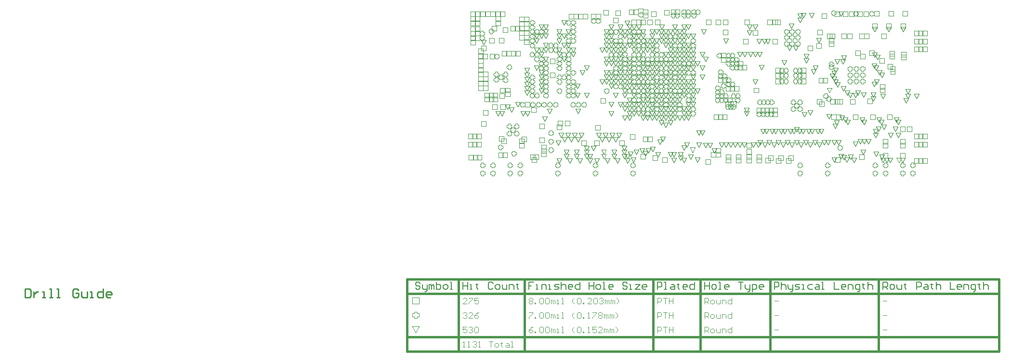
<source format=gbr>
G04 Layer_Color=2752767*
%FSLAX24Y24*%
%MOIN*%
%TF.FileFunction,Drawing*%
%TF.Part,Single*%
G01*
G75*
%TA.AperFunction,NonConductor*%
%ADD53C,0.0100*%
%ADD90C,0.0040*%
%ADD155C,0.0150*%
%ADD163C,0.0033*%
%ADD164C,0.0064*%
D53*
X-30400Y-7600D02*
Y-8200D01*
X-30100D01*
X-30000Y-8100D01*
Y-7700D01*
X-30100Y-7600D01*
X-30400D01*
X-29800Y-7800D02*
Y-8200D01*
Y-8000D01*
X-29700Y-7900D01*
X-29600Y-7800D01*
X-29500D01*
X-29200Y-8200D02*
X-29000D01*
X-29100D01*
Y-7800D01*
X-29200D01*
X-28701Y-8200D02*
X-28501D01*
X-28601D01*
Y-7600D01*
X-28701D01*
X-28201Y-8200D02*
X-28001D01*
X-28101D01*
Y-7600D01*
X-28201D01*
X-26701Y-7700D02*
X-26801Y-7600D01*
X-27001D01*
X-27101Y-7700D01*
Y-8100D01*
X-27001Y-8200D01*
X-26801D01*
X-26701Y-8100D01*
Y-7900D01*
X-26901D01*
X-26501Y-7800D02*
Y-8100D01*
X-26401Y-8200D01*
X-26101D01*
Y-7800D01*
X-25901Y-8200D02*
X-25702D01*
X-25801D01*
Y-7800D01*
X-25901D01*
X-25002Y-7600D02*
Y-8200D01*
X-25302D01*
X-25402Y-8100D01*
Y-7900D01*
X-25302Y-7800D01*
X-25002D01*
X-24502Y-8200D02*
X-24702D01*
X-24802Y-8100D01*
Y-7900D01*
X-24702Y-7800D01*
X-24502D01*
X-24402Y-7900D01*
Y-8000D01*
X-24802D01*
D90*
X-3592Y-8638D02*
X-3148D01*
Y-8193D01*
X-3592D02*
X-3148D01*
X-3592Y-8638D02*
Y-8193D01*
Y-9527D02*
X-3481D01*
X-3592D02*
Y-9304D01*
X-3481D01*
Y-9193D01*
X-3259D01*
Y-9304D02*
Y-9193D01*
Y-9304D02*
X-3148D01*
Y-9527D02*
Y-9304D01*
X-3259Y-9527D02*
X-3148D01*
X-3259Y-9638D02*
Y-9527D01*
X-3481Y-9638D02*
X-3259D01*
X-3481D02*
Y-9527D01*
X-3370Y-10638D02*
X-3148Y-10193D01*
X-3592D02*
X-3148D01*
X-3592D02*
X-3370Y-10638D01*
X28976Y-8438D02*
X29243D01*
X28976Y-9438D02*
X29243D01*
X28976Y-10438D02*
X29243D01*
X21451Y-8438D02*
X21717D01*
X21451Y-9438D02*
X21717D01*
X21451Y-10438D02*
X21717D01*
X16644Y-8638D02*
Y-8238D01*
X16844D01*
X16910Y-8305D01*
Y-8438D01*
X16844Y-8505D01*
X16644D01*
X16777D02*
X16910Y-8638D01*
X17110D02*
X17244D01*
X17310Y-8571D01*
Y-8438D01*
X17244Y-8371D01*
X17110D01*
X17044Y-8438D01*
Y-8571D01*
X17110Y-8638D01*
X17444Y-8371D02*
Y-8571D01*
X17510Y-8638D01*
X17710D01*
Y-8371D01*
X17844Y-8638D02*
Y-8371D01*
X18043D01*
X18110Y-8438D01*
Y-8638D01*
X18510Y-8238D02*
Y-8638D01*
X18310D01*
X18243Y-8571D01*
Y-8438D01*
X18310Y-8371D01*
X18510D01*
X16644Y-9638D02*
Y-9238D01*
X16844D01*
X16910Y-9305D01*
Y-9438D01*
X16844Y-9505D01*
X16644D01*
X16777D02*
X16910Y-9638D01*
X17110D02*
X17244D01*
X17310Y-9571D01*
Y-9438D01*
X17244Y-9371D01*
X17110D01*
X17044Y-9438D01*
Y-9571D01*
X17110Y-9638D01*
X17444Y-9371D02*
Y-9571D01*
X17510Y-9638D01*
X17710D01*
Y-9371D01*
X17844Y-9638D02*
Y-9371D01*
X18043D01*
X18110Y-9438D01*
Y-9638D01*
X18510Y-9238D02*
Y-9638D01*
X18310D01*
X18243Y-9571D01*
Y-9438D01*
X18310Y-9371D01*
X18510D01*
X16644Y-10638D02*
Y-10238D01*
X16844D01*
X16910Y-10305D01*
Y-10438D01*
X16844Y-10504D01*
X16644D01*
X16777D02*
X16910Y-10638D01*
X17110D02*
X17244D01*
X17310Y-10571D01*
Y-10438D01*
X17244Y-10371D01*
X17110D01*
X17044Y-10438D01*
Y-10571D01*
X17110Y-10638D01*
X17444Y-10371D02*
Y-10571D01*
X17510Y-10638D01*
X17710D01*
Y-10371D01*
X17844Y-10638D02*
Y-10371D01*
X18043D01*
X18110Y-10438D01*
Y-10638D01*
X18510Y-10238D02*
Y-10638D01*
X18310D01*
X18243Y-10571D01*
Y-10438D01*
X18310Y-10371D01*
X18510D01*
X13357Y-8638D02*
Y-8238D01*
X13557D01*
X13623Y-8305D01*
Y-8438D01*
X13557Y-8505D01*
X13357D01*
X13757Y-8238D02*
X14023D01*
X13890D01*
Y-8638D01*
X14156Y-8238D02*
Y-8638D01*
Y-8438D01*
X14423D01*
Y-8238D01*
Y-8638D01*
X13357Y-9638D02*
Y-9238D01*
X13557D01*
X13623Y-9305D01*
Y-9438D01*
X13557Y-9505D01*
X13357D01*
X13757Y-9238D02*
X14023D01*
X13890D01*
Y-9638D01*
X14156Y-9238D02*
Y-9638D01*
Y-9438D01*
X14423D01*
Y-9238D01*
Y-9638D01*
X13357Y-10638D02*
Y-10238D01*
X13557D01*
X13623Y-10305D01*
Y-10438D01*
X13557Y-10504D01*
X13357D01*
X13757Y-10238D02*
X14023D01*
X13890D01*
Y-10638D01*
X14156Y-10238D02*
Y-10638D01*
Y-10438D01*
X14423D01*
Y-10238D01*
Y-10638D01*
X4471Y-8305D02*
X4538Y-8238D01*
X4671D01*
X4738Y-8305D01*
Y-8371D01*
X4671Y-8438D01*
X4738Y-8505D01*
Y-8571D01*
X4671Y-8638D01*
X4538D01*
X4471Y-8571D01*
Y-8505D01*
X4538Y-8438D01*
X4471Y-8371D01*
Y-8305D01*
X4538Y-8438D02*
X4671D01*
X4871Y-8638D02*
Y-8571D01*
X4938D01*
Y-8638D01*
X4871D01*
X5204Y-8305D02*
X5271Y-8238D01*
X5404D01*
X5471Y-8305D01*
Y-8571D01*
X5404Y-8638D01*
X5271D01*
X5204Y-8571D01*
Y-8305D01*
X5604D02*
X5671Y-8238D01*
X5804D01*
X5871Y-8305D01*
Y-8571D01*
X5804Y-8638D01*
X5671D01*
X5604Y-8571D01*
Y-8305D01*
X6004Y-8638D02*
Y-8371D01*
X6071D01*
X6137Y-8438D01*
Y-8638D01*
Y-8438D01*
X6204Y-8371D01*
X6271Y-8438D01*
Y-8638D01*
X6404D02*
X6537D01*
X6471D01*
Y-8371D01*
X6404D01*
X6737Y-8638D02*
X6871D01*
X6804D01*
Y-8238D01*
X6737D01*
X7604Y-8638D02*
X7470Y-8505D01*
Y-8371D01*
X7604Y-8238D01*
X7804Y-8305D02*
X7870Y-8238D01*
X8004D01*
X8070Y-8305D01*
Y-8571D01*
X8004Y-8638D01*
X7870D01*
X7804Y-8571D01*
Y-8305D01*
X8203Y-8638D02*
Y-8571D01*
X8270D01*
Y-8638D01*
X8203D01*
X8803D02*
X8537D01*
X8803Y-8371D01*
Y-8305D01*
X8737Y-8238D01*
X8603D01*
X8537Y-8305D01*
X8937D02*
X9003Y-8238D01*
X9137D01*
X9203Y-8305D01*
Y-8571D01*
X9137Y-8638D01*
X9003D01*
X8937Y-8571D01*
Y-8305D01*
X9336D02*
X9403Y-8238D01*
X9536D01*
X9603Y-8305D01*
Y-8371D01*
X9536Y-8438D01*
X9470D01*
X9536D01*
X9603Y-8505D01*
Y-8571D01*
X9536Y-8638D01*
X9403D01*
X9336Y-8571D01*
X9736Y-8638D02*
Y-8371D01*
X9803D01*
X9870Y-8438D01*
Y-8638D01*
Y-8438D01*
X9936Y-8371D01*
X10003Y-8438D01*
Y-8638D01*
X10136D02*
Y-8371D01*
X10203D01*
X10269Y-8438D01*
Y-8638D01*
Y-8438D01*
X10336Y-8371D01*
X10403Y-8438D01*
Y-8638D01*
X10536D02*
X10669Y-8505D01*
Y-8371D01*
X10536Y-8238D01*
X4471Y-9238D02*
X4738D01*
Y-9305D01*
X4471Y-9571D01*
Y-9638D01*
X4871D02*
Y-9571D01*
X4938D01*
Y-9638D01*
X4871D01*
X5204Y-9305D02*
X5271Y-9238D01*
X5404D01*
X5471Y-9305D01*
Y-9571D01*
X5404Y-9638D01*
X5271D01*
X5204Y-9571D01*
Y-9305D01*
X5604D02*
X5671Y-9238D01*
X5804D01*
X5871Y-9305D01*
Y-9571D01*
X5804Y-9638D01*
X5671D01*
X5604Y-9571D01*
Y-9305D01*
X6004Y-9638D02*
Y-9371D01*
X6071D01*
X6137Y-9438D01*
Y-9638D01*
Y-9438D01*
X6204Y-9371D01*
X6271Y-9438D01*
Y-9638D01*
X6404D02*
X6537D01*
X6471D01*
Y-9371D01*
X6404D01*
X6737Y-9638D02*
X6871D01*
X6804D01*
Y-9238D01*
X6737D01*
X7604Y-9638D02*
X7470Y-9505D01*
Y-9371D01*
X7604Y-9238D01*
X7804Y-9305D02*
X7870Y-9238D01*
X8004D01*
X8070Y-9305D01*
Y-9571D01*
X8004Y-9638D01*
X7870D01*
X7804Y-9571D01*
Y-9305D01*
X8203Y-9638D02*
Y-9571D01*
X8270D01*
Y-9638D01*
X8203D01*
X8537D02*
X8670D01*
X8603D01*
Y-9238D01*
X8537Y-9305D01*
X8870Y-9238D02*
X9137D01*
Y-9305D01*
X8870Y-9571D01*
Y-9638D01*
X9270Y-9305D02*
X9336Y-9238D01*
X9470D01*
X9536Y-9305D01*
Y-9371D01*
X9470Y-9438D01*
X9536Y-9505D01*
Y-9571D01*
X9470Y-9638D01*
X9336D01*
X9270Y-9571D01*
Y-9505D01*
X9336Y-9438D01*
X9270Y-9371D01*
Y-9305D01*
X9336Y-9438D02*
X9470D01*
X9670Y-9638D02*
Y-9371D01*
X9736D01*
X9803Y-9438D01*
Y-9638D01*
Y-9438D01*
X9870Y-9371D01*
X9936Y-9438D01*
Y-9638D01*
X10070D02*
Y-9371D01*
X10136D01*
X10203Y-9438D01*
Y-9638D01*
Y-9438D01*
X10269Y-9371D01*
X10336Y-9438D01*
Y-9638D01*
X10469D02*
X10603Y-9505D01*
Y-9371D01*
X10469Y-9238D01*
X4738Y-10238D02*
X4605Y-10305D01*
X4471Y-10438D01*
Y-10571D01*
X4538Y-10638D01*
X4671D01*
X4738Y-10571D01*
Y-10504D01*
X4671Y-10438D01*
X4471D01*
X4871Y-10638D02*
Y-10571D01*
X4938D01*
Y-10638D01*
X4871D01*
X5204Y-10305D02*
X5271Y-10238D01*
X5404D01*
X5471Y-10305D01*
Y-10571D01*
X5404Y-10638D01*
X5271D01*
X5204Y-10571D01*
Y-10305D01*
X5604D02*
X5671Y-10238D01*
X5804D01*
X5871Y-10305D01*
Y-10571D01*
X5804Y-10638D01*
X5671D01*
X5604Y-10571D01*
Y-10305D01*
X6004Y-10638D02*
Y-10371D01*
X6071D01*
X6137Y-10438D01*
Y-10638D01*
Y-10438D01*
X6204Y-10371D01*
X6271Y-10438D01*
Y-10638D01*
X6404D02*
X6537D01*
X6471D01*
Y-10371D01*
X6404D01*
X6737Y-10638D02*
X6871D01*
X6804D01*
Y-10238D01*
X6737D01*
X7604Y-10638D02*
X7470Y-10504D01*
Y-10371D01*
X7604Y-10238D01*
X7804Y-10305D02*
X7870Y-10238D01*
X8004D01*
X8070Y-10305D01*
Y-10571D01*
X8004Y-10638D01*
X7870D01*
X7804Y-10571D01*
Y-10305D01*
X8203Y-10638D02*
Y-10571D01*
X8270D01*
Y-10638D01*
X8203D01*
X8537D02*
X8670D01*
X8603D01*
Y-10238D01*
X8537Y-10305D01*
X9137Y-10238D02*
X8870D01*
Y-10438D01*
X9003Y-10371D01*
X9070D01*
X9137Y-10438D01*
Y-10571D01*
X9070Y-10638D01*
X8937D01*
X8870Y-10571D01*
X9536Y-10638D02*
X9270D01*
X9536Y-10371D01*
Y-10305D01*
X9470Y-10238D01*
X9336D01*
X9270Y-10305D01*
X9670Y-10638D02*
Y-10371D01*
X9736D01*
X9803Y-10438D01*
Y-10638D01*
Y-10438D01*
X9870Y-10371D01*
X9936Y-10438D01*
Y-10638D01*
X10070D02*
Y-10371D01*
X10136D01*
X10203Y-10438D01*
Y-10638D01*
Y-10438D01*
X10269Y-10371D01*
X10336Y-10438D01*
Y-10638D01*
X10469D02*
X10603Y-10504D01*
Y-10371D01*
X10469Y-10238D01*
X-95Y-11638D02*
X38D01*
X-29D01*
Y-11238D01*
X-95Y-11305D01*
X238Y-11638D02*
X371D01*
X304D01*
Y-11238D01*
X238Y-11305D01*
X571D02*
X638Y-11238D01*
X771D01*
X838Y-11305D01*
Y-11371D01*
X771Y-11438D01*
X704D01*
X771D01*
X838Y-11504D01*
Y-11571D01*
X771Y-11638D01*
X638D01*
X571Y-11571D01*
X971Y-11638D02*
X1104D01*
X1038D01*
Y-11238D01*
X971Y-11305D01*
X1704Y-11238D02*
X1971D01*
X1837D01*
Y-11638D01*
X2171D02*
X2304D01*
X2370Y-11571D01*
Y-11438D01*
X2304Y-11371D01*
X2171D01*
X2104Y-11438D01*
Y-11571D01*
X2171Y-11638D01*
X2570Y-11305D02*
Y-11371D01*
X2504D01*
X2637D01*
X2570D01*
Y-11571D01*
X2637Y-11638D01*
X2904Y-11371D02*
X3037D01*
X3104Y-11438D01*
Y-11638D01*
X2904D01*
X2837Y-11571D01*
X2904Y-11504D01*
X3104D01*
X3237Y-11638D02*
X3370D01*
X3303D01*
Y-11238D01*
X3237D01*
X171Y-8638D02*
X-95D01*
X171Y-8371D01*
Y-8305D01*
X105Y-8238D01*
X-29D01*
X-95Y-8305D01*
X304Y-8238D02*
X571D01*
Y-8305D01*
X304Y-8571D01*
Y-8638D01*
X971Y-8238D02*
X704D01*
Y-8438D01*
X838Y-8371D01*
X904D01*
X971Y-8438D01*
Y-8571D01*
X904Y-8638D01*
X771D01*
X704Y-8571D01*
X-95Y-9305D02*
X-29Y-9238D01*
X105D01*
X171Y-9305D01*
Y-9371D01*
X105Y-9438D01*
X38D01*
X105D01*
X171Y-9505D01*
Y-9571D01*
X105Y-9638D01*
X-29D01*
X-95Y-9571D01*
X571Y-9638D02*
X304D01*
X571Y-9371D01*
Y-9305D01*
X504Y-9238D01*
X371D01*
X304Y-9305D01*
X971Y-9238D02*
X838Y-9305D01*
X704Y-9438D01*
Y-9571D01*
X771Y-9638D01*
X904D01*
X971Y-9571D01*
Y-9505D01*
X904Y-9438D01*
X704D01*
X171Y-10238D02*
X-95D01*
Y-10438D01*
X38Y-10371D01*
X105D01*
X171Y-10438D01*
Y-10571D01*
X105Y-10638D01*
X-29D01*
X-95Y-10571D01*
X304Y-10305D02*
X371Y-10238D01*
X504D01*
X571Y-10305D01*
Y-10371D01*
X504Y-10438D01*
X438D01*
X504D01*
X571Y-10504D01*
Y-10571D01*
X504Y-10638D01*
X371D01*
X304Y-10571D01*
X704Y-10305D02*
X771Y-10238D01*
X904D01*
X971Y-10305D01*
Y-10571D01*
X904Y-10638D01*
X771D01*
X704Y-10571D01*
Y-10305D01*
D155*
X-3983Y-7938D02*
X36982D01*
X-3983Y-10938D02*
X36982D01*
X-3983Y-11938D02*
X36982D01*
Y-6938D01*
X-3983D02*
X36982D01*
X-3983Y-11938D02*
Y-6938D01*
X28676Y-11938D02*
Y-6938D01*
X21151Y-11938D02*
Y-6938D01*
X16344Y-11938D02*
Y-6938D01*
X13057Y-11938D02*
Y-6938D01*
X4171Y-11938D02*
Y-6938D01*
X-395Y-11938D02*
Y-6938D01*
D163*
X15394Y2196D02*
X15560Y2529D01*
X15227D02*
X15560D01*
X15227D02*
X15394Y2196D01*
X22677D02*
X22844Y2529D01*
X22510D02*
X22844D01*
X22510D02*
X22677Y2196D01*
X17825Y4125D02*
X18159D01*
Y4458D01*
X17825D02*
X18159D01*
X17825Y4125D02*
Y4458D01*
X26534Y3772D02*
X26700Y4106D01*
X26367D02*
X26700D01*
X26367D02*
X26534Y3772D01*
X12283Y1802D02*
X12450Y2135D01*
X12117D02*
X12450D01*
X12117D02*
X12283Y1802D01*
X19203Y7550D02*
X19537D01*
Y7883D01*
X19203D02*
X19537D01*
X19203Y7550D02*
Y7883D01*
X18928Y7550D02*
X19261D01*
Y7883D01*
X18928D02*
X19261D01*
X18928Y7550D02*
Y7883D01*
X18652Y7633D02*
X18736D01*
X18652D02*
Y7800D01*
X18736D01*
Y7883D01*
X18902D01*
Y7800D02*
Y7883D01*
Y7800D02*
X18986D01*
Y7633D02*
Y7800D01*
X18902Y7633D02*
X18986D01*
X18902Y7550D02*
Y7633D01*
X18736Y7550D02*
X18902D01*
X18736D02*
Y7633D01*
X18928Y7825D02*
X19261D01*
Y8159D01*
X18928D02*
X19261D01*
X18928Y7825D02*
Y8159D01*
X18377Y7633D02*
X18460D01*
X18377D02*
Y7800D01*
X18460D01*
Y7883D01*
X18627D01*
Y7800D02*
Y7883D01*
Y7800D02*
X18710D01*
Y7633D02*
Y7800D01*
X18627Y7633D02*
X18710D01*
X18627Y7550D02*
Y7633D01*
X18460Y7550D02*
X18627D01*
X18460D02*
Y7633D01*
X18101Y7909D02*
X18184D01*
X18101D02*
Y8075D01*
X18184D01*
Y8159D01*
X18351D01*
Y8075D02*
Y8159D01*
Y8075D02*
X18434D01*
Y7909D02*
Y8075D01*
X18351Y7909D02*
X18434D01*
X18351Y7825D02*
Y7909D01*
X18184Y7825D02*
X18351D01*
X18184D02*
Y7909D01*
X18377D02*
X18460D01*
X18377D02*
Y8075D01*
X18460D01*
Y8159D01*
X18627D01*
Y8075D02*
Y8159D01*
Y8075D02*
X18710D01*
Y7909D02*
Y8075D01*
X18627Y7909D02*
X18710D01*
X18627Y7825D02*
Y7909D01*
X18460Y7825D02*
X18627D01*
X18460D02*
Y7909D01*
X18652D02*
X18736D01*
X18652D02*
Y8075D01*
X18736D01*
Y8159D01*
X18902D01*
Y8075D02*
Y8159D01*
Y8075D02*
X18986D01*
Y7909D02*
Y8075D01*
X18902Y7909D02*
X18986D01*
X18902Y7825D02*
Y7909D01*
X18736Y7825D02*
X18902D01*
X18736D02*
Y7909D01*
X18652Y8184D02*
X18736D01*
X18652D02*
Y8351D01*
X18736D01*
Y8434D01*
X18902D01*
Y8351D02*
Y8434D01*
Y8351D02*
X18986D01*
Y8184D02*
Y8351D01*
X18902Y8184D02*
X18986D01*
X18902Y8101D02*
Y8184D01*
X18736Y8101D02*
X18902D01*
X18736D02*
Y8184D01*
X18377D02*
X18460D01*
X18377D02*
Y8351D01*
X18460D01*
Y8434D01*
X18627D01*
Y8351D02*
Y8434D01*
Y8351D02*
X18710D01*
Y8184D02*
Y8351D01*
X18627Y8184D02*
X18710D01*
X18627Y8101D02*
Y8184D01*
X18460Y8101D02*
X18627D01*
X18460D02*
Y8184D01*
X18101D02*
X18184D01*
X18101D02*
Y8351D01*
X18184D01*
Y8434D01*
X18351D01*
Y8351D02*
Y8434D01*
Y8351D02*
X18434D01*
Y8184D02*
Y8351D01*
X18351Y8184D02*
X18434D01*
X18351Y8101D02*
Y8184D01*
X18184Y8101D02*
X18351D01*
X18184D02*
Y8184D01*
X18377Y8460D02*
X18460D01*
X18377D02*
Y8627D01*
X18460D01*
Y8710D01*
X18627D01*
Y8627D02*
Y8710D01*
Y8627D02*
X18710D01*
Y8460D02*
Y8627D01*
X18627Y8460D02*
X18710D01*
X18627Y8377D02*
Y8460D01*
X18460Y8377D02*
X18627D01*
X18460D02*
Y8460D01*
X18101D02*
X18184D01*
X18101D02*
Y8627D01*
X18184D01*
Y8710D01*
X18351D01*
Y8627D02*
Y8710D01*
Y8627D02*
X18434D01*
Y8460D02*
Y8627D01*
X18351Y8460D02*
X18434D01*
X18351Y8377D02*
Y8460D01*
X18184Y8377D02*
X18351D01*
X18184D02*
Y8460D01*
X13661Y10345D02*
X13828Y10678D01*
X13495D02*
X13828D01*
X13495D02*
X13661Y10345D01*
X30551Y5266D02*
X30718Y5600D01*
X30385D02*
X30718D01*
X30385D02*
X30551Y5266D01*
X12362Y7825D02*
X12529Y8159D01*
X12196D02*
X12529D01*
X12196D02*
X12362Y7825D01*
X10306Y10818D02*
X10639D01*
Y11151D01*
X10306D02*
X10639D01*
X10306Y10818D02*
Y11151D01*
X3534Y8534D02*
X3867D01*
Y8867D01*
X3534D02*
X3867D01*
X3534Y8534D02*
Y8867D01*
X24558Y5030D02*
X24891D01*
Y5364D01*
X24558D02*
X24891D01*
X24558Y5030D02*
Y5364D01*
X12992Y7196D02*
X13159Y7529D01*
X12825D02*
X13159D01*
X12825D02*
X12992Y7196D01*
X12677Y6881D02*
X12844Y7214D01*
X12510D02*
X12844D01*
X12510D02*
X12677Y6881D01*
X12362D02*
X12529Y7214D01*
X12196D02*
X12529D01*
X12196D02*
X12362Y6881D01*
X12047D02*
X12214Y7214D01*
X11881D02*
X12214D01*
X11881D02*
X12047Y6881D01*
X12992D02*
X13159Y7214D01*
X12825D02*
X13159D01*
X12825D02*
X12992Y6881D01*
X13307Y7196D02*
X13474Y7529D01*
X13140D02*
X13474D01*
X13140D02*
X13307Y7196D01*
Y7510D02*
X13474Y7844D01*
X13140D02*
X13474D01*
X13140D02*
X13307Y7510D01*
Y7825D02*
X13474Y8159D01*
X13140D02*
X13474D01*
X13140D02*
X13307Y7825D01*
X12992Y7510D02*
X13159Y7844D01*
X12825D02*
X13159D01*
X12825D02*
X12992Y7510D01*
X13622Y7825D02*
X13789Y8159D01*
X13455D02*
X13789D01*
X13455D02*
X13622Y7825D01*
X12677Y7510D02*
X12844Y7844D01*
X12510D02*
X12844D01*
X12510D02*
X12677Y7510D01*
X12992Y7825D02*
X13159Y8159D01*
X12825D02*
X13159D01*
X12825D02*
X12992Y7825D01*
X24518Y6644D02*
X24852D01*
Y6978D01*
X24518D02*
X24852D01*
X24518Y6644D02*
Y6978D01*
X24794Y6644D02*
X25127D01*
Y6978D01*
X24794D02*
X25127D01*
X24794Y6644D02*
Y6978D01*
X24173Y7274D02*
X24340Y7608D01*
X24007D02*
X24340D01*
X24007D02*
X24173Y7274D01*
X24281Y7510D02*
X24448Y7844D01*
X24115D02*
X24448D01*
X24115D02*
X24281Y7510D01*
X17904Y9991D02*
X18238D01*
Y10324D01*
X17904D02*
X18238D01*
X17904Y9991D02*
Y10324D01*
X13180Y10699D02*
X13513D01*
Y11033D01*
X13180D02*
X13513D01*
X13180Y10699D02*
Y11033D01*
X13622Y9400D02*
X13789Y9734D01*
X13455D02*
X13789D01*
X13455D02*
X13622Y9400D01*
X6496Y2320D02*
X6663Y2653D01*
X6329D02*
X6663D01*
X6329D02*
X6496Y2320D01*
X13140Y6019D02*
X13224D01*
X13140D02*
Y6186D01*
X13224D01*
Y6269D01*
X13390D01*
Y6186D02*
Y6269D01*
Y6186D02*
X13474D01*
Y6019D02*
Y6186D01*
X13390Y6019D02*
X13474D01*
X13390Y5936D02*
Y6019D01*
X13224Y5936D02*
X13390D01*
X13224D02*
Y6019D01*
X11417Y6881D02*
X11584Y7214D01*
X11251D02*
X11584D01*
X11251D02*
X11417Y6881D01*
Y7196D02*
X11584Y7529D01*
X11251D02*
X11584D01*
X11251D02*
X11417Y7196D01*
Y6566D02*
X11584Y6899D01*
X11251D02*
X11584D01*
X11251D02*
X11417Y6566D01*
X21329Y10699D02*
X21663D01*
Y11033D01*
X21329D02*
X21663D01*
X21329Y10699D02*
Y11033D01*
X21526Y10699D02*
X21860D01*
Y11033D01*
X21526D02*
X21860D01*
X21526Y10699D02*
Y11033D01*
X8770Y11093D02*
X9104D01*
Y11427D01*
X8770D02*
X9104D01*
X8770Y11093D02*
Y11427D01*
X4125Y10896D02*
X4458D01*
Y11230D01*
X4125D02*
X4458D01*
X4125Y10896D02*
Y11230D01*
Y10581D02*
X4458D01*
Y10915D01*
X4125D02*
X4458D01*
X4125Y10581D02*
Y10915D01*
Y10266D02*
X4458D01*
Y10600D01*
X4125D02*
X4458D01*
X4125Y10266D02*
Y10600D01*
Y9951D02*
X4458D01*
Y10285D01*
X4125D02*
X4458D01*
X4125Y9951D02*
Y10285D01*
Y9636D02*
X4458D01*
Y9970D01*
X4125D02*
X4458D01*
X4125Y9636D02*
Y9970D01*
X3810Y9636D02*
X4143D01*
Y9970D01*
X3810D02*
X4143D01*
X3810Y9636D02*
Y9970D01*
X7235Y11093D02*
X7568D01*
Y11427D01*
X7235D02*
X7568D01*
X7235Y11093D02*
Y11427D01*
X7550Y11093D02*
X7883D01*
Y11427D01*
X7550D02*
X7883D01*
X7550Y11093D02*
Y11427D01*
X7865Y11093D02*
X8198D01*
Y11427D01*
X7865D02*
X8198D01*
X7865Y11093D02*
Y11427D01*
X8180Y11093D02*
X8513D01*
Y11427D01*
X8180D02*
X8513D01*
X8180Y11093D02*
Y11427D01*
X13307Y6566D02*
X13474Y6899D01*
X13140D02*
X13474D01*
X13140D02*
X13307Y6566D01*
X20227Y4597D02*
X20560D01*
Y4930D01*
X20227D02*
X20560D01*
X20227Y4597D02*
Y4930D01*
X20503Y4597D02*
X20836D01*
Y4930D01*
X20503D02*
X20836D01*
X20503Y4597D02*
Y4930D01*
X20778Y4597D02*
X21112D01*
Y4930D01*
X20778D02*
X21112D01*
X20778Y4597D02*
Y4930D01*
X24400Y5188D02*
X24734D01*
Y5521D01*
X24400D02*
X24734D01*
X24400Y5188D02*
Y5521D01*
X23770Y8888D02*
X24104D01*
Y9222D01*
X23770D02*
X24104D01*
X23770Y8888D02*
Y9222D01*
X23937Y4440D02*
X24104Y4773D01*
X23770D02*
X24104D01*
X23770D02*
X23937Y4440D01*
X25818Y5182D02*
X26151D01*
Y5515D01*
X25818D02*
X26151D01*
X25818Y5182D02*
Y5515D01*
X25621Y5182D02*
X25954D01*
Y5515D01*
X25621D02*
X25954D01*
X25621Y5182D02*
Y5515D01*
X20551Y7550D02*
X20718Y7883D01*
X20385D02*
X20718D01*
X20385D02*
X20551Y7550D01*
X20118Y6566D02*
X20285Y6899D01*
X19951D02*
X20285D01*
X19951D02*
X20118Y6566D01*
X20984Y9361D02*
X21151Y9694D01*
X20818D02*
X21151D01*
X20818D02*
X20984Y9361D01*
X25236Y4164D02*
X25403Y4497D01*
X25070D02*
X25403D01*
X25070D02*
X25236Y4164D01*
X21329Y9361D02*
X21663D01*
Y9694D01*
X21329D02*
X21663D01*
X21329Y9361D02*
Y9694D01*
X16693Y8140D02*
X16860Y8474D01*
X16526D02*
X16860D01*
X16526D02*
X16693Y8140D01*
X25748Y3731D02*
X25915Y4064D01*
X25581D02*
X25915D01*
X25581D02*
X25748Y3731D01*
X26260Y1329D02*
X26427Y1663D01*
X26093D02*
X26427D01*
X26093D02*
X26260Y1329D01*
X14252Y8455D02*
X14419Y8789D01*
X14085D02*
X14419D01*
X14085D02*
X14252Y8455D01*
X21417Y2196D02*
X21584Y2529D01*
X21251D02*
X21584D01*
X21251D02*
X21417Y2196D01*
X14252Y7196D02*
X14419Y7529D01*
X14085D02*
X14419D01*
X14085D02*
X14252Y7196D01*
X13937Y6881D02*
X14104Y7214D01*
X13770D02*
X14104D01*
X13770D02*
X13937Y6881D01*
X15827Y6566D02*
X15993Y6899D01*
X15660D02*
X15993D01*
X15660D02*
X15827Y6566D01*
X15197Y6881D02*
X15364Y7214D01*
X15030D02*
X15364D01*
X15030D02*
X15197Y6881D01*
Y6566D02*
X15364Y6899D01*
X15030D02*
X15364D01*
X15030D02*
X15197Y6566D01*
X14252Y6881D02*
X14419Y7214D01*
X14085D02*
X14419D01*
X14085D02*
X14252Y6881D01*
Y6566D02*
X14419Y6899D01*
X14085D02*
X14419D01*
X14085D02*
X14252Y6566D01*
X20315Y2196D02*
X20482Y2529D01*
X20148D02*
X20482D01*
X20148D02*
X20315Y2196D01*
X14882Y6566D02*
X15049Y6899D01*
X14715D02*
X15049D01*
X14715D02*
X14882Y6566D01*
X14567D02*
X14734Y6899D01*
X14400D02*
X14734D01*
X14400D02*
X14567Y6566D01*
X16142Y5936D02*
X16308Y6269D01*
X15975D02*
X16308D01*
X15975D02*
X16142Y5936D01*
X15827Y5621D02*
X15993Y5954D01*
X15660D02*
X15993D01*
X15660D02*
X15827Y5621D01*
X15345Y5389D02*
X15428D01*
X15345D02*
Y5556D01*
X15428D01*
Y5639D01*
X15595D01*
Y5556D02*
Y5639D01*
Y5556D02*
X15678D01*
Y5389D02*
Y5556D01*
X15595Y5389D02*
X15678D01*
X15595Y5306D02*
Y5389D01*
X15428Y5306D02*
X15595D01*
X15428D02*
Y5389D01*
X14882Y6251D02*
X15049Y6584D01*
X14715D02*
X15049D01*
X14715D02*
X14882Y6251D01*
X14567D02*
X14734Y6584D01*
X14400D02*
X14734D01*
X14400D02*
X14567Y6251D01*
X14252D02*
X14419Y6584D01*
X14085D02*
X14419D01*
X14085D02*
X14252Y6251D01*
X15512D02*
X15678Y6584D01*
X15345D02*
X15678D01*
X15345D02*
X15512Y6251D01*
X14567Y5621D02*
X14734Y5954D01*
X14400D02*
X14734D01*
X14400D02*
X14567Y5621D01*
X15197Y5936D02*
X15364Y6269D01*
X15030D02*
X15364D01*
X15030D02*
X15197Y5936D01*
Y5621D02*
X15364Y5954D01*
X15030D02*
X15364D01*
X15030D02*
X15197Y5621D01*
X15827Y5306D02*
X15993Y5639D01*
X15660D02*
X15993D01*
X15660D02*
X15827Y5306D01*
X21014Y1290D02*
X21348D01*
Y1623D01*
X21014D02*
X21348D01*
X21014Y1290D02*
Y1623D01*
X22432Y1290D02*
X22765D01*
Y1623D01*
X22432D02*
X22765D01*
X22432Y1290D02*
Y1623D01*
X21723Y1290D02*
X22056D01*
Y1623D01*
X21723D02*
X22056D01*
X21723Y1290D02*
Y1623D01*
X21566Y1093D02*
X21899D01*
Y1427D01*
X21566D02*
X21899D01*
X21566Y1093D02*
Y1427D01*
X22274Y1093D02*
X22608D01*
Y1427D01*
X22274D02*
X22608D01*
X22274Y1093D02*
Y1427D01*
X25818Y2082D02*
X25901D01*
X25818D02*
Y2249D01*
X25901D01*
Y2332D01*
X26068D01*
Y2249D02*
Y2332D01*
Y2249D02*
X26151D01*
Y2082D02*
Y2249D01*
X26068Y2082D02*
X26151D01*
X26068Y1999D02*
Y2082D01*
X25901Y1999D02*
X26068D01*
X25901D02*
Y2082D01*
X26063Y1408D02*
X26230Y1741D01*
X25896D02*
X26230D01*
X25896D02*
X26063Y1408D01*
X25591Y1172D02*
X25757Y1505D01*
X25424D02*
X25757D01*
X25424D02*
X25591Y1172D01*
X28976Y1133D02*
X29143Y1466D01*
X28810D02*
X29143D01*
X28810D02*
X28976Y1133D01*
X29213D02*
X29379Y1466D01*
X29046D02*
X29379D01*
X29046D02*
X29213Y1133D01*
X29449D02*
X29615Y1466D01*
X29282D02*
X29615D01*
X29282D02*
X29449Y1133D01*
X28898Y1369D02*
X29064Y1702D01*
X28731D02*
X29064D01*
X28731D02*
X28898Y1369D01*
X12677Y8770D02*
X12844Y9104D01*
X12510D02*
X12844D01*
X12510D02*
X12677Y8770D01*
X28957Y1448D02*
X29291D01*
Y1781D01*
X28957D02*
X29291D01*
X28957Y1448D02*
Y1781D01*
X30079Y1133D02*
X30245Y1466D01*
X29912D02*
X30245D01*
X29912D02*
X30079Y1133D01*
X28967Y2156D02*
X29301D01*
Y2490D01*
X28967D02*
X29301D01*
X28967Y2156D02*
Y2490D01*
X30148Y2432D02*
X30482D01*
Y2765D01*
X30148D02*
X30482D01*
X30148Y2432D02*
Y2765D01*
X28967Y2432D02*
X29301D01*
Y2765D01*
X28967D02*
X29301D01*
X28967Y2432D02*
Y2765D01*
X30315Y1133D02*
X30482Y1466D01*
X30148D02*
X30482D01*
X30148D02*
X30315Y1133D01*
X30148Y2156D02*
X30482D01*
Y2490D01*
X30148D02*
X30482D01*
X30148Y2156D02*
Y2490D01*
X30158Y1448D02*
X30491D01*
Y1781D01*
X30158D02*
X30491D01*
X30158Y1448D02*
Y1781D01*
X28259Y862D02*
X28342D01*
X28259D02*
Y1028D01*
X28342D01*
Y1112D01*
X28509D01*
Y1028D02*
Y1112D01*
Y1028D02*
X28592D01*
Y862D02*
Y1028D01*
X28509Y862D02*
X28592D01*
X28509Y778D02*
Y862D01*
X28342Y778D02*
X28509D01*
X28342D02*
Y862D01*
X28967D02*
X29051D01*
X28967D02*
Y1028D01*
X29051D01*
Y1112D01*
X29217D01*
Y1028D02*
Y1112D01*
Y1028D02*
X29301D01*
Y862D02*
Y1028D01*
X29217Y862D02*
X29301D01*
X29217Y778D02*
Y862D01*
X29051Y778D02*
X29217D01*
X29051D02*
Y862D01*
X30148D02*
X30232D01*
X30148D02*
Y1028D01*
X30232D01*
Y1112D01*
X30398D01*
Y1028D02*
Y1112D01*
Y1028D02*
X30482D01*
Y862D02*
Y1028D01*
X30398Y862D02*
X30482D01*
X30398Y778D02*
Y862D01*
X30232Y778D02*
X30398D01*
X30232D02*
Y862D01*
X30621Y3298D02*
X30954D01*
Y3631D01*
X30621D02*
X30954D01*
X30621Y3298D02*
Y3631D01*
X30148Y3298D02*
X30482D01*
Y3631D01*
X30148D02*
X30482D01*
X30148Y3298D02*
Y3631D01*
X30857Y862D02*
X30940D01*
X30857D02*
Y1028D01*
X30940D01*
Y1112D01*
X31107D01*
Y1028D02*
Y1112D01*
Y1028D02*
X31190D01*
Y862D02*
Y1028D01*
X31107Y862D02*
X31190D01*
X31107Y778D02*
Y862D01*
X30940Y778D02*
X31107D01*
X30940D02*
Y862D01*
X26644Y11251D02*
X26978D01*
Y11584D01*
X26644D02*
X26978D01*
X26644Y11251D02*
Y11584D01*
X20975Y10699D02*
X21308D01*
Y11033D01*
X20975D02*
X21308D01*
X20975Y10699D02*
Y11033D01*
X19400Y10699D02*
X19734D01*
Y11033D01*
X19400D02*
X19734D01*
X19400Y10699D02*
Y11033D01*
X17904Y10699D02*
X18238D01*
Y11033D01*
X17904D02*
X18238D01*
X17904Y10699D02*
Y11033D01*
X17392Y10699D02*
X17726D01*
Y11033D01*
X17392D02*
X17726D01*
X17392Y10699D02*
Y11033D01*
X12992Y10030D02*
X13159Y10364D01*
X12825D02*
X13159D01*
X12825D02*
X12992Y10030D01*
X27629Y11251D02*
X27962D01*
Y11584D01*
X27629D02*
X27962D01*
X27629Y11251D02*
Y11584D01*
X28896Y7040D02*
X29062Y7373D01*
X28729D02*
X29062D01*
X28729D02*
X28896Y7040D01*
X28740Y7196D02*
X28907Y7529D01*
X28573D02*
X28907D01*
X28573D02*
X28740Y7196D01*
X28502Y7512D02*
X28669Y7846D01*
X28335D02*
X28669D01*
X28335D02*
X28502Y7512D01*
X28583Y8259D02*
X28749Y8592D01*
X28416D02*
X28749D01*
X28416D02*
X28583Y8259D01*
X28386Y8416D02*
X28552Y8749D01*
X28219D02*
X28552D01*
X28219D02*
X28386Y8416D01*
Y10178D02*
X28552Y10511D01*
X28219D02*
X28552D01*
X28219D02*
X28386Y10178D01*
X29370D02*
X29537Y10511D01*
X29203D02*
X29537D01*
X29203D02*
X29370Y10178D01*
X30354D02*
X30521Y10511D01*
X30188D02*
X30521D01*
X30188D02*
X30354Y10178D01*
X28219Y10434D02*
X28552D01*
Y10767D01*
X28219D02*
X28552D01*
X28219Y10434D02*
Y10767D01*
X30345Y11290D02*
X30678D01*
Y11623D01*
X30345D02*
X30678D01*
X30345Y11290D02*
Y11623D01*
X29361Y11290D02*
X29694D01*
Y11623D01*
X29361D02*
X29694D01*
X29361Y11290D02*
Y11623D01*
X28377Y11290D02*
X28710D01*
Y11623D01*
X28377D02*
X28710D01*
X28377Y11290D02*
Y11623D01*
X23661Y8022D02*
X23828Y8356D01*
X23495D02*
X23828D01*
X23495D02*
X23661Y8022D01*
Y8337D02*
X23828Y8671D01*
X23495D02*
X23828D01*
X23495D02*
X23661Y8337D01*
X13307Y9400D02*
X13474Y9734D01*
X13140D02*
X13474D01*
X13140D02*
X13307Y9400D01*
X12992Y9715D02*
X13159Y10049D01*
X12825D02*
X13159D01*
X12825D02*
X12992Y9715D01*
X11417Y10030D02*
X11584Y10364D01*
X11251D02*
X11584D01*
X11251D02*
X11417Y10030D01*
X25109Y9715D02*
X25442D01*
Y10049D01*
X25109D02*
X25442D01*
X25109Y9715D02*
Y10049D01*
X25227Y7673D02*
X25310D01*
X25227D02*
Y7839D01*
X25310D01*
Y7923D01*
X25477D01*
Y7839D02*
Y7923D01*
Y7839D02*
X25560D01*
Y7673D02*
Y7839D01*
X25477Y7673D02*
X25560D01*
X25477Y7589D02*
Y7673D01*
X25310Y7589D02*
X25477D01*
X25310D02*
Y7673D01*
X24361Y9046D02*
X24694D01*
Y9379D01*
X24361D02*
X24694D01*
X24361Y9046D02*
Y9379D01*
X28976Y5542D02*
X29143Y5875D01*
X28810D02*
X29143D01*
X28810D02*
X28976Y5542D01*
X27904Y5227D02*
X28238D01*
Y5560D01*
X27904D02*
X28238D01*
X27904Y5227D02*
Y5560D01*
X28307Y5660D02*
X28474Y5993D01*
X28140D02*
X28474D01*
X28140D02*
X28307Y5660D01*
Y5385D02*
X28474Y5718D01*
X28140D02*
X28474D01*
X28140D02*
X28307Y5385D01*
X27638Y5660D02*
X27804Y5993D01*
X27471D02*
X27804D01*
X27471D02*
X27638Y5660D01*
X25787Y7944D02*
X25954Y8277D01*
X25621D02*
X25954D01*
X25621D02*
X25787Y7944D01*
X26181D02*
X26348Y8277D01*
X26014D02*
X26348D01*
X26014D02*
X26181Y7944D01*
X26260Y8219D02*
X26427Y8552D01*
X26093D02*
X26427D01*
X26093D02*
X26260Y8219D01*
X25227Y7869D02*
X25310D01*
X25227D02*
Y8036D01*
X25310D01*
Y8119D01*
X25477D01*
Y8036D02*
Y8119D01*
Y8036D02*
X25560D01*
Y7869D02*
Y8036D01*
X25477Y7869D02*
X25560D01*
X25477Y7786D02*
Y7869D01*
X25310Y7786D02*
X25477D01*
X25310D02*
Y7869D01*
X30227Y8259D02*
X30560D01*
Y8592D01*
X30227D02*
X30560D01*
X30227Y8259D02*
Y8592D01*
X28849Y9715D02*
X29182D01*
Y10049D01*
X28849D02*
X29182D01*
X28849Y9715D02*
Y10049D01*
X27668Y9715D02*
X28001D01*
Y10049D01*
X27668D02*
X28001D01*
X27668Y9715D02*
Y10049D01*
X27314Y9715D02*
X27647D01*
Y10049D01*
X27314D02*
X27647D01*
X27314Y9715D02*
Y10049D01*
X25306Y9715D02*
X25639D01*
Y10049D01*
X25306D02*
X25639D01*
X25306Y9715D02*
Y10049D01*
X26703Y5188D02*
X27037D01*
Y5521D01*
X26703D02*
X27037D01*
X26703Y5188D02*
Y5521D01*
X28770Y5975D02*
X29104D01*
Y6308D01*
X28770D02*
X29104D01*
X28770Y5975D02*
Y6308D01*
Y6211D02*
X29104D01*
Y6545D01*
X28770D02*
X29104D01*
X28770Y6211D02*
Y6545D01*
X25385Y4125D02*
X25718D01*
Y4458D01*
X25385D02*
X25718D01*
X25385Y4125D02*
Y4458D01*
X29262Y4125D02*
X29596D01*
Y4458D01*
X29262D02*
X29596D01*
X29262Y4125D02*
Y4458D01*
X28081Y4125D02*
X28415D01*
Y4458D01*
X28081D02*
X28415D01*
X28081Y4125D02*
Y4458D01*
X26900Y4125D02*
X27234D01*
Y4458D01*
X26900D02*
X27234D01*
X26900Y4125D02*
Y4458D01*
X29479Y7471D02*
X29812D01*
Y7804D01*
X29479D02*
X29812D01*
X29479Y7471D02*
Y7804D01*
X29420Y8337D02*
X29753D01*
Y8671D01*
X29420D02*
X29753D01*
X29420Y8337D02*
Y8671D01*
X28731Y8022D02*
X29064D01*
Y8356D01*
X28731D02*
X29064D01*
X28731Y8022D02*
Y8356D01*
X14252Y3731D02*
X14419Y4064D01*
X14085D02*
X14419D01*
X14085D02*
X14252Y3731D01*
X10472Y2550D02*
X10639Y2883D01*
X10306D02*
X10639D01*
X10306D02*
X10472Y2550D01*
X14882Y4046D02*
X15049Y4379D01*
X14715D02*
X15049D01*
X14715D02*
X14882Y4046D01*
X14567D02*
X14734Y4379D01*
X14400D02*
X14734D01*
X14400D02*
X14567Y4046D01*
X14252Y4991D02*
X14419Y5324D01*
X14085D02*
X14419D01*
X14085D02*
X14252Y4991D01*
X13937Y4361D02*
X14104Y4694D01*
X13770D02*
X14104D01*
X13770D02*
X13937Y4361D01*
Y4046D02*
X14104Y4379D01*
X13770D02*
X14104D01*
X13770D02*
X13937Y4046D01*
X14882Y5306D02*
X15049Y5639D01*
X14715D02*
X15049D01*
X14715D02*
X14882Y5306D01*
X14567D02*
X14734Y5639D01*
X14400D02*
X14734D01*
X14400D02*
X14567Y5306D01*
X14252Y5621D02*
X14419Y5954D01*
X14085D02*
X14419D01*
X14085D02*
X14252Y5621D01*
X11299Y1408D02*
X11466Y1741D01*
X11133D02*
X11466D01*
X11133D02*
X11299Y1408D01*
X11063Y1959D02*
X11230Y2293D01*
X10896D02*
X11230D01*
X10896D02*
X11063Y1959D01*
X26093Y9715D02*
X26427D01*
Y10049D01*
X26093D02*
X26427D01*
X26093Y9715D02*
Y10049D01*
X26487Y9715D02*
X26820D01*
Y10049D01*
X26487D02*
X26820D01*
X26487Y9715D02*
Y10049D01*
X28022Y8573D02*
X28356D01*
Y8907D01*
X28022D02*
X28356D01*
X28022Y8573D02*
Y8907D01*
X27077Y8573D02*
X27411D01*
Y8907D01*
X27077D02*
X27411D01*
X27077Y8573D02*
Y8907D01*
X27392Y8337D02*
X27726D01*
Y8671D01*
X27392D02*
X27726D01*
X27392Y8337D02*
Y8671D01*
X28346Y7668D02*
X28513Y8001D01*
X28180D02*
X28513D01*
X28180D02*
X28346Y7668D01*
X28543Y6566D02*
X28710Y6899D01*
X28377D02*
X28710D01*
X28377D02*
X28543Y6566D01*
X28346Y6408D02*
X28513Y6741D01*
X28180D02*
X28513D01*
X28180D02*
X28346Y6408D01*
X28701Y3928D02*
X28867Y4261D01*
X28534D02*
X28867D01*
X28534D02*
X28701Y3928D01*
X28858Y3770D02*
X29025Y4104D01*
X28692D02*
X29025D01*
X28692D02*
X28858Y3770D01*
X27675Y3772D02*
X27842Y4106D01*
X27509D02*
X27842D01*
X27509D02*
X27675Y3772D01*
X14252Y4046D02*
X14419Y4379D01*
X14085D02*
X14419D01*
X14085D02*
X14252Y4046D01*
X13307D02*
X13474Y4379D01*
X13140D02*
X13474D01*
X13140D02*
X13307Y4046D01*
X10000Y2550D02*
X10167Y2883D01*
X9833D02*
X10167D01*
X9833D02*
X10000Y2550D01*
X9528D02*
X9694Y2883D01*
X9361D02*
X9694D01*
X9361D02*
X9528Y2550D01*
X10709Y2865D02*
X10875Y3198D01*
X10542D02*
X10875D01*
X10542D02*
X10709Y2865D01*
X10236D02*
X10403Y3198D01*
X10070D02*
X10403D01*
X10070D02*
X10236Y2865D01*
X9764D02*
X9930Y3198D01*
X9597D02*
X9930D01*
X9597D02*
X9764Y2865D01*
X9291D02*
X9458Y3198D01*
X9125D02*
X9458D01*
X9125D02*
X9291Y2865D01*
X14882Y9715D02*
X15049Y10049D01*
X14715D02*
X15049D01*
X14715D02*
X14882Y9715D01*
X25472Y6959D02*
X25639Y7293D01*
X25306D02*
X25639D01*
X25306D02*
X25472Y6959D01*
X15512Y10345D02*
X15678Y10678D01*
X15345D02*
X15678D01*
X15345D02*
X15512Y10345D01*
X14882Y10030D02*
X15049Y10364D01*
X14715D02*
X15049D01*
X14715D02*
X14882Y10030D01*
X12992Y9085D02*
X13159Y9419D01*
X12825D02*
X13159D01*
X12825D02*
X12992Y9085D01*
X11102Y9715D02*
X11269Y10049D01*
X10936D02*
X11269D01*
X10936D02*
X11102Y9715D01*
X12362D02*
X12529Y10049D01*
X12196D02*
X12529D01*
X12196D02*
X12362Y9715D01*
X13937Y9085D02*
X14104Y9419D01*
X13770D02*
X14104D01*
X13770D02*
X13937Y9085D01*
X26496Y5778D02*
X26663Y6112D01*
X26329D02*
X26663D01*
X26329D02*
X26496Y5778D01*
X26693Y5621D02*
X26860Y5954D01*
X26526D02*
X26860D01*
X26526D02*
X26693Y5621D01*
X27047D02*
X27214Y5954D01*
X26881D02*
X27214D01*
X26881D02*
X27047Y5621D01*
X27244Y5778D02*
X27411Y6112D01*
X27077D02*
X27411D01*
X27077D02*
X27244Y5778D01*
X14252Y8770D02*
X14419Y9104D01*
X14085D02*
X14419D01*
X14085D02*
X14252Y8770D01*
Y9085D02*
X14419Y9419D01*
X14085D02*
X14419D01*
X14085D02*
X14252Y9085D01*
X26220Y6093D02*
X26387Y6427D01*
X26054D02*
X26387D01*
X26054D02*
X26220Y6093D01*
X25591Y6762D02*
X25757Y7096D01*
X25424D02*
X25757D01*
X25424D02*
X25591Y6762D01*
X25827Y6369D02*
X25993Y6702D01*
X25660D02*
X25993D01*
X25660D02*
X25827Y6369D01*
X25709Y6566D02*
X25875Y6899D01*
X25542D02*
X25875D01*
X25542D02*
X25709Y6566D01*
X25591Y7156D02*
X25757Y7490D01*
X25424D02*
X25757D01*
X25424D02*
X25591Y7156D01*
X25709Y7353D02*
X25875Y7686D01*
X25542D02*
X25875D01*
X25542D02*
X25709Y7353D01*
X12992Y9400D02*
X13159Y9734D01*
X12825D02*
X13159D01*
X12825D02*
X12992Y9400D01*
X15512Y9715D02*
X15678Y10049D01*
X15345D02*
X15678D01*
X15345D02*
X15512Y9715D01*
X15197Y10030D02*
X15364Y10364D01*
X15030D02*
X15364D01*
X15030D02*
X15197Y10030D01*
X11732Y10345D02*
X11899Y10678D01*
X11566D02*
X11899D01*
X11566D02*
X11732Y10345D01*
X11417D02*
X11584Y10678D01*
X11251D02*
X11584D01*
X11251D02*
X11417Y10345D01*
X12047D02*
X12214Y10678D01*
X11881D02*
X12214D01*
X11881D02*
X12047Y10345D01*
X11732Y9715D02*
X11899Y10049D01*
X11566D02*
X11899D01*
X11566D02*
X11732Y9715D01*
X11417Y9085D02*
X11584Y9419D01*
X11251D02*
X11584D01*
X11251D02*
X11417Y9085D01*
X12362Y10030D02*
X12529Y10364D01*
X12196D02*
X12529D01*
X12196D02*
X12362Y10030D01*
X13816Y11363D02*
X14149D01*
Y11696D01*
X13816D02*
X14149D01*
X13816Y11363D02*
Y11696D01*
X13140Y9169D02*
X13224D01*
X13140D02*
Y9335D01*
X13224D01*
Y9419D01*
X13390D01*
Y9335D02*
Y9419D01*
Y9335D02*
X13474D01*
Y9169D02*
Y9335D01*
X13390Y9169D02*
X13474D01*
X13390Y9085D02*
Y9169D01*
X13224Y9085D02*
X13390D01*
X13224D02*
Y9169D01*
X13140Y8224D02*
X13224D01*
X13140D02*
Y8390D01*
X13224D01*
Y8474D01*
X13390D01*
Y8390D02*
Y8474D01*
Y8390D02*
X13474D01*
Y8224D02*
Y8390D01*
X13390Y8224D02*
X13474D01*
X13390Y8140D02*
Y8224D01*
X13224Y8140D02*
X13390D01*
X13224D02*
Y8224D01*
X12510Y7909D02*
X12594D01*
X12510D02*
Y8075D01*
X12594D01*
Y8159D01*
X12760D01*
Y8075D02*
Y8159D01*
Y8075D02*
X12844D01*
Y7909D02*
Y8075D01*
X12760Y7909D02*
X12844D01*
X12760Y7825D02*
Y7909D01*
X12594Y7825D02*
X12760D01*
X12594D02*
Y7909D01*
X12668Y10699D02*
X13001D01*
Y11033D01*
X12668D02*
X13001D01*
X12668Y10699D02*
Y11033D01*
X11566Y10699D02*
X11899D01*
Y11033D01*
X11566D02*
X11899D01*
X11566Y10699D02*
Y11033D01*
X12196Y10699D02*
X12529D01*
Y11033D01*
X12196D02*
X12529D01*
X12196Y10699D02*
Y11033D01*
X11881Y10699D02*
X12214D01*
Y11033D01*
X11881D02*
X12214D01*
X11881Y10699D02*
Y11033D01*
X2077Y8421D02*
X2161D01*
X2077D02*
Y8587D01*
X2161D01*
Y8671D01*
X2327D01*
Y8587D02*
Y8671D01*
Y8587D02*
X2411D01*
Y8421D02*
Y8587D01*
X2327Y8421D02*
X2411D01*
X2327Y8337D02*
Y8421D01*
X2161Y8337D02*
X2327D01*
X2161D02*
Y8421D01*
X2668Y10148D02*
X3001D01*
Y10482D01*
X2668D02*
X3001D01*
X2668Y10148D02*
Y10482D01*
X3810Y9951D02*
X4143D01*
Y10285D01*
X3810D02*
X4143D01*
X3810Y9951D02*
Y10285D01*
Y10581D02*
X4143D01*
Y10915D01*
X3810D02*
X4143D01*
X3810Y10581D02*
Y10915D01*
Y10266D02*
X4143D01*
Y10600D01*
X3810D02*
X4143D01*
X3810Y10266D02*
Y10600D01*
X3495Y10266D02*
X3828D01*
Y10600D01*
X3495D02*
X3828D01*
X3495Y10266D02*
Y10600D01*
X3180Y10266D02*
X3513D01*
Y10600D01*
X3180D02*
X3513D01*
X3180Y10266D02*
Y10600D01*
X975Y8692D02*
X1308D01*
Y9025D01*
X975D02*
X1308D01*
X975Y8692D02*
Y9025D01*
X1723Y9440D02*
X2056D01*
Y9773D01*
X1723D02*
X2056D01*
X1723Y9440D02*
Y9773D01*
X739Y9597D02*
X1072D01*
Y9930D01*
X739D02*
X1072D01*
X739Y9597D02*
Y9930D01*
Y9912D02*
X1072D01*
Y10245D01*
X739D02*
X1072D01*
X739Y9912D02*
Y10245D01*
Y10227D02*
X1072D01*
Y10560D01*
X739D02*
X1072D01*
X739Y10227D02*
Y10560D01*
X2392Y9440D02*
X2726D01*
Y9773D01*
X2392D02*
X2726D01*
X2392Y9440D02*
Y9773D01*
X1339Y9282D02*
X1505Y9615D01*
X1172D02*
X1505D01*
X1172D02*
X1339Y9282D01*
X1172Y8888D02*
X1505D01*
Y9222D01*
X1172D02*
X1505D01*
X1172Y8888D02*
Y9222D01*
X2589Y8534D02*
X2923D01*
Y8867D01*
X2589D02*
X2923D01*
X2589Y8534D02*
Y8867D01*
X10463Y11329D02*
X10797D01*
Y11663D01*
X10463D02*
X10797D01*
X10463Y11329D02*
Y11663D01*
X9636Y11369D02*
X9970D01*
Y11702D01*
X9636D02*
X9970D01*
X9636Y11369D02*
Y11702D01*
X11260Y10621D02*
X11427Y10954D01*
X11093D02*
X11427D01*
X11093D02*
X11260Y10621D01*
X11732Y9085D02*
X11899Y9419D01*
X11566D02*
X11899D01*
X11566D02*
X11732Y9085D01*
X6133Y5074D02*
X6216D01*
X6133D02*
Y5241D01*
X6216D01*
Y5324D01*
X6383D01*
Y5241D02*
Y5324D01*
Y5241D02*
X6466D01*
Y5074D02*
Y5241D01*
X6383Y5074D02*
X6466D01*
X6383Y4991D02*
Y5074D01*
X6216Y4991D02*
X6383D01*
X6216D02*
Y5074D01*
X4203Y4991D02*
X4537D01*
Y5324D01*
X4203D02*
X4537D01*
X4203Y4991D02*
Y5324D01*
X3701Y4991D02*
X3867Y5324D01*
X3534D02*
X3867D01*
X3534D02*
X3701Y4991D01*
X3849Y5074D02*
X3932D01*
X3849D02*
Y5241D01*
X3932D01*
Y5324D01*
X4099D01*
Y5241D02*
Y5324D01*
Y5241D02*
X4182D01*
Y5074D02*
Y5241D01*
X4099Y5074D02*
X4182D01*
X4099Y4991D02*
Y5074D01*
X3932Y4991D02*
X4099D01*
X3932D02*
Y5074D01*
X5906Y4518D02*
X6072Y4852D01*
X5739D02*
X6072D01*
X5739D02*
X5906Y4518D01*
X12047Y4991D02*
X12214Y5324D01*
X11881D02*
X12214D01*
X11881D02*
X12047Y4991D01*
X7874Y4518D02*
X8041Y4852D01*
X7707D02*
X8041D01*
X7707D02*
X7874Y4518D01*
X11102Y4676D02*
X11269Y5009D01*
X10936D02*
X11269D01*
X10936D02*
X11102Y4676D01*
X11417Y4046D02*
X11584Y4379D01*
X11251D02*
X11584D01*
X11251D02*
X11417Y4046D01*
X11732Y4361D02*
X11899Y4694D01*
X11566D02*
X11899D01*
X11566D02*
X11732Y4361D01*
X12677Y4046D02*
X12844Y4379D01*
X12510D02*
X12844D01*
X12510D02*
X12677Y4046D01*
X12362D02*
X12529Y4379D01*
X12196D02*
X12529D01*
X12196D02*
X12362Y4046D01*
X1290Y4440D02*
X1623D01*
Y4773D01*
X1290D02*
X1623D01*
X1290Y4440D02*
Y4773D01*
X2323Y4361D02*
X2490Y4694D01*
X2156D02*
X2490D01*
X2156D02*
X2323Y4361D01*
X1920Y4833D02*
X2253D01*
Y5167D01*
X1920D02*
X2253D01*
X1920Y4833D02*
Y5167D01*
X2510Y4833D02*
X2844D01*
Y5167D01*
X2510D02*
X2844D01*
X2510Y4833D02*
Y5167D01*
X3268Y4636D02*
X3434Y4970D01*
X3101D02*
X3434D01*
X3101D02*
X3268Y4636D01*
X2598Y4361D02*
X2765Y4694D01*
X2432D02*
X2765D01*
X2432D02*
X2598Y4361D01*
X12677Y4991D02*
X12844Y5324D01*
X12510D02*
X12844D01*
X12510D02*
X12677Y4991D01*
X11732Y4676D02*
X11899Y5009D01*
X11566D02*
X11899D01*
X11566D02*
X11732Y4676D01*
Y4991D02*
X11899Y5324D01*
X11566D02*
X11899D01*
X11566D02*
X11732Y4991D01*
X4636Y4636D02*
X4970D01*
Y4970D01*
X4636D02*
X4970D01*
X4636Y4636D02*
Y4970D01*
X12362Y5306D02*
X12529Y5639D01*
X12196D02*
X12529D01*
X12196D02*
X12362Y5306D01*
X5551Y4007D02*
X5718Y4340D01*
X5385D02*
X5718D01*
X5385D02*
X5551Y4007D01*
X2992Y4833D02*
X3159Y5167D01*
X2825D02*
X3159D01*
X2825D02*
X2992Y4833D01*
X5188Y3495D02*
X5521D01*
Y3828D01*
X5188D02*
X5521D01*
X5188Y3495D02*
Y3828D01*
X4370Y4361D02*
X4537Y4694D01*
X4203D02*
X4537D01*
X4203D02*
X4370Y4361D01*
X4055D02*
X4222Y4694D01*
X3888D02*
X4222D01*
X3888D02*
X4055Y4361D01*
X7038Y6964D02*
X7121D01*
X7038D02*
Y7131D01*
X7121D01*
Y7214D01*
X7288D01*
Y7131D02*
Y7214D01*
Y7131D02*
X7371D01*
Y6964D02*
Y7131D01*
X7288Y6964D02*
X7371D01*
X7288Y6881D02*
Y6964D01*
X7121Y6881D02*
X7288D01*
X7121D02*
Y6964D01*
X9843Y7196D02*
X10009Y7529D01*
X9676D02*
X10009D01*
X9676D02*
X9843Y7196D01*
X7835Y6251D02*
X8001Y6584D01*
X7668D02*
X8001D01*
X7668D02*
X7835Y6251D01*
X7205Y10030D02*
X7371Y10364D01*
X7038D02*
X7371D01*
X7038D02*
X7205Y10030D01*
X9843Y9085D02*
X10009Y9419D01*
X9676D02*
X10009D01*
X9676D02*
X9843Y9085D01*
X5315Y9715D02*
X5482Y10049D01*
X5148D02*
X5482D01*
X5148D02*
X5315Y9715D01*
X10787Y10345D02*
X10954Y10678D01*
X10621D02*
X10954D01*
X10621D02*
X10787Y10345D01*
X5315D02*
X5482Y10678D01*
X5148D02*
X5482D01*
X5148D02*
X5315Y10345D01*
X9843Y9400D02*
X10009Y9734D01*
X9676D02*
X10009D01*
X9676D02*
X9843Y9400D01*
X5630Y10030D02*
X5797Y10364D01*
X5463D02*
X5797D01*
X5463D02*
X5630Y10030D01*
X10621Y9799D02*
X10704D01*
X10621D02*
Y9965D01*
X10704D01*
Y10049D01*
X10871D01*
Y9965D02*
Y10049D01*
Y9965D02*
X10954D01*
Y9799D02*
Y9965D01*
X10871Y9799D02*
X10954D01*
X10871Y9715D02*
Y9799D01*
X10704Y9715D02*
X10871D01*
X10704D02*
Y9799D01*
X6890Y9715D02*
X7056Y10049D01*
X6723D02*
X7056D01*
X6723D02*
X6890Y9715D01*
X6575D02*
X6741Y10049D01*
X6408D02*
X6741D01*
X6408D02*
X6575Y9715D01*
Y10030D02*
X6741Y10364D01*
X6408D02*
X6741D01*
X6408D02*
X6575Y10030D01*
X10157Y10345D02*
X10324Y10678D01*
X9991D02*
X10324D01*
X9991D02*
X10157Y10345D01*
X5630D02*
X5797Y10678D01*
X5463D02*
X5797D01*
X5463D02*
X5630Y10345D01*
X10787Y10030D02*
X10954Y10364D01*
X10621D02*
X10954D01*
X10621D02*
X10787Y10030D01*
X6890Y10660D02*
X7056Y10993D01*
X6723D02*
X7056D01*
X6723D02*
X6890Y10660D01*
X10472Y9085D02*
X10639Y9419D01*
X10306D02*
X10639D01*
X10306D02*
X10472Y9085D01*
X10157Y9400D02*
X10324Y9734D01*
X9991D02*
X10324D01*
X9991D02*
X10157Y9400D01*
Y9715D02*
X10324Y10049D01*
X9991D02*
X10324D01*
X9991D02*
X10157Y9715D01*
X9843Y10030D02*
X10009Y10364D01*
X9676D02*
X10009D01*
X9676D02*
X9843Y10030D01*
X5630Y9715D02*
X5797Y10049D01*
X5463D02*
X5797D01*
X5463D02*
X5630Y9715D01*
X6890Y8140D02*
X7056Y8474D01*
X6723D02*
X7056D01*
X6723D02*
X6890Y8140D01*
X11102Y8770D02*
X11269Y9104D01*
X10936D02*
X11269D01*
X10936D02*
X11102Y8770D01*
X10472D02*
X10639Y9104D01*
X10306D02*
X10639D01*
X10306D02*
X10472Y8770D01*
X9991Y8539D02*
X10074D01*
X9991D02*
Y8705D01*
X10074D01*
Y8789D01*
X10241D01*
Y8705D02*
Y8789D01*
Y8705D02*
X10324D01*
Y8539D02*
Y8705D01*
X10241Y8539D02*
X10324D01*
X10241Y8455D02*
Y8539D01*
X10074Y8455D02*
X10241D01*
X10074D02*
Y8539D01*
X10157Y8770D02*
X10324Y9104D01*
X9991D02*
X10324D01*
X9991D02*
X10157Y8770D01*
X6575Y8770D02*
X6741Y9104D01*
X6408D02*
X6741D01*
X6408D02*
X6575Y8770D01*
X9528D02*
X9694Y9104D01*
X9361D02*
X9694D01*
X9361D02*
X9528Y8770D01*
X9843D02*
X10009Y9104D01*
X9676D02*
X10009D01*
X9676D02*
X9843Y8770D01*
X6890Y9085D02*
X7056Y9419D01*
X6723D02*
X7056D01*
X6723D02*
X6890Y9085D01*
X5315Y8455D02*
X5482Y8789D01*
X5148D02*
X5482D01*
X5148D02*
X5315Y8455D01*
X10157Y9085D02*
X10324Y9419D01*
X9991D02*
X10324D01*
X9991D02*
X10157Y9085D01*
X5630D02*
X5797Y9419D01*
X5463D02*
X5797D01*
X5463D02*
X5630Y9085D01*
X6575Y8455D02*
X6741Y8789D01*
X6408D02*
X6741D01*
X6408D02*
X6575Y8455D01*
X9843Y8140D02*
X10009Y8474D01*
X9676D02*
X10009D01*
X9676D02*
X9843Y8140D01*
Y7825D02*
X10009Y8159D01*
X9676D02*
X10009D01*
X9676D02*
X9843Y7825D01*
X5630Y8140D02*
X5797Y8474D01*
X5463D02*
X5797D01*
X5463D02*
X5630Y8140D01*
X5000Y8770D02*
X5167Y9104D01*
X4833D02*
X5167D01*
X4833D02*
X5000Y8770D01*
X10157Y7825D02*
X10324Y8159D01*
X9991D02*
X10324D01*
X9991D02*
X10157Y7825D01*
X10472D02*
X10639Y8159D01*
X10306D02*
X10639D01*
X10306D02*
X10472Y7825D01*
Y8140D02*
X10639Y8474D01*
X10306D02*
X10639D01*
X10306D02*
X10472Y8140D01*
X10157D02*
X10324Y8474D01*
X9991D02*
X10324D01*
X9991D02*
X10157Y8140D01*
X5630Y8770D02*
X5797Y9104D01*
X5463D02*
X5797D01*
X5463D02*
X5630Y8770D01*
X5315D02*
X5482Y9104D01*
X5148D02*
X5482D01*
X5148D02*
X5315Y8770D01*
X10936Y8224D02*
X11019D01*
X10936D02*
Y8390D01*
X11019D01*
Y8474D01*
X11186D01*
Y8390D02*
Y8474D01*
Y8390D02*
X11269D01*
Y8224D02*
Y8390D01*
X11186Y8224D02*
X11269D01*
X11186Y8140D02*
Y8224D01*
X11019Y8140D02*
X11186D01*
X11019D02*
Y8224D01*
X10787Y8455D02*
X10954Y8789D01*
X10621D02*
X10954D01*
X10621D02*
X10787Y8455D01*
X7205Y8770D02*
X7371Y9104D01*
X7038D02*
X7371D01*
X7038D02*
X7205Y8770D01*
X11417Y7510D02*
X11584Y7844D01*
X11251D02*
X11584D01*
X11251D02*
X11417Y7510D01*
X5463Y6964D02*
X5547D01*
X5463D02*
Y7131D01*
X5547D01*
Y7214D01*
X5713D01*
Y7131D02*
Y7214D01*
Y7131D02*
X5797D01*
Y6964D02*
Y7131D01*
X5713Y6964D02*
X5797D01*
X5713Y6881D02*
Y6964D01*
X5547Y6881D02*
X5713D01*
X5547D02*
Y6964D01*
X11417Y7825D02*
X11584Y8159D01*
X11251D02*
X11584D01*
X11251D02*
X11417Y7825D01*
Y8140D02*
X11584Y8474D01*
X11251D02*
X11584D01*
X11251D02*
X11417Y8140D01*
X10787Y8770D02*
X10954Y9104D01*
X10621D02*
X10954D01*
X10621D02*
X10787Y8770D01*
Y8140D02*
X10954Y8474D01*
X10621D02*
X10954D01*
X10621D02*
X10787Y8140D01*
X6408Y6019D02*
X6491D01*
X6408D02*
Y6186D01*
X6491D01*
Y6269D01*
X6658D01*
Y6186D02*
Y6269D01*
Y6186D02*
X6741D01*
Y6019D02*
Y6186D01*
X6658Y6019D02*
X6741D01*
X6658Y5936D02*
Y6019D01*
X6491Y5936D02*
X6658D01*
X6491D02*
Y6019D01*
X5463D02*
X5547D01*
X5463D02*
Y6186D01*
X5547D01*
Y6269D01*
X5713D01*
Y6186D02*
Y6269D01*
Y6186D02*
X5797D01*
Y6019D02*
Y6186D01*
X5713Y6019D02*
X5797D01*
X5713Y5936D02*
Y6019D01*
X5547Y5936D02*
X5713D01*
X5547D02*
Y6019D01*
X8150Y7196D02*
X8316Y7529D01*
X7983D02*
X8316D01*
X7983D02*
X8150Y7196D01*
X10787Y6566D02*
X10954Y6899D01*
X10621D02*
X10954D01*
X10621D02*
X10787Y6566D01*
X7038Y6334D02*
X7121D01*
X7038D02*
Y6501D01*
X7121D01*
Y6584D01*
X7288D01*
Y6501D02*
Y6584D01*
Y6501D02*
X7371D01*
Y6334D02*
Y6501D01*
X7288Y6334D02*
X7371D01*
X7288Y6251D02*
Y6334D01*
X7121Y6251D02*
X7288D01*
X7121D02*
Y6334D01*
X11102Y5936D02*
X11269Y6269D01*
X10936D02*
X11269D01*
X10936D02*
X11102Y5936D01*
X7038Y6649D02*
X7121D01*
X7038D02*
Y6816D01*
X7121D01*
Y6899D01*
X7288D01*
Y6816D02*
Y6899D01*
Y6816D02*
X7371D01*
Y6649D02*
Y6816D01*
X7288Y6649D02*
X7371D01*
X7288Y6566D02*
Y6649D01*
X7121Y6566D02*
X7288D01*
X7121D02*
Y6649D01*
X9528Y6566D02*
X9694Y6899D01*
X9361D02*
X9694D01*
X9361D02*
X9528Y6566D01*
X5000Y7510D02*
X5167Y7844D01*
X4833D02*
X5167D01*
X4833D02*
X5000Y7510D01*
X5315Y7196D02*
X5482Y7529D01*
X5148D02*
X5482D01*
X5148D02*
X5315Y7196D01*
X11102Y6251D02*
X11269Y6584D01*
X10936D02*
X11269D01*
X10936D02*
X11102Y6251D01*
X5463Y7909D02*
X5547D01*
X5463D02*
Y8075D01*
X5547D01*
Y8159D01*
X5713D01*
Y8075D02*
Y8159D01*
Y8075D02*
X5797D01*
Y7909D02*
Y8075D01*
X5713Y7909D02*
X5797D01*
X5713Y7825D02*
Y7909D01*
X5547Y7825D02*
X5713D01*
X5547D02*
Y7909D01*
X7835Y5621D02*
X8001Y5954D01*
X7668D02*
X8001D01*
X7668D02*
X7835Y5621D01*
X10787Y9085D02*
X10954Y9419D01*
X10621D02*
X10954D01*
X10621D02*
X10787Y9085D01*
X5463Y5704D02*
X5547D01*
X5463D02*
Y5871D01*
X5547D01*
Y5954D01*
X5713D01*
Y5871D02*
Y5954D01*
Y5871D02*
X5797D01*
Y5704D02*
Y5871D01*
X5713Y5704D02*
X5797D01*
X5713Y5621D02*
Y5704D01*
X5547Y5621D02*
X5713D01*
X5547D02*
Y5704D01*
X10157Y6881D02*
X10324Y7214D01*
X9991D02*
X10324D01*
X9991D02*
X10157Y6881D01*
X11102D02*
X11269Y7214D01*
X10936D02*
X11269D01*
X10936D02*
X11102Y6881D01*
X5463Y7279D02*
X5547D01*
X5463D02*
Y7446D01*
X5547D01*
Y7529D01*
X5713D01*
Y7446D02*
Y7529D01*
Y7446D02*
X5797D01*
Y7279D02*
Y7446D01*
X5713Y7279D02*
X5797D01*
X5713Y7196D02*
Y7279D01*
X5547Y7196D02*
X5713D01*
X5547D02*
Y7279D01*
X10472Y6566D02*
X10639Y6899D01*
X10306D02*
X10639D01*
X10306D02*
X10472Y6566D01*
X7038Y7594D02*
X7121D01*
X7038D02*
Y7760D01*
X7121D01*
Y7844D01*
X7288D01*
Y7760D02*
Y7844D01*
Y7760D02*
X7371D01*
Y7594D02*
Y7760D01*
X7288Y7594D02*
X7371D01*
X7288Y7510D02*
Y7594D01*
X7121Y7510D02*
X7288D01*
X7121D02*
Y7594D01*
X7353Y5704D02*
X7436D01*
X7353D02*
Y5871D01*
X7436D01*
Y5954D01*
X7603D01*
Y5871D02*
Y5954D01*
Y5871D02*
X7686D01*
Y5704D02*
Y5871D01*
X7603Y5704D02*
X7686D01*
X7603Y5621D02*
Y5704D01*
X7436Y5621D02*
X7603D01*
X7436D02*
Y5704D01*
X7353Y6019D02*
X7436D01*
X7353D02*
Y6186D01*
X7436D01*
Y6269D01*
X7603D01*
Y6186D02*
Y6269D01*
Y6186D02*
X7686D01*
Y6019D02*
Y6186D01*
X7603Y6019D02*
X7686D01*
X7603Y5936D02*
Y6019D01*
X7436Y5936D02*
X7603D01*
X7436D02*
Y6019D01*
X7353Y6334D02*
X7436D01*
X7353D02*
Y6501D01*
X7436D01*
Y6584D01*
X7603D01*
Y6501D02*
Y6584D01*
Y6501D02*
X7686D01*
Y6334D02*
Y6501D01*
X7603Y6334D02*
X7686D01*
X7603Y6251D02*
Y6334D01*
X7436Y6251D02*
X7603D01*
X7436D02*
Y6334D01*
X7353Y6649D02*
X7436D01*
X7353D02*
Y6816D01*
X7436D01*
Y6899D01*
X7603D01*
Y6816D02*
Y6899D01*
Y6816D02*
X7686D01*
Y6649D02*
Y6816D01*
X7603Y6649D02*
X7686D01*
X7603Y6566D02*
Y6649D01*
X7436Y6566D02*
X7603D01*
X7436D02*
Y6649D01*
X7038Y7909D02*
X7121D01*
X7038D02*
Y8075D01*
X7121D01*
Y8159D01*
X7288D01*
Y8075D02*
Y8159D01*
Y8075D02*
X7371D01*
Y7909D02*
Y8075D01*
X7288Y7909D02*
X7371D01*
X7288Y7825D02*
Y7909D01*
X7121Y7825D02*
X7288D01*
X7121D02*
Y7909D01*
X7038Y8224D02*
X7121D01*
X7038D02*
Y8390D01*
X7121D01*
Y8474D01*
X7288D01*
Y8390D02*
Y8474D01*
Y8390D02*
X7371D01*
Y8224D02*
Y8390D01*
X7288Y8224D02*
X7371D01*
X7288Y8140D02*
Y8224D01*
X7121Y8140D02*
X7288D01*
X7121D02*
Y8224D01*
X7520Y8455D02*
X7686Y8789D01*
X7353D02*
X7686D01*
X7353D02*
X7520Y8455D01*
Y8770D02*
X7686Y9104D01*
X7353D02*
X7686D01*
X7353D02*
X7520Y8770D01*
X7038Y8539D02*
X7121D01*
X7038D02*
Y8705D01*
X7121D01*
Y8789D01*
X7288D01*
Y8705D02*
Y8789D01*
Y8705D02*
X7371D01*
Y8539D02*
Y8705D01*
X7288Y8539D02*
X7371D01*
X7288Y8455D02*
Y8539D01*
X7121Y8455D02*
X7288D01*
X7121D02*
Y8539D01*
X6723D02*
X6806D01*
X6723D02*
Y8705D01*
X6806D01*
Y8789D01*
X6973D01*
Y8705D02*
Y8789D01*
Y8705D02*
X7056D01*
Y8539D02*
Y8705D01*
X6973Y8539D02*
X7056D01*
X6973Y8455D02*
Y8539D01*
X6806Y8455D02*
X6973D01*
X6806D02*
Y8539D01*
X7205Y9085D02*
X7371Y9419D01*
X7038D02*
X7371D01*
X7038D02*
X7205Y9085D01*
X7038Y9484D02*
X7121D01*
X7038D02*
Y9650D01*
X7121D01*
Y9734D01*
X7288D01*
Y9650D02*
Y9734D01*
Y9650D02*
X7371D01*
Y9484D02*
Y9650D01*
X7288Y9484D02*
X7371D01*
X7288Y9400D02*
Y9484D01*
X7121Y9400D02*
X7288D01*
X7121D02*
Y9484D01*
X7038Y9799D02*
X7121D01*
X7038D02*
Y9965D01*
X7121D01*
Y10049D01*
X7288D01*
Y9965D02*
Y10049D01*
Y9965D02*
X7371D01*
Y9799D02*
Y9965D01*
X7288Y9799D02*
X7371D01*
X7288Y9715D02*
Y9799D01*
X7121Y9715D02*
X7288D01*
X7121D02*
Y9799D01*
X7353Y9484D02*
X7436D01*
X7353D02*
Y9650D01*
X7436D01*
Y9734D01*
X7603D01*
Y9650D02*
Y9734D01*
Y9650D02*
X7686D01*
Y9484D02*
Y9650D01*
X7603Y9484D02*
X7686D01*
X7603Y9400D02*
Y9484D01*
X7436Y9400D02*
X7603D01*
X7436D02*
Y9484D01*
X7353Y9799D02*
X7436D01*
X7353D02*
Y9965D01*
X7436D01*
Y10049D01*
X7603D01*
Y9965D02*
Y10049D01*
Y9965D02*
X7686D01*
Y9799D02*
Y9965D01*
X7603Y9799D02*
X7686D01*
X7603Y9715D02*
Y9799D01*
X7436Y9715D02*
X7603D01*
X7436D02*
Y9799D01*
X7353Y10114D02*
X7436D01*
X7353D02*
Y10280D01*
X7436D01*
Y10364D01*
X7603D01*
Y10280D02*
Y10364D01*
Y10280D02*
X7686D01*
Y10114D02*
Y10280D01*
X7603Y10114D02*
X7686D01*
X7603Y10030D02*
Y10114D01*
X7436Y10030D02*
X7603D01*
X7436D02*
Y10114D01*
X7353Y10428D02*
X7436D01*
X7353D02*
Y10595D01*
X7436D01*
Y10678D01*
X7603D01*
Y10595D02*
Y10678D01*
Y10595D02*
X7686D01*
Y10428D02*
Y10595D01*
X7603Y10428D02*
X7686D01*
X7603Y10345D02*
Y10428D01*
X7436Y10345D02*
X7603D01*
X7436D02*
Y10428D01*
X7353Y10743D02*
X7436D01*
X7353D02*
Y10910D01*
X7436D01*
Y10993D01*
X7603D01*
Y10910D02*
Y10993D01*
Y10910D02*
X7686D01*
Y10743D02*
Y10910D01*
X7603Y10743D02*
X7686D01*
X7603Y10660D02*
Y10743D01*
X7436Y10660D02*
X7603D01*
X7436D02*
Y10743D01*
X7038D02*
X7121D01*
X7038D02*
Y10910D01*
X7121D01*
Y10993D01*
X7288D01*
Y10910D02*
Y10993D01*
Y10910D02*
X7371D01*
Y10743D02*
Y10910D01*
X7288Y10743D02*
X7371D01*
X7288Y10660D02*
Y10743D01*
X7121Y10660D02*
X7288D01*
X7121D02*
Y10743D01*
X4518Y5704D02*
X4602D01*
X4518D02*
Y5871D01*
X4602D01*
Y5954D01*
X4768D01*
Y5871D02*
Y5954D01*
Y5871D02*
X4852D01*
Y5704D02*
Y5871D01*
X4768Y5704D02*
X4852D01*
X4768Y5621D02*
Y5704D01*
X4602Y5621D02*
X4768D01*
X4602D02*
Y5704D01*
X4518Y6019D02*
X4602D01*
X4518D02*
Y6186D01*
X4602D01*
Y6269D01*
X4768D01*
Y6186D02*
Y6269D01*
Y6186D02*
X4852D01*
Y6019D02*
Y6186D01*
X4768Y6019D02*
X4852D01*
X4768Y5936D02*
Y6019D01*
X4602Y5936D02*
X4768D01*
X4602D02*
Y6019D01*
X4518Y6334D02*
X4602D01*
X4518D02*
Y6501D01*
X4602D01*
Y6584D01*
X4768D01*
Y6501D02*
Y6584D01*
Y6501D02*
X4852D01*
Y6334D02*
Y6501D01*
X4768Y6334D02*
X4852D01*
X4768Y6251D02*
Y6334D01*
X4602Y6251D02*
X4768D01*
X4602D02*
Y6334D01*
X4518Y6649D02*
X4602D01*
X4518D02*
Y6816D01*
X4602D01*
Y6899D01*
X4768D01*
Y6816D02*
Y6899D01*
Y6816D02*
X4852D01*
Y6649D02*
Y6816D01*
X4768Y6649D02*
X4852D01*
X4768Y6566D02*
Y6649D01*
X4602Y6566D02*
X4768D01*
X4602D02*
Y6649D01*
X4518Y6964D02*
X4602D01*
X4518D02*
Y7131D01*
X4602D01*
Y7214D01*
X4768D01*
Y7131D02*
Y7214D01*
Y7131D02*
X4852D01*
Y6964D02*
Y7131D01*
X4768Y6964D02*
X4852D01*
X4768Y6881D02*
Y6964D01*
X4602Y6881D02*
X4768D01*
X4602D02*
Y6964D01*
X4833Y8539D02*
X4917D01*
X4833D02*
Y8705D01*
X4917D01*
Y8789D01*
X5083D01*
Y8705D02*
Y8789D01*
Y8705D02*
X5167D01*
Y8539D02*
Y8705D01*
X5083Y8539D02*
X5167D01*
X5083Y8455D02*
Y8539D01*
X4917Y8455D02*
X5083D01*
X4917D02*
Y8539D01*
X4518D02*
X4602D01*
X4518D02*
Y8705D01*
X4602D01*
Y8789D01*
X4768D01*
Y8705D02*
Y8789D01*
Y8705D02*
X4852D01*
Y8539D02*
Y8705D01*
X4768Y8539D02*
X4852D01*
X4768Y8455D02*
Y8539D01*
X4602Y8455D02*
X4768D01*
X4602D02*
Y8539D01*
X5000Y9400D02*
X5167Y9734D01*
X4833D02*
X5167D01*
X4833D02*
X5000Y9400D01*
Y9715D02*
X5167Y10049D01*
X4833D02*
X5167D01*
X4833D02*
X5000Y9715D01*
X4518Y9169D02*
X4602D01*
X4518D02*
Y9335D01*
X4602D01*
Y9419D01*
X4768D01*
Y9335D02*
Y9419D01*
Y9335D02*
X4852D01*
Y9169D02*
Y9335D01*
X4768Y9169D02*
X4852D01*
X4768Y9085D02*
Y9169D01*
X4602Y9085D02*
X4768D01*
X4602D02*
Y9169D01*
X4518Y9484D02*
X4602D01*
X4518D02*
Y9650D01*
X4602D01*
Y9734D01*
X4768D01*
Y9650D02*
Y9734D01*
Y9650D02*
X4852D01*
Y9484D02*
Y9650D01*
X4768Y9484D02*
X4852D01*
X4768Y9400D02*
Y9484D01*
X4602Y9400D02*
X4768D01*
X4602D02*
Y9484D01*
X4833Y10114D02*
X4917D01*
X4833D02*
Y10280D01*
X4917D01*
Y10364D01*
X5083D01*
Y10280D02*
Y10364D01*
Y10280D02*
X5167D01*
Y10114D02*
Y10280D01*
X5083Y10114D02*
X5167D01*
X5083Y10030D02*
Y10114D01*
X4917Y10030D02*
X5083D01*
X4917D02*
Y10114D01*
X5148D02*
X5232D01*
X5148D02*
Y10280D01*
X5232D01*
Y10364D01*
X5398D01*
Y10280D02*
Y10364D01*
Y10280D02*
X5482D01*
Y10114D02*
Y10280D01*
X5398Y10114D02*
X5482D01*
X5398Y10030D02*
Y10114D01*
X5232Y10030D02*
X5398D01*
X5232D02*
Y10114D01*
X4518Y9799D02*
X4602D01*
X4518D02*
Y9965D01*
X4602D01*
Y10049D01*
X4768D01*
Y9965D02*
Y10049D01*
Y9965D02*
X4852D01*
Y9799D02*
Y9965D01*
X4768Y9799D02*
X4852D01*
X4768Y9715D02*
Y9799D01*
X4602Y9715D02*
X4768D01*
X4602D02*
Y9799D01*
X4518Y10114D02*
X4602D01*
X4518D02*
Y10280D01*
X4602D01*
Y10364D01*
X4768D01*
Y10280D02*
Y10364D01*
Y10280D02*
X4852D01*
Y10114D02*
Y10280D01*
X4768Y10114D02*
X4852D01*
X4768Y10030D02*
Y10114D01*
X4602Y10030D02*
X4768D01*
X4602D02*
Y10114D01*
X4518Y10428D02*
X4602D01*
X4518D02*
Y10595D01*
X4602D01*
Y10678D01*
X4768D01*
Y10595D02*
Y10678D01*
Y10595D02*
X4852D01*
Y10428D02*
Y10595D01*
X4768Y10428D02*
X4852D01*
X4768Y10345D02*
Y10428D01*
X4602Y10345D02*
X4768D01*
X4602D02*
Y10428D01*
X4518Y10743D02*
X4602D01*
X4518D02*
Y10910D01*
X4602D01*
Y10993D01*
X4768D01*
Y10910D02*
Y10993D01*
Y10910D02*
X4852D01*
Y10743D02*
Y10910D01*
X4768Y10743D02*
X4852D01*
X4768Y10660D02*
Y10743D01*
X4602Y10660D02*
X4768D01*
X4602D02*
Y10743D01*
X5148Y8224D02*
X5232D01*
X5148D02*
Y8390D01*
X5232D01*
Y8474D01*
X5398D01*
Y8390D02*
Y8474D01*
Y8390D02*
X5482D01*
Y8224D02*
Y8390D01*
X5398Y8224D02*
X5482D01*
X5398Y8140D02*
Y8224D01*
X5232Y8140D02*
X5398D01*
X5232D02*
Y8224D01*
X5936Y7983D02*
X6269D01*
Y8316D01*
X5936D02*
X6269D01*
X5936Y7983D02*
Y8316D01*
X4833Y8224D02*
X4917D01*
X4833D02*
Y8390D01*
X4917D01*
Y8474D01*
X5083D01*
Y8390D02*
Y8474D01*
Y8390D02*
X5167D01*
Y8224D02*
Y8390D01*
X5083Y8224D02*
X5167D01*
X5083Y8140D02*
Y8224D01*
X4917Y8140D02*
X5083D01*
X4917D02*
Y8224D01*
X2825Y5739D02*
X3159D01*
Y6072D01*
X2825D02*
X3159D01*
X2825Y5739D02*
Y6072D01*
X11566Y7594D02*
X11649D01*
X11566D02*
Y7760D01*
X11649D01*
Y7844D01*
X11816D01*
Y7760D02*
Y7844D01*
Y7760D02*
X11899D01*
Y7594D02*
Y7760D01*
X11816Y7594D02*
X11899D01*
X11816Y7510D02*
Y7594D01*
X11649Y7510D02*
X11816D01*
X11649D02*
Y7594D01*
X10936Y7594D02*
X11019D01*
X10936D02*
Y7760D01*
X11019D01*
Y7844D01*
X11186D01*
Y7760D02*
Y7844D01*
Y7760D02*
X11269D01*
Y7594D02*
Y7760D01*
X11186Y7594D02*
X11269D01*
X11186Y7510D02*
Y7594D01*
X11019Y7510D02*
X11186D01*
X11019D02*
Y7594D01*
X11881Y5704D02*
X11964D01*
X11881D02*
Y5871D01*
X11964D01*
Y5954D01*
X12131D01*
Y5871D02*
Y5954D01*
Y5871D02*
X12214D01*
Y5704D02*
Y5871D01*
X12131Y5704D02*
X12214D01*
X12131Y5621D02*
Y5704D01*
X11964Y5621D02*
X12131D01*
X11964D02*
Y5704D01*
X11881Y6019D02*
X11964D01*
X11881D02*
Y6186D01*
X11964D01*
Y6269D01*
X12131D01*
Y6186D02*
Y6269D01*
Y6186D02*
X12214D01*
Y6019D02*
Y6186D01*
X12131Y6019D02*
X12214D01*
X12131Y5936D02*
Y6019D01*
X11964Y5936D02*
X12131D01*
X11964D02*
Y6019D01*
X12196D02*
X12279D01*
X12196D02*
Y6186D01*
X12279D01*
Y6269D01*
X12446D01*
Y6186D02*
Y6269D01*
Y6186D02*
X12529D01*
Y6019D02*
Y6186D01*
X12446Y6019D02*
X12529D01*
X12446Y5936D02*
Y6019D01*
X12279Y5936D02*
X12446D01*
X12279D02*
Y6019D01*
X11881Y7909D02*
X11964D01*
X11881D02*
Y8075D01*
X11964D01*
Y8159D01*
X12131D01*
Y8075D02*
Y8159D01*
Y8075D02*
X12214D01*
Y7909D02*
Y8075D01*
X12131Y7909D02*
X12214D01*
X12131Y7825D02*
Y7909D01*
X11964Y7825D02*
X12131D01*
X11964D02*
Y7909D01*
X11566D02*
X11649D01*
X11566D02*
Y8075D01*
X11649D01*
Y8159D01*
X11816D01*
Y8075D02*
Y8159D01*
Y8075D02*
X11899D01*
Y7909D02*
Y8075D01*
X11816Y7909D02*
X11899D01*
X11816Y7825D02*
Y7909D01*
X11649Y7825D02*
X11816D01*
X11649D02*
Y7909D01*
X10936Y7909D02*
X11019D01*
X10936D02*
Y8075D01*
X11019D01*
Y8159D01*
X11186D01*
Y8075D02*
Y8159D01*
Y8075D02*
X11269D01*
Y7909D02*
Y8075D01*
X11186Y7909D02*
X11269D01*
X11186Y7825D02*
Y7909D01*
X11019Y7825D02*
X11186D01*
X11019D02*
Y7909D01*
X11732Y6251D02*
X11899Y6584D01*
X11566D02*
X11899D01*
X11566D02*
X11732Y6251D01*
X11566Y6649D02*
X11649D01*
X11566D02*
Y6816D01*
X11649D01*
Y6899D01*
X11816D01*
Y6816D02*
Y6899D01*
Y6816D02*
X11899D01*
Y6649D02*
Y6816D01*
X11816Y6649D02*
X11899D01*
X11816Y6566D02*
Y6649D01*
X11649Y6566D02*
X11816D01*
X11649D02*
Y6649D01*
X12196Y7279D02*
X12279D01*
X12196D02*
Y7446D01*
X12279D01*
Y7529D01*
X12446D01*
Y7446D02*
Y7529D01*
Y7446D02*
X12529D01*
Y7279D02*
Y7446D01*
X12446Y7279D02*
X12529D01*
X12446Y7196D02*
Y7279D01*
X12279Y7196D02*
X12446D01*
X12279D02*
Y7279D01*
X12677Y7196D02*
X12844Y7529D01*
X12510D02*
X12844D01*
X12510D02*
X12677Y7196D01*
X12362Y7510D02*
X12529Y7844D01*
X12196D02*
X12529D01*
X12196D02*
X12362Y7510D01*
X11566Y5389D02*
X11649D01*
X11566D02*
Y5556D01*
X11649D01*
Y5639D01*
X11816D01*
Y5556D02*
Y5639D01*
Y5556D02*
X11899D01*
Y5389D02*
Y5556D01*
X11816Y5389D02*
X11899D01*
X11816Y5306D02*
Y5389D01*
X11649Y5306D02*
X11816D01*
X11649D02*
Y5389D01*
X12047Y6251D02*
X12214Y6584D01*
X11881D02*
X12214D01*
X11881D02*
X12047Y6251D01*
X11881Y4759D02*
X11964D01*
X11881D02*
Y4926D01*
X11964D01*
Y5009D01*
X12131D01*
Y4926D02*
Y5009D01*
Y4926D02*
X12214D01*
Y4759D02*
Y4926D01*
X12131Y4759D02*
X12214D01*
X12131Y4676D02*
Y4759D01*
X11964Y4676D02*
X12131D01*
X11964D02*
Y4759D01*
X12677Y5936D02*
X12844Y6269D01*
X12510D02*
X12844D01*
X12510D02*
X12677Y5936D01*
X12362Y6251D02*
X12529Y6584D01*
X12196D02*
X12529D01*
X12196D02*
X12362Y6251D01*
X11881Y6649D02*
X11964D01*
X11881D02*
Y6816D01*
X11964D01*
Y6899D01*
X12131D01*
Y6816D02*
Y6899D01*
Y6816D02*
X12214D01*
Y6649D02*
Y6816D01*
X12131Y6649D02*
X12214D01*
X12131Y6566D02*
Y6649D01*
X11964Y6566D02*
X12131D01*
X11964D02*
Y6649D01*
X12196D02*
X12279D01*
X12196D02*
Y6816D01*
X12279D01*
Y6899D01*
X12446D01*
Y6816D02*
Y6899D01*
Y6816D02*
X12529D01*
Y6649D02*
Y6816D01*
X12446Y6649D02*
X12529D01*
X12446Y6566D02*
Y6649D01*
X12279Y6566D02*
X12446D01*
X12279D02*
Y6649D01*
X12510D02*
X12594D01*
X12510D02*
Y6816D01*
X12594D01*
Y6899D01*
X12760D01*
Y6816D02*
Y6899D01*
Y6816D02*
X12844D01*
Y6649D02*
Y6816D01*
X12760Y6649D02*
X12844D01*
X12760Y6566D02*
Y6649D01*
X12594Y6566D02*
X12760D01*
X12594D02*
Y6649D01*
X12677Y6251D02*
X12844Y6584D01*
X12510D02*
X12844D01*
X12510D02*
X12677Y6251D01*
X2825Y5975D02*
X3159D01*
Y6308D01*
X2825D02*
X3159D01*
X2825Y5975D02*
Y6308D01*
X11881Y5389D02*
X11964D01*
X11881D02*
Y5556D01*
X11964D01*
Y5639D01*
X12131D01*
Y5556D02*
Y5639D01*
Y5556D02*
X12214D01*
Y5389D02*
Y5556D01*
X12131Y5389D02*
X12214D01*
X12131Y5306D02*
Y5389D01*
X11964Y5306D02*
X12131D01*
X11964D02*
Y5389D01*
X12992Y8770D02*
X13159Y9104D01*
X12825D02*
X13159D01*
X12825D02*
X12992Y8770D01*
X11881Y10114D02*
X11964D01*
X11881D02*
Y10280D01*
X11964D01*
Y10364D01*
X12131D01*
Y10280D02*
Y10364D01*
Y10280D02*
X12214D01*
Y10114D02*
Y10280D01*
X12131Y10114D02*
X12214D01*
X12131Y10030D02*
Y10114D01*
X11964Y10030D02*
X12131D01*
X11964D02*
Y10114D01*
X12196Y9169D02*
X12279D01*
X12196D02*
Y9335D01*
X12279D01*
Y9419D01*
X12446D01*
Y9335D02*
Y9419D01*
Y9335D02*
X12529D01*
Y9169D02*
Y9335D01*
X12446Y9169D02*
X12529D01*
X12446Y9085D02*
Y9169D01*
X12279Y9085D02*
X12446D01*
X12279D02*
Y9169D01*
X12196Y9484D02*
X12279D01*
X12196D02*
Y9650D01*
X12279D01*
Y9734D01*
X12446D01*
Y9650D02*
Y9734D01*
Y9650D02*
X12529D01*
Y9484D02*
Y9650D01*
X12446Y9484D02*
X12529D01*
X12446Y9400D02*
Y9484D01*
X12279Y9400D02*
X12446D01*
X12279D02*
Y9484D01*
X11566Y8539D02*
X11649D01*
X11566D02*
Y8705D01*
X11649D01*
Y8789D01*
X11816D01*
Y8705D02*
Y8789D01*
Y8705D02*
X11899D01*
Y8539D02*
Y8705D01*
X11816Y8539D02*
X11899D01*
X11816Y8455D02*
Y8539D01*
X11649Y8455D02*
X11816D01*
X11649D02*
Y8539D01*
X12510Y8224D02*
X12594D01*
X12510D02*
Y8390D01*
X12594D01*
Y8474D01*
X12760D01*
Y8390D02*
Y8474D01*
Y8390D02*
X12844D01*
Y8224D02*
Y8390D01*
X12760Y8224D02*
X12844D01*
X12760Y8140D02*
Y8224D01*
X12594Y8140D02*
X12760D01*
X12594D02*
Y8224D01*
X12825Y8539D02*
X12909D01*
X12825D02*
Y8705D01*
X12909D01*
Y8789D01*
X13075D01*
Y8705D02*
Y8789D01*
Y8705D02*
X13159D01*
Y8539D02*
Y8705D01*
X13075Y8539D02*
X13159D01*
X13075Y8455D02*
Y8539D01*
X12909Y8455D02*
X13075D01*
X12909D02*
Y8539D01*
X11881D02*
X11964D01*
X11881D02*
Y8705D01*
X11964D01*
Y8789D01*
X12131D01*
Y8705D02*
Y8789D01*
Y8705D02*
X12214D01*
Y8539D02*
Y8705D01*
X12131Y8539D02*
X12214D01*
X12131Y8455D02*
Y8539D01*
X11964Y8455D02*
X12131D01*
X11964D02*
Y8539D01*
X13140Y8854D02*
X13224D01*
X13140D02*
Y9020D01*
X13224D01*
Y9104D01*
X13390D01*
Y9020D02*
Y9104D01*
Y9020D02*
X13474D01*
Y8854D02*
Y9020D01*
X13390Y8854D02*
X13474D01*
X13390Y8770D02*
Y8854D01*
X13224Y8770D02*
X13390D01*
X13224D02*
Y8854D01*
X13455Y8539D02*
X13539D01*
X13455D02*
Y8705D01*
X13539D01*
Y8789D01*
X13705D01*
Y8705D02*
Y8789D01*
Y8705D02*
X13789D01*
Y8539D02*
Y8705D01*
X13705Y8539D02*
X13789D01*
X13705Y8455D02*
Y8539D01*
X13539Y8455D02*
X13705D01*
X13539D02*
Y8539D01*
X13770Y8224D02*
X13854D01*
X13770D02*
Y8390D01*
X13854D01*
Y8474D01*
X14020D01*
Y8390D02*
Y8474D01*
Y8390D02*
X14104D01*
Y8224D02*
Y8390D01*
X14020Y8224D02*
X14104D01*
X14020Y8140D02*
Y8224D01*
X13854Y8140D02*
X14020D01*
X13854D02*
Y8224D01*
X14085Y9799D02*
X14169D01*
X14085D02*
Y9965D01*
X14169D01*
Y10049D01*
X14335D01*
Y9965D02*
Y10049D01*
Y9965D02*
X14419D01*
Y9799D02*
Y9965D01*
X14335Y9799D02*
X14419D01*
X14335Y9715D02*
Y9799D01*
X14169Y9715D02*
X14335D01*
X14169D02*
Y9799D01*
X14715Y9169D02*
X14799D01*
X14715D02*
Y9335D01*
X14799D01*
Y9419D01*
X14965D01*
Y9335D02*
Y9419D01*
Y9335D02*
X15049D01*
Y9169D02*
Y9335D01*
X14965Y9169D02*
X15049D01*
X14965Y9085D02*
Y9169D01*
X14799Y9085D02*
X14965D01*
X14799D02*
Y9169D01*
X15660D02*
X15743D01*
X15660D02*
Y9335D01*
X15743D01*
Y9419D01*
X15910D01*
Y9335D02*
Y9419D01*
Y9335D02*
X15993D01*
Y9169D02*
Y9335D01*
X15910Y9169D02*
X15993D01*
X15910Y9085D02*
Y9169D01*
X15743Y9085D02*
X15910D01*
X15743D02*
Y9169D01*
X15660Y4759D02*
X15743D01*
X15660D02*
Y4926D01*
X15743D01*
Y5009D01*
X15910D01*
Y4926D02*
Y5009D01*
Y4926D02*
X15993D01*
Y4759D02*
Y4926D01*
X15910Y4759D02*
X15993D01*
X15910Y4676D02*
Y4759D01*
X15743Y4676D02*
X15910D01*
X15743D02*
Y4759D01*
X15345Y7909D02*
X15428D01*
X15345D02*
Y8075D01*
X15428D01*
Y8159D01*
X15595D01*
Y8075D02*
Y8159D01*
Y8075D02*
X15678D01*
Y7909D02*
Y8075D01*
X15595Y7909D02*
X15678D01*
X15595Y7825D02*
Y7909D01*
X15428Y7825D02*
X15595D01*
X15428D02*
Y7909D01*
X14715Y5074D02*
X14799D01*
X14715D02*
Y5241D01*
X14799D01*
Y5324D01*
X14965D01*
Y5241D02*
Y5324D01*
Y5241D02*
X15049D01*
Y5074D02*
Y5241D01*
X14965Y5074D02*
X15049D01*
X14965Y4991D02*
Y5074D01*
X14799Y4991D02*
X14965D01*
X14799D02*
Y5074D01*
X13770Y5389D02*
X13854D01*
X13770D02*
Y5556D01*
X13854D01*
Y5639D01*
X14020D01*
Y5556D02*
Y5639D01*
Y5556D02*
X14104D01*
Y5389D02*
Y5556D01*
X14020Y5389D02*
X14104D01*
X14020Y5306D02*
Y5389D01*
X13854Y5306D02*
X14020D01*
X13854D02*
Y5389D01*
X13140Y4759D02*
X13224D01*
X13140D02*
Y4926D01*
X13224D01*
Y5009D01*
X13390D01*
Y4926D02*
Y5009D01*
Y4926D02*
X13474D01*
Y4759D02*
Y4926D01*
X13390Y4759D02*
X13474D01*
X13390Y4676D02*
Y4759D01*
X13224Y4676D02*
X13390D01*
X13224D02*
Y4759D01*
X12510D02*
X12594D01*
X12510D02*
Y4926D01*
X12594D01*
Y5009D01*
X12760D01*
Y4926D02*
Y5009D01*
Y4926D02*
X12844D01*
Y4759D02*
Y4926D01*
X12760Y4759D02*
X12844D01*
X12760Y4676D02*
Y4759D01*
X12594Y4676D02*
X12760D01*
X12594D02*
Y4759D01*
X9991Y10114D02*
X10074D01*
X9991D02*
Y10280D01*
X10074D01*
Y10364D01*
X10241D01*
Y10280D02*
Y10364D01*
Y10280D02*
X10324D01*
Y10114D02*
Y10280D01*
X10241Y10114D02*
X10324D01*
X10241Y10030D02*
Y10114D01*
X10074Y10030D02*
X10241D01*
X10074D02*
Y10114D01*
X10621Y9484D02*
X10704D01*
X10621D02*
Y9650D01*
X10704D01*
Y9734D01*
X10871D01*
Y9650D02*
Y9734D01*
Y9650D02*
X10954D01*
Y9484D02*
Y9650D01*
X10871Y9484D02*
X10954D01*
X10871Y9400D02*
Y9484D01*
X10704Y9400D02*
X10871D01*
X10704D02*
Y9484D01*
X10306Y8539D02*
X10389D01*
X10306D02*
Y8705D01*
X10389D01*
Y8789D01*
X10556D01*
Y8705D02*
Y8789D01*
Y8705D02*
X10639D01*
Y8539D02*
Y8705D01*
X10556Y8539D02*
X10639D01*
X10556Y8455D02*
Y8539D01*
X10389Y8455D02*
X10556D01*
X10389D02*
Y8539D01*
X15197Y1133D02*
X15364Y1466D01*
X15030D02*
X15364D01*
X15030D02*
X15197Y1133D01*
X16142Y1172D02*
X16308Y1505D01*
X15975D02*
X16308D01*
X15975D02*
X16142Y1172D01*
X15669Y1369D02*
X15836Y1702D01*
X15503D02*
X15836D01*
X15503D02*
X15669Y1369D01*
X3183Y3317D02*
X3267D01*
X3183D02*
Y3483D01*
X3267D01*
Y3567D01*
X3433D01*
Y3483D02*
Y3567D01*
Y3483D02*
X3517D01*
Y3317D02*
Y3483D01*
X3433Y3317D02*
X3517D01*
X3433Y3233D02*
Y3317D01*
X3267Y3233D02*
X3433D01*
X3267D02*
Y3317D01*
X3692Y862D02*
X3775D01*
X3692D02*
Y1028D01*
X3775D01*
Y1112D01*
X3942D01*
Y1028D02*
Y1112D01*
Y1028D02*
X4025D01*
Y862D02*
Y1028D01*
X3942Y862D02*
X4025D01*
X3942Y778D02*
Y862D01*
X3775Y778D02*
X3942D01*
X3775D02*
Y862D01*
X3259Y1688D02*
X3342D01*
X3259D02*
Y1855D01*
X3342D01*
Y1938D01*
X3509D01*
Y1855D02*
Y1938D01*
Y1855D02*
X3592D01*
Y1688D02*
Y1855D01*
X3509Y1688D02*
X3592D01*
X3509Y1605D02*
Y1688D01*
X3342Y1605D02*
X3509D01*
X3342D02*
Y1688D01*
X13770Y7594D02*
X13854D01*
X13770D02*
Y7760D01*
X13854D01*
Y7844D01*
X14020D01*
Y7760D02*
Y7844D01*
Y7760D02*
X14104D01*
Y7594D02*
Y7760D01*
X14020Y7594D02*
X14104D01*
X14020Y7510D02*
Y7594D01*
X13854Y7510D02*
X14020D01*
X13854D02*
Y7594D01*
X13455Y7279D02*
X13539D01*
X13455D02*
Y7446D01*
X13539D01*
Y7529D01*
X13705D01*
Y7446D02*
Y7529D01*
Y7446D02*
X13789D01*
Y7279D02*
Y7446D01*
X13705Y7279D02*
X13789D01*
X13705Y7196D02*
Y7279D01*
X13539Y7196D02*
X13705D01*
X13539D02*
Y7279D01*
X13455Y6964D02*
X13539D01*
X13455D02*
Y7131D01*
X13539D01*
Y7214D01*
X13705D01*
Y7131D02*
Y7214D01*
Y7131D02*
X13789D01*
Y6964D02*
Y7131D01*
X13705Y6964D02*
X13789D01*
X13705Y6881D02*
Y6964D01*
X13539Y6881D02*
X13705D01*
X13539D02*
Y6964D01*
X13455Y6649D02*
X13539D01*
X13455D02*
Y6816D01*
X13539D01*
Y6899D01*
X13705D01*
Y6816D02*
Y6899D01*
Y6816D02*
X13789D01*
Y6649D02*
Y6816D01*
X13705Y6649D02*
X13789D01*
X13705Y6566D02*
Y6649D01*
X13539Y6566D02*
X13705D01*
X13539D02*
Y6649D01*
X13455Y6019D02*
X13539D01*
X13455D02*
Y6186D01*
X13539D01*
Y6269D01*
X13705D01*
Y6186D02*
Y6269D01*
Y6186D02*
X13789D01*
Y6019D02*
Y6186D01*
X13705Y6019D02*
X13789D01*
X13705Y5936D02*
Y6019D01*
X13539Y5936D02*
X13705D01*
X13539D02*
Y6019D01*
X13770Y6334D02*
X13854D01*
X13770D02*
Y6501D01*
X13854D01*
Y6584D01*
X14020D01*
Y6501D02*
Y6584D01*
Y6501D02*
X14104D01*
Y6334D02*
Y6501D01*
X14020Y6334D02*
X14104D01*
X14020Y6251D02*
Y6334D01*
X13854Y6251D02*
X14020D01*
X13854D02*
Y6334D01*
X12825Y6649D02*
X12909D01*
X12825D02*
Y6816D01*
X12909D01*
Y6899D01*
X13075D01*
Y6816D02*
Y6899D01*
Y6816D02*
X13159D01*
Y6649D02*
Y6816D01*
X13075Y6649D02*
X13159D01*
X13075Y6566D02*
Y6649D01*
X12909Y6566D02*
X13075D01*
X12909D02*
Y6649D01*
X14400Y7279D02*
X14484D01*
X14400D02*
Y7446D01*
X14484D01*
Y7529D01*
X14650D01*
Y7446D02*
Y7529D01*
Y7446D02*
X14734D01*
Y7279D02*
Y7446D01*
X14650Y7279D02*
X14734D01*
X14650Y7196D02*
Y7279D01*
X14484Y7196D02*
X14650D01*
X14484D02*
Y7279D01*
X12196Y4759D02*
X12279D01*
X12196D02*
Y4926D01*
X12279D01*
Y5009D01*
X12446D01*
Y4926D02*
Y5009D01*
Y4926D02*
X12529D01*
Y4759D02*
Y4926D01*
X12446Y4759D02*
X12529D01*
X12446Y4676D02*
Y4759D01*
X12279Y4676D02*
X12446D01*
X12279D02*
Y4759D01*
X3810Y2156D02*
X4143D01*
Y2490D01*
X3810D02*
X4143D01*
X3810Y2156D02*
Y2490D01*
X10621Y6334D02*
X10704D01*
X10621D02*
Y6501D01*
X10704D01*
Y6584D01*
X10871D01*
Y6501D02*
Y6584D01*
Y6501D02*
X10954D01*
Y6334D02*
Y6501D01*
X10871Y6334D02*
X10954D01*
X10871Y6251D02*
Y6334D01*
X10704Y6251D02*
X10871D01*
X10704D02*
Y6334D01*
X11566Y10114D02*
X11649D01*
X11566D02*
Y10280D01*
X11649D01*
Y10364D01*
X11816D01*
Y10280D02*
Y10364D01*
Y10280D02*
X11899D01*
Y10114D02*
Y10280D01*
X11816Y10114D02*
X11899D01*
X11816Y10030D02*
Y10114D01*
X11649Y10030D02*
X11816D01*
X11649D02*
Y10114D01*
X11732Y8770D02*
X11899Y9104D01*
X11566D02*
X11899D01*
X11566D02*
X11732Y8770D01*
X11881Y9484D02*
X11964D01*
X11881D02*
Y9650D01*
X11964D01*
Y9734D01*
X12131D01*
Y9650D02*
Y9734D01*
Y9650D02*
X12214D01*
Y9484D02*
Y9650D01*
X12131Y9484D02*
X12214D01*
X12131Y9400D02*
Y9484D01*
X11964Y9400D02*
X12131D01*
X11964D02*
Y9484D01*
X11881Y9169D02*
X11964D01*
X11881D02*
Y9335D01*
X11964D01*
Y9419D01*
X12131D01*
Y9335D02*
Y9419D01*
Y9335D02*
X12214D01*
Y9169D02*
Y9335D01*
X12131Y9169D02*
X12214D01*
X12131Y9085D02*
Y9169D01*
X11964Y9085D02*
X12131D01*
X11964D02*
Y9169D01*
X11566Y6964D02*
X11649D01*
X11566D02*
Y7131D01*
X11649D01*
Y7214D01*
X11816D01*
Y7131D02*
Y7214D01*
Y7131D02*
X11899D01*
Y6964D02*
Y7131D01*
X11816Y6964D02*
X11899D01*
X11816Y6881D02*
Y6964D01*
X11649Y6881D02*
X11816D01*
X11649D02*
Y6964D01*
X11566Y8224D02*
X11649D01*
X11566D02*
Y8390D01*
X11649D01*
Y8474D01*
X11816D01*
Y8390D02*
Y8474D01*
Y8390D02*
X11899D01*
Y8224D02*
Y8390D01*
X11816Y8224D02*
X11899D01*
X11816Y8140D02*
Y8224D01*
X11649Y8140D02*
X11816D01*
X11649D02*
Y8224D01*
X12825D02*
X12909D01*
X12825D02*
Y8390D01*
X12909D01*
Y8474D01*
X13075D01*
Y8390D02*
Y8474D01*
Y8390D02*
X13159D01*
Y8224D02*
Y8390D01*
X13075Y8224D02*
X13159D01*
X13075Y8140D02*
Y8224D01*
X12909Y8140D02*
X13075D01*
X12909D02*
Y8224D01*
X12196Y8539D02*
X12279D01*
X12196D02*
Y8705D01*
X12279D01*
Y8789D01*
X12446D01*
Y8705D02*
Y8789D01*
Y8705D02*
X12529D01*
Y8539D02*
Y8705D01*
X12446Y8539D02*
X12529D01*
X12446Y8455D02*
Y8539D01*
X12279Y8455D02*
X12446D01*
X12279D02*
Y8539D01*
X12362Y8770D02*
X12529Y9104D01*
X12196D02*
X12529D01*
X12196D02*
X12362Y8770D01*
X12196Y8224D02*
X12279D01*
X12196D02*
Y8390D01*
X12279D01*
Y8474D01*
X12446D01*
Y8390D02*
Y8474D01*
Y8390D02*
X12529D01*
Y8224D02*
Y8390D01*
X12446Y8224D02*
X12529D01*
X12446Y8140D02*
Y8224D01*
X12279Y8140D02*
X12446D01*
X12279D02*
Y8224D01*
X12047Y8140D02*
X12214Y8474D01*
X11881D02*
X12214D01*
X11881D02*
X12047Y8140D01*
X11881Y7594D02*
X11964D01*
X11881D02*
Y7760D01*
X11964D01*
Y7844D01*
X12131D01*
Y7760D02*
Y7844D01*
Y7760D02*
X12214D01*
Y7594D02*
Y7760D01*
X12131Y7594D02*
X12214D01*
X12131Y7510D02*
Y7594D01*
X11964Y7510D02*
X12131D01*
X11964D02*
Y7594D01*
X13140Y8539D02*
X13224D01*
X13140D02*
Y8705D01*
X13224D01*
Y8789D01*
X13390D01*
Y8705D02*
Y8789D01*
Y8705D02*
X13474D01*
Y8539D02*
Y8705D01*
X13390Y8539D02*
X13474D01*
X13390Y8455D02*
Y8539D01*
X13224Y8455D02*
X13390D01*
X13224D02*
Y8539D01*
X13455Y8224D02*
X13539D01*
X13455D02*
Y8390D01*
X13539D01*
Y8474D01*
X13705D01*
Y8390D02*
Y8474D01*
Y8390D02*
X13789D01*
Y8224D02*
Y8390D01*
X13705Y8224D02*
X13789D01*
X13705Y8140D02*
Y8224D01*
X13539Y8140D02*
X13705D01*
X13539D02*
Y8224D01*
X14085D02*
X14169D01*
X14085D02*
Y8390D01*
X14169D01*
Y8474D01*
X14335D01*
Y8390D02*
Y8474D01*
Y8390D02*
X14419D01*
Y8224D02*
Y8390D01*
X14335Y8224D02*
X14419D01*
X14335Y8140D02*
Y8224D01*
X14169Y8140D02*
X14335D01*
X14169D02*
Y8224D01*
X14400Y9799D02*
X14484D01*
X14400D02*
Y9965D01*
X14484D01*
Y10049D01*
X14650D01*
Y9965D02*
Y10049D01*
Y9965D02*
X14734D01*
Y9799D02*
Y9965D01*
X14650Y9799D02*
X14734D01*
X14650Y9715D02*
Y9799D01*
X14484Y9715D02*
X14650D01*
X14484D02*
Y9799D01*
X14400Y9169D02*
X14484D01*
X14400D02*
Y9335D01*
X14484D01*
Y9419D01*
X14650D01*
Y9335D02*
Y9419D01*
Y9335D02*
X14734D01*
Y9169D02*
Y9335D01*
X14650Y9169D02*
X14734D01*
X14650Y9085D02*
Y9169D01*
X14484Y9085D02*
X14650D01*
X14484D02*
Y9169D01*
X15660Y9484D02*
X15743D01*
X15660D02*
Y9650D01*
X15743D01*
Y9734D01*
X15910D01*
Y9650D02*
Y9734D01*
Y9650D02*
X15993D01*
Y9484D02*
Y9650D01*
X15910Y9484D02*
X15993D01*
X15910Y9400D02*
Y9484D01*
X15743Y9400D02*
X15910D01*
X15743D02*
Y9484D01*
X15660Y4444D02*
X15743D01*
X15660D02*
Y4611D01*
X15743D01*
Y4694D01*
X15910D01*
Y4611D02*
Y4694D01*
Y4611D02*
X15993D01*
Y4444D02*
Y4611D01*
X15910Y4444D02*
X15993D01*
X15910Y4361D02*
Y4444D01*
X15743Y4361D02*
X15910D01*
X15743D02*
Y4444D01*
X15030Y7909D02*
X15114D01*
X15030D02*
Y8075D01*
X15114D01*
Y8159D01*
X15280D01*
Y8075D02*
Y8159D01*
Y8075D02*
X15364D01*
Y7909D02*
Y8075D01*
X15280Y7909D02*
X15364D01*
X15280Y7825D02*
Y7909D01*
X15114Y7825D02*
X15280D01*
X15114D02*
Y7909D01*
X15660Y7279D02*
X15743D01*
X15660D02*
Y7446D01*
X15743D01*
Y7529D01*
X15910D01*
Y7446D02*
Y7529D01*
Y7446D02*
X15993D01*
Y7279D02*
Y7446D01*
X15910Y7279D02*
X15993D01*
X15910Y7196D02*
Y7279D01*
X15743Y7196D02*
X15910D01*
X15743D02*
Y7279D01*
X15512Y6566D02*
X15678Y6899D01*
X15345D02*
X15678D01*
X15345D02*
X15512Y6566D01*
X15345Y5704D02*
X15428D01*
X15345D02*
Y5871D01*
X15428D01*
Y5954D01*
X15595D01*
Y5871D02*
Y5954D01*
Y5871D02*
X15678D01*
Y5704D02*
Y5871D01*
X15595Y5704D02*
X15678D01*
X15595Y5621D02*
Y5704D01*
X15428Y5621D02*
X15595D01*
X15428D02*
Y5704D01*
X14715Y4759D02*
X14799D01*
X14715D02*
Y4926D01*
X14799D01*
Y5009D01*
X14965D01*
Y4926D02*
Y5009D01*
Y4926D02*
X15049D01*
Y4759D02*
Y4926D01*
X14965Y4759D02*
X15049D01*
X14965Y4676D02*
Y4759D01*
X14799Y4676D02*
X14965D01*
X14799D02*
Y4759D01*
X13770Y5074D02*
X13854D01*
X13770D02*
Y5241D01*
X13854D01*
Y5324D01*
X14020D01*
Y5241D02*
Y5324D01*
Y5241D02*
X14104D01*
Y5074D02*
Y5241D01*
X14020Y5074D02*
X14104D01*
X14020Y4991D02*
Y5074D01*
X13854Y4991D02*
X14020D01*
X13854D02*
Y5074D01*
X13140D02*
X13224D01*
X13140D02*
Y5241D01*
X13224D01*
Y5324D01*
X13390D01*
Y5241D02*
Y5324D01*
Y5241D02*
X13474D01*
Y5074D02*
Y5241D01*
X13390Y5074D02*
X13474D01*
X13390Y4991D02*
Y5074D01*
X13224Y4991D02*
X13390D01*
X13224D02*
Y5074D01*
X12510Y4444D02*
X12594D01*
X12510D02*
Y4611D01*
X12594D01*
Y4694D01*
X12760D01*
Y4611D02*
Y4694D01*
Y4611D02*
X12844D01*
Y4444D02*
Y4611D01*
X12760Y4444D02*
X12844D01*
X12760Y4361D02*
Y4444D01*
X12594Y4361D02*
X12760D01*
X12594D02*
Y4444D01*
X10306Y10114D02*
X10389D01*
X10306D02*
Y10280D01*
X10389D01*
Y10364D01*
X10556D01*
Y10280D02*
Y10364D01*
Y10280D02*
X10639D01*
Y10114D02*
Y10280D01*
X10556Y10114D02*
X10639D01*
X10556Y10030D02*
Y10114D01*
X10389Y10030D02*
X10556D01*
X10389D02*
Y10114D01*
X10306Y9484D02*
X10389D01*
X10306D02*
Y9650D01*
X10389D01*
Y9734D01*
X10556D01*
Y9650D02*
Y9734D01*
Y9650D02*
X10639D01*
Y9484D02*
Y9650D01*
X10556Y9484D02*
X10639D01*
X10556Y9400D02*
Y9484D01*
X10389Y9400D02*
X10556D01*
X10389D02*
Y9484D01*
X3804Y2466D02*
X4138D01*
Y2799D01*
X3804D02*
X4138D01*
X3804Y2466D02*
Y2799D01*
X3951Y2605D02*
X4284D01*
Y2939D01*
X3951D02*
X4284D01*
X3951Y2605D02*
Y2939D01*
X2392Y2629D02*
X2726D01*
Y2962D01*
X2392D02*
X2726D01*
X2392Y2629D02*
Y2962D01*
X2550Y2471D02*
X2883D01*
Y2804D01*
X2550D02*
X2883D01*
X2550Y2471D02*
Y2804D01*
X5345Y2038D02*
X5678D01*
Y2371D01*
X5345D02*
X5678D01*
X5345Y2038D02*
Y2371D01*
Y1802D02*
X5678D01*
Y2135D01*
X5345D02*
X5678D01*
X5345Y1802D02*
Y2135D01*
Y1566D02*
X5678D01*
Y1899D01*
X5345D02*
X5678D01*
X5345Y1566D02*
Y1899D01*
X4558Y1369D02*
X4891D01*
Y1702D01*
X4558D02*
X4891D01*
X4558Y1369D02*
Y1702D01*
X4794Y1369D02*
X5127D01*
Y1702D01*
X4794D02*
X5127D01*
X4794Y1369D02*
Y1702D01*
X4676Y1172D02*
X5009D01*
Y1505D01*
X4676D02*
X5009D01*
X4676Y1172D02*
Y1505D01*
X13455Y7594D02*
X13539D01*
X13455D02*
Y7760D01*
X13539D01*
Y7844D01*
X13705D01*
Y7760D02*
Y7844D01*
Y7760D02*
X13789D01*
Y7594D02*
Y7760D01*
X13705Y7594D02*
X13789D01*
X13705Y7510D02*
Y7594D01*
X13539Y7510D02*
X13705D01*
X13539D02*
Y7594D01*
X13770Y7279D02*
X13854D01*
X13770D02*
Y7446D01*
X13854D01*
Y7529D01*
X14020D01*
Y7446D02*
Y7529D01*
Y7446D02*
X14104D01*
Y7279D02*
Y7446D01*
X14020Y7279D02*
X14104D01*
X14020Y7196D02*
Y7279D01*
X13854Y7196D02*
X14020D01*
X13854D02*
Y7279D01*
X13455Y6334D02*
X13539D01*
X13455D02*
Y6501D01*
X13539D01*
Y6584D01*
X13705D01*
Y6501D02*
Y6584D01*
Y6501D02*
X13789D01*
Y6334D02*
Y6501D01*
X13705Y6334D02*
X13789D01*
X13705Y6251D02*
Y6334D01*
X13539Y6251D02*
X13705D01*
X13539D02*
Y6334D01*
X13770Y6649D02*
X13854D01*
X13770D02*
Y6816D01*
X13854D01*
Y6899D01*
X14020D01*
Y6816D02*
Y6899D01*
Y6816D02*
X14104D01*
Y6649D02*
Y6816D01*
X14020Y6649D02*
X14104D01*
X14020Y6566D02*
Y6649D01*
X13854Y6566D02*
X14020D01*
X13854D02*
Y6649D01*
X13770Y6019D02*
X13854D01*
X13770D02*
Y6186D01*
X13854D01*
Y6269D01*
X14020D01*
Y6186D02*
Y6269D01*
Y6186D02*
X14104D01*
Y6019D02*
Y6186D01*
X14020Y6019D02*
X14104D01*
X14020Y5936D02*
Y6019D01*
X13854Y5936D02*
X14020D01*
X13854D02*
Y6019D01*
X13140Y6964D02*
X13224D01*
X13140D02*
Y7131D01*
X13224D01*
Y7214D01*
X13390D01*
Y7131D02*
Y7214D01*
Y7131D02*
X13474D01*
Y6964D02*
Y7131D01*
X13390Y6964D02*
X13474D01*
X13390Y6881D02*
Y6964D01*
X13224Y6881D02*
X13390D01*
X13224D02*
Y6964D01*
X12825Y6334D02*
X12909D01*
X12825D02*
Y6501D01*
X12909D01*
Y6584D01*
X13075D01*
Y6501D02*
Y6584D01*
Y6501D02*
X13159D01*
Y6334D02*
Y6501D01*
X13075Y6334D02*
X13159D01*
X13075Y6251D02*
Y6334D01*
X12909Y6251D02*
X13075D01*
X12909D02*
Y6334D01*
X14400Y6964D02*
X14484D01*
X14400D02*
Y7131D01*
X14484D01*
Y7214D01*
X14650D01*
Y7131D02*
Y7214D01*
Y7131D02*
X14734D01*
Y6964D02*
Y7131D01*
X14650Y6964D02*
X14734D01*
X14650Y6881D02*
Y6964D01*
X14484Y6881D02*
X14650D01*
X14484D02*
Y6964D01*
X12196Y5704D02*
X12279D01*
X12196D02*
Y5871D01*
X12279D01*
Y5954D01*
X12446D01*
Y5871D02*
Y5954D01*
Y5871D02*
X12529D01*
Y5704D02*
Y5871D01*
X12446Y5704D02*
X12529D01*
X12446Y5621D02*
Y5704D01*
X12279Y5621D02*
X12446D01*
X12279D02*
Y5704D01*
X13307Y5306D02*
X13474Y5639D01*
X13140D02*
X13474D01*
X13140D02*
X13307Y5306D01*
X12825Y5389D02*
X12909D01*
X12825D02*
Y5556D01*
X12909D01*
Y5639D01*
X13075D01*
Y5556D02*
Y5639D01*
Y5556D02*
X13159D01*
Y5389D02*
Y5556D01*
X13075Y5389D02*
X13159D01*
X13075Y5306D02*
Y5389D01*
X12909Y5306D02*
X13075D01*
X12909D02*
Y5389D01*
X12825Y5704D02*
X12909D01*
X12825D02*
Y5871D01*
X12909D01*
Y5954D01*
X13075D01*
Y5871D02*
Y5954D01*
Y5871D02*
X13159D01*
Y5704D02*
Y5871D01*
X13075Y5704D02*
X13159D01*
X13075Y5621D02*
Y5704D01*
X12909Y5621D02*
X13075D01*
X12909D02*
Y5704D01*
X11566Y7279D02*
X11649D01*
X11566D02*
Y7446D01*
X11649D01*
Y7529D01*
X11816D01*
Y7446D02*
Y7529D01*
Y7446D02*
X11899D01*
Y7279D02*
Y7446D01*
X11816Y7279D02*
X11899D01*
X11816Y7196D02*
Y7279D01*
X11649Y7196D02*
X11816D01*
X11649D02*
Y7279D01*
X11881D02*
X11964D01*
X11881D02*
Y7446D01*
X11964D01*
Y7529D01*
X12131D01*
Y7446D02*
Y7529D01*
Y7446D02*
X12214D01*
Y7279D02*
Y7446D01*
X12131Y7279D02*
X12214D01*
X12131Y7196D02*
Y7279D01*
X11964Y7196D02*
X12131D01*
X11964D02*
Y7279D01*
X11251Y9799D02*
X11334D01*
X11251D02*
Y9965D01*
X11334D01*
Y10049D01*
X11501D01*
Y9965D02*
Y10049D01*
Y9965D02*
X11584D01*
Y9799D02*
Y9965D01*
X11501Y9799D02*
X11584D01*
X11501Y9715D02*
Y9799D01*
X11334Y9715D02*
X11501D01*
X11334D02*
Y9799D01*
X11251Y9484D02*
X11334D01*
X11251D02*
Y9650D01*
X11334D01*
Y9734D01*
X11501D01*
Y9650D02*
Y9734D01*
Y9650D02*
X11584D01*
Y9484D02*
Y9650D01*
X11501Y9484D02*
X11584D01*
X11501Y9400D02*
Y9484D01*
X11334Y9400D02*
X11501D01*
X11334D02*
Y9484D01*
X10306Y6334D02*
X10389D01*
X10306D02*
Y6501D01*
X10389D01*
Y6584D01*
X10556D01*
Y6501D02*
Y6584D01*
Y6501D02*
X10639D01*
Y6334D02*
Y6501D01*
X10556Y6334D02*
X10639D01*
X10556Y6251D02*
Y6334D01*
X10389Y6251D02*
X10556D01*
X10389D02*
Y6334D01*
X6408Y8224D02*
X6491D01*
X6408D02*
Y8390D01*
X6491D01*
Y8474D01*
X6658D01*
Y8390D02*
Y8474D01*
Y8390D02*
X6741D01*
Y8224D02*
Y8390D01*
X6658Y8224D02*
X6741D01*
X6658Y8140D02*
Y8224D01*
X6491Y8140D02*
X6658D01*
X6491D02*
Y8224D01*
X6408Y7909D02*
X6491D01*
X6408D02*
Y8075D01*
X6491D01*
Y8159D01*
X6658D01*
Y8075D02*
Y8159D01*
Y8075D02*
X6741D01*
Y7909D02*
Y8075D01*
X6658Y7909D02*
X6741D01*
X6658Y7825D02*
Y7909D01*
X6491Y7825D02*
X6658D01*
X6491D02*
Y7909D01*
X10157Y6566D02*
X10324Y6899D01*
X9991D02*
X10324D01*
X9991D02*
X10157Y6566D01*
X9843D02*
X10009Y6899D01*
X9676D02*
X10009D01*
X9676D02*
X9843Y6566D01*
X10306Y7279D02*
X10389D01*
X10306D02*
Y7446D01*
X10389D01*
Y7529D01*
X10556D01*
Y7446D02*
Y7529D01*
Y7446D02*
X10639D01*
Y7279D02*
Y7446D01*
X10556Y7279D02*
X10639D01*
X10556Y7196D02*
Y7279D01*
X10389Y7196D02*
X10556D01*
X10389D02*
Y7279D01*
X10306Y7594D02*
X10389D01*
X10306D02*
Y7760D01*
X10389D01*
Y7844D01*
X10556D01*
Y7760D02*
Y7844D01*
Y7760D02*
X10639D01*
Y7594D02*
Y7760D01*
X10556Y7594D02*
X10639D01*
X10556Y7510D02*
Y7594D01*
X10389Y7510D02*
X10556D01*
X10389D02*
Y7594D01*
X7038Y7279D02*
X7121D01*
X7038D02*
Y7446D01*
X7121D01*
Y7529D01*
X7288D01*
Y7446D02*
Y7529D01*
Y7446D02*
X7371D01*
Y7279D02*
Y7446D01*
X7288Y7279D02*
X7371D01*
X7288Y7196D02*
Y7279D01*
X7121Y7196D02*
X7288D01*
X7121D02*
Y7279D01*
X7353D02*
X7436D01*
X7353D02*
Y7446D01*
X7436D01*
Y7529D01*
X7603D01*
Y7446D02*
Y7529D01*
Y7446D02*
X7686D01*
Y7279D02*
Y7446D01*
X7603Y7279D02*
X7686D01*
X7603Y7196D02*
Y7279D01*
X7436Y7196D02*
X7603D01*
X7436D02*
Y7279D01*
X11102Y5621D02*
X11269Y5954D01*
X10936D02*
X11269D01*
X10936D02*
X11102Y5621D01*
X10472D02*
X10639Y5954D01*
X10306D02*
X10639D01*
X10306D02*
X10472Y5621D01*
X5148Y7909D02*
X5232D01*
X5148D02*
Y8075D01*
X5232D01*
Y8159D01*
X5398D01*
Y8075D02*
Y8159D01*
Y8075D02*
X5482D01*
Y7909D02*
Y8075D01*
X5398Y7909D02*
X5482D01*
X5398Y7825D02*
Y7909D01*
X5232Y7825D02*
X5398D01*
X5232D02*
Y7909D01*
X5148Y7594D02*
X5232D01*
X5148D02*
Y7760D01*
X5232D01*
Y7844D01*
X5398D01*
Y7760D02*
Y7844D01*
Y7760D02*
X5482D01*
Y7594D02*
Y7760D01*
X5398Y7594D02*
X5482D01*
X5398Y7510D02*
Y7594D01*
X5232Y7510D02*
X5398D01*
X5232D02*
Y7594D01*
X7038Y6019D02*
X7121D01*
X7038D02*
Y6186D01*
X7121D01*
Y6269D01*
X7288D01*
Y6186D02*
Y6269D01*
Y6186D02*
X7371D01*
Y6019D02*
Y6186D01*
X7288Y6019D02*
X7371D01*
X7288Y5936D02*
Y6019D01*
X7121Y5936D02*
X7288D01*
X7121D02*
Y6019D01*
X7038Y5704D02*
X7121D01*
X7038D02*
Y5871D01*
X7121D01*
Y5954D01*
X7288D01*
Y5871D02*
Y5954D01*
Y5871D02*
X7371D01*
Y5704D02*
Y5871D01*
X7288Y5704D02*
X7371D01*
X7288Y5621D02*
Y5704D01*
X7121Y5621D02*
X7288D01*
X7121D02*
Y5704D01*
X8465Y5621D02*
X8631Y5954D01*
X8298D02*
X8631D01*
X8298D02*
X8465Y5621D01*
X5463Y7594D02*
X5547D01*
X5463D02*
Y7760D01*
X5547D01*
Y7844D01*
X5713D01*
Y7760D02*
Y7844D01*
Y7760D02*
X5797D01*
Y7594D02*
Y7760D01*
X5713Y7594D02*
X5797D01*
X5713Y7510D02*
Y7594D01*
X5547Y7510D02*
X5713D01*
X5547D02*
Y7594D01*
X11417Y6251D02*
X11584Y6584D01*
X11251D02*
X11584D01*
X11251D02*
X11417Y6251D01*
X5315Y6881D02*
X5482Y7214D01*
X5148D02*
X5482D01*
X5148D02*
X5315Y6881D01*
X11102Y7196D02*
X11269Y7529D01*
X10936D02*
X11269D01*
X10936D02*
X11102Y7196D01*
X5315Y6251D02*
X5482Y6584D01*
X5148D02*
X5482D01*
X5148D02*
X5315Y6251D01*
X9843Y6881D02*
X10009Y7214D01*
X9676D02*
X10009D01*
X9676D02*
X9843Y6881D01*
X6723Y6964D02*
X6806D01*
X6723D02*
Y7131D01*
X6806D01*
Y7214D01*
X6973D01*
Y7131D02*
Y7214D01*
Y7131D02*
X7056D01*
Y6964D02*
Y7131D01*
X6973Y6964D02*
X7056D01*
X6973Y6881D02*
Y6964D01*
X6806Y6881D02*
X6973D01*
X6806D02*
Y6964D01*
X5936Y7038D02*
X6269D01*
Y7371D01*
X5936D02*
X6269D01*
X5936Y7038D02*
Y7371D01*
X6408Y6964D02*
X6491D01*
X6408D02*
Y7131D01*
X6491D01*
Y7214D01*
X6658D01*
Y7131D02*
Y7214D01*
Y7131D02*
X6741D01*
Y6964D02*
Y7131D01*
X6658Y6964D02*
X6741D01*
X6658Y6881D02*
Y6964D01*
X6491Y6881D02*
X6658D01*
X6491D02*
Y6964D01*
X6408Y6649D02*
X6491D01*
X6408D02*
Y6816D01*
X6491D01*
Y6899D01*
X6658D01*
Y6816D02*
Y6899D01*
Y6816D02*
X6741D01*
Y6649D02*
Y6816D01*
X6658Y6649D02*
X6741D01*
X6658Y6566D02*
Y6649D01*
X6491Y6566D02*
X6658D01*
X6491D02*
Y6649D01*
X10157Y7196D02*
X10324Y7529D01*
X9991D02*
X10324D01*
X9991D02*
X10157Y7196D01*
X10787Y7825D02*
X10954Y8159D01*
X10621D02*
X10954D01*
X10621D02*
X10787Y7825D01*
X5315Y5936D02*
X5482Y6269D01*
X5148D02*
X5482D01*
X5148D02*
X5315Y5936D01*
X8465Y7510D02*
X8631Y7844D01*
X8298D02*
X8631D01*
X8298D02*
X8465Y7510D01*
X11102Y6566D02*
X11269Y6899D01*
X10936D02*
X11269D01*
X10936D02*
X11102Y6566D01*
X10787Y7510D02*
X10954Y7844D01*
X10621D02*
X10954D01*
X10621D02*
X10787Y7510D01*
X10157Y6251D02*
X10324Y6584D01*
X9991D02*
X10324D01*
X9991D02*
X10157Y6251D01*
X10472Y6881D02*
X10639Y7214D01*
X10306D02*
X10639D01*
X10306D02*
X10472Y6881D01*
X10787D02*
X10954Y7214D01*
X10621D02*
X10954D01*
X10621D02*
X10787Y6881D01*
Y7196D02*
X10954Y7529D01*
X10621D02*
X10954D01*
X10621D02*
X10787Y7196D01*
X5463Y6649D02*
X5547D01*
X5463D02*
Y6816D01*
X5547D01*
Y6899D01*
X5713D01*
Y6816D02*
Y6899D01*
Y6816D02*
X5797D01*
Y6649D02*
Y6816D01*
X5713Y6649D02*
X5797D01*
X5713Y6566D02*
Y6649D01*
X5547Y6566D02*
X5713D01*
X5547D02*
Y6649D01*
X6408Y7594D02*
X6491D01*
X6408D02*
Y7760D01*
X6491D01*
Y7844D01*
X6658D01*
Y7760D02*
Y7844D01*
Y7760D02*
X6741D01*
Y7594D02*
Y7760D01*
X6658Y7594D02*
X6741D01*
X6658Y7510D02*
Y7594D01*
X6491Y7510D02*
X6658D01*
X6491D02*
Y7594D01*
X5315Y6566D02*
X5482Y6899D01*
X5148D02*
X5482D01*
X5148D02*
X5315Y6566D01*
X5463Y6334D02*
X5547D01*
X5463D02*
Y6501D01*
X5547D01*
Y6584D01*
X5713D01*
Y6501D02*
Y6584D01*
Y6501D02*
X5797D01*
Y6334D02*
Y6501D01*
X5713Y6334D02*
X5797D01*
X5713Y6251D02*
Y6334D01*
X5547Y6251D02*
X5713D01*
X5547D02*
Y6334D01*
X6575Y9400D02*
X6741Y9734D01*
X6408D02*
X6741D01*
X6408D02*
X6575Y9400D01*
X6133Y8854D02*
X6216D01*
X6133D02*
Y9020D01*
X6216D01*
Y9104D01*
X6383D01*
Y9020D02*
Y9104D01*
Y9020D02*
X6466D01*
Y8854D02*
Y9020D01*
X6383Y8854D02*
X6466D01*
X6383Y8770D02*
Y8854D01*
X6216Y8770D02*
X6383D01*
X6216D02*
Y8854D01*
X9440Y5266D02*
X9773D01*
Y5600D01*
X9440D02*
X9773D01*
X9440Y5266D02*
Y5600D01*
X4833Y5704D02*
X4917D01*
X4833D02*
Y5871D01*
X4917D01*
Y5954D01*
X5083D01*
Y5871D02*
Y5954D01*
Y5871D02*
X5167D01*
Y5704D02*
Y5871D01*
X5083Y5704D02*
X5167D01*
X5083Y5621D02*
Y5704D01*
X4917Y5621D02*
X5083D01*
X4917D02*
Y5704D01*
X11102Y10030D02*
X11269Y10364D01*
X10936D02*
X11269D01*
X10936D02*
X11102Y10030D01*
X4331Y5778D02*
X4497Y6112D01*
X4164D02*
X4497D01*
X4164D02*
X4331Y5778D01*
Y6093D02*
X4497Y6427D01*
X4164D02*
X4497D01*
X4164D02*
X4331Y6093D01*
Y6408D02*
X4497Y6741D01*
X4164D02*
X4497D01*
X4164D02*
X4331Y6408D01*
Y6723D02*
X4497Y7056D01*
X4164D02*
X4497D01*
X4164D02*
X4331Y6723D01*
Y7038D02*
X4497Y7371D01*
X4164D02*
X4497D01*
X4164D02*
X4331Y7038D01*
Y7353D02*
X4497Y7686D01*
X4164D02*
X4497D01*
X4164D02*
X4331Y7353D01*
X5818Y8854D02*
X5901D01*
X5818D02*
Y9020D01*
X5901D01*
Y9104D01*
X6068D01*
Y9020D02*
Y9104D01*
Y9020D02*
X6151D01*
Y8854D02*
Y9020D01*
X6068Y8854D02*
X6151D01*
X6068Y8770D02*
Y8854D01*
X5901Y8770D02*
X6068D01*
X5901D02*
Y8854D01*
X2944Y7673D02*
X3027D01*
X2944D02*
Y7839D01*
X3027D01*
Y7923D01*
X3194D01*
Y7839D02*
Y7923D01*
Y7839D02*
X3277D01*
Y7673D02*
Y7839D01*
X3194Y7673D02*
X3277D01*
X3194Y7589D02*
Y7673D01*
X3027Y7589D02*
X3194D01*
X3027D02*
Y7673D01*
X2471Y5975D02*
X2804D01*
Y6308D01*
X2471D02*
X2804D01*
X2471Y5975D02*
Y6308D01*
X1684Y5621D02*
X2017D01*
Y5954D01*
X1684D02*
X2017D01*
X1684Y5621D02*
Y5954D01*
X10157Y4991D02*
X10324Y5324D01*
X9991D02*
X10324D01*
X9991D02*
X10157Y4991D01*
X13307Y10030D02*
X13474Y10364D01*
X13140D02*
X13474D01*
X13140D02*
X13307Y10030D01*
X15197Y10345D02*
X15364Y10678D01*
X15030D02*
X15364D01*
X15030D02*
X15197Y10345D01*
X13307Y6251D02*
X13474Y6584D01*
X13140D02*
X13474D01*
X13140D02*
X13307Y6251D01*
X1762Y8337D02*
X2096D01*
Y8671D01*
X1762D02*
X2096D01*
X1762Y8337D02*
Y8671D01*
X1093Y862D02*
X1177D01*
X1093D02*
Y1028D01*
X1177D01*
Y1112D01*
X1343D01*
Y1028D02*
Y1112D01*
Y1028D02*
X1427D01*
Y862D02*
Y1028D01*
X1343Y862D02*
X1427D01*
X1343Y778D02*
Y862D01*
X1177Y778D02*
X1343D01*
X1177D02*
Y862D01*
X1802D02*
X1885D01*
X1802D02*
Y1028D01*
X1885D01*
Y1112D01*
X2052D01*
Y1028D02*
Y1112D01*
Y1028D02*
X2135D01*
Y862D02*
Y1028D01*
X2052Y862D02*
X2135D01*
X2052Y778D02*
Y862D01*
X1885Y778D02*
X2052D01*
X1885D02*
Y862D01*
X2983D02*
X3066D01*
X2983D02*
Y1028D01*
X3066D01*
Y1112D01*
X3233D01*
Y1028D02*
Y1112D01*
Y1028D02*
X3316D01*
Y862D02*
Y1028D01*
X3233Y862D02*
X3316D01*
X3233Y778D02*
Y862D01*
X3066Y778D02*
X3233D01*
X3066D02*
Y862D01*
X6290D02*
X6373D01*
X6290D02*
Y1028D01*
X6373D01*
Y1112D01*
X6540D01*
Y1028D02*
Y1112D01*
Y1028D02*
X6623D01*
Y862D02*
Y1028D01*
X6540Y862D02*
X6623D01*
X6540Y778D02*
Y862D01*
X6373Y778D02*
X6540D01*
X6373D02*
Y862D01*
X8888D02*
X8972D01*
X8888D02*
Y1028D01*
X8972D01*
Y1112D01*
X9138D01*
Y1028D02*
Y1112D01*
Y1028D02*
X9222D01*
Y862D02*
Y1028D01*
X9138Y862D02*
X9222D01*
X9138Y778D02*
Y862D01*
X8972Y778D02*
X9138D01*
X8972D02*
Y862D01*
X2629Y1487D02*
X2962D01*
Y1820D01*
X2629D02*
X2962D01*
X2629Y1487D02*
Y1820D01*
X2353Y1487D02*
X2686D01*
Y1820D01*
X2353D02*
X2686D01*
X2353Y1487D02*
Y1820D01*
X1172Y3652D02*
X1505D01*
Y3986D01*
X1172D02*
X1505D01*
X1172Y3652D02*
Y3986D01*
X5188Y2510D02*
X5521D01*
Y2844D01*
X5188D02*
X5521D01*
X5188Y2510D02*
Y2844D01*
X11417Y4991D02*
X11584Y5324D01*
X11251D02*
X11584D01*
X11251D02*
X11417Y4991D01*
X11102Y4046D02*
X11269Y4379D01*
X10936D02*
X11269D01*
X10936D02*
X11102Y4046D01*
X10157Y4361D02*
X10324Y4694D01*
X9991D02*
X10324D01*
X9991D02*
X10157Y4361D01*
X10787Y4991D02*
X10954Y5324D01*
X10621D02*
X10954D01*
X10621D02*
X10787Y4991D01*
X6959Y3692D02*
X7293D01*
Y4025D01*
X6959D02*
X7293D01*
X6959Y3692D02*
Y4025D01*
X6448Y3692D02*
X6781D01*
Y4025D01*
X6448D02*
X6781D01*
X6448Y3692D02*
Y4025D01*
X6575Y1093D02*
X6741Y1427D01*
X6408D02*
X6741D01*
X6408D02*
X6575Y1093D01*
X7283D02*
X7450Y1427D01*
X7117D02*
X7450D01*
X7117D02*
X7283Y1093D01*
X7047Y1408D02*
X7214Y1741D01*
X6881D02*
X7214D01*
X6881D02*
X7047Y1408D01*
Y1684D02*
X7214Y2017D01*
X6881D02*
X7214D01*
X6881D02*
X7047Y1684D01*
X7756Y1408D02*
X7923Y1741D01*
X7589D02*
X7923D01*
X7589D02*
X7756Y1408D01*
Y1684D02*
X7923Y2017D01*
X7589D02*
X7923D01*
X7589D02*
X7756Y1684D01*
X7992Y1093D02*
X8159Y1427D01*
X7825D02*
X8159D01*
X7825D02*
X7992Y1093D01*
X11487Y862D02*
X11570D01*
X11487D02*
Y1028D01*
X11570D01*
Y1112D01*
X11737D01*
Y1028D02*
Y1112D01*
Y1028D02*
X11820D01*
Y862D02*
Y1028D01*
X11737Y862D02*
X11820D01*
X11737Y778D02*
Y862D01*
X11570Y778D02*
X11737D01*
X11570D02*
Y862D01*
X8465Y1684D02*
X8631Y2017D01*
X8298D02*
X8631D01*
X8298D02*
X8465Y1684D01*
Y1408D02*
X8631Y1741D01*
X8298D02*
X8631D01*
X8298D02*
X8465Y1408D01*
X8701Y1093D02*
X8867Y1427D01*
X8534D02*
X8867D01*
X8534D02*
X8701Y1093D01*
X11299D02*
X11466Y1427D01*
X11133D02*
X11466D01*
X11133D02*
X11299Y1093D01*
X11063Y1408D02*
X11230Y1741D01*
X10896D02*
X11230D01*
X10896D02*
X11063Y1408D01*
Y1684D02*
X11230Y2017D01*
X10896D02*
X11230D01*
X10896D02*
X11063Y1684D01*
X10591Y1093D02*
X10757Y1427D01*
X10424D02*
X10757D01*
X10424D02*
X10591Y1093D01*
X10354Y1684D02*
X10521Y2017D01*
X10188D02*
X10521D01*
X10188D02*
X10354Y1684D01*
Y1408D02*
X10521Y1741D01*
X10188D02*
X10521D01*
X10188D02*
X10354Y1408D01*
X9646Y1684D02*
X9812Y2017D01*
X9479D02*
X9812D01*
X9479D02*
X9646Y1684D01*
Y1408D02*
X9812Y1741D01*
X9479D02*
X9812D01*
X9479D02*
X9646Y1408D01*
X9882Y1093D02*
X10049Y1427D01*
X9715D02*
X10049D01*
X9715D02*
X9882Y1093D01*
X9173D02*
X9340Y1427D01*
X9007D02*
X9340D01*
X9007D02*
X9173Y1093D01*
X11102Y4991D02*
X11269Y5324D01*
X10936D02*
X11269D01*
X10936D02*
X11102Y4991D01*
X11417Y5306D02*
X11584Y5639D01*
X11251D02*
X11584D01*
X11251D02*
X11417Y5306D01*
X12825Y6019D02*
X12909D01*
X12825D02*
Y6186D01*
X12909D01*
Y6269D01*
X13075D01*
Y6186D02*
Y6269D01*
Y6186D02*
X13159D01*
Y6019D02*
Y6186D01*
X13075Y6019D02*
X13159D01*
X13075Y5936D02*
Y6019D01*
X12909Y5936D02*
X13075D01*
X12909D02*
Y6019D01*
X8701Y1408D02*
X8867Y1741D01*
X8534D02*
X8867D01*
X8534D02*
X8701Y1408D01*
X8465Y1959D02*
X8631Y2293D01*
X8298D02*
X8631D01*
X8298D02*
X8465Y1959D01*
X12677Y5621D02*
X12844Y5954D01*
X12510D02*
X12844D01*
X12510D02*
X12677Y5621D01*
X13307D02*
X13474Y5954D01*
X13140D02*
X13474D01*
X13140D02*
X13307Y5621D01*
X13622D02*
X13789Y5954D01*
X13455D02*
X13789D01*
X13455D02*
X13622Y5621D01*
Y4361D02*
X13789Y4694D01*
X13455D02*
X13789D01*
X13455D02*
X13622Y4361D01*
X14715Y6019D02*
X14799D01*
X14715D02*
Y6186D01*
X14799D01*
Y6269D01*
X14965D01*
Y6186D02*
Y6269D01*
Y6186D02*
X15049D01*
Y6019D02*
Y6186D01*
X14965Y6019D02*
X15049D01*
X14965Y5936D02*
Y6019D01*
X14799Y5936D02*
X14965D01*
X14799D02*
Y6019D01*
X14400D02*
X14484D01*
X14400D02*
Y6186D01*
X14484D01*
Y6269D01*
X14650D01*
Y6186D02*
Y6269D01*
Y6186D02*
X14734D01*
Y6019D02*
Y6186D01*
X14650Y6019D02*
X14734D01*
X14650Y5936D02*
Y6019D01*
X14484Y5936D02*
X14650D01*
X14484D02*
Y6019D01*
X14252Y5936D02*
X14419Y6269D01*
X14085D02*
X14419D01*
X14085D02*
X14252Y5936D01*
X19724Y10345D02*
X19891Y10678D01*
X19558D02*
X19891D01*
X19558D02*
X19724Y10345D01*
X20118D02*
X20285Y10678D01*
X19951D02*
X20285D01*
X19951D02*
X20118Y10345D01*
X19951Y9951D02*
X20285D01*
Y10285D01*
X19951D02*
X20285D01*
X19951Y9951D02*
Y10285D01*
X19724Y9951D02*
X19891Y10285D01*
X19558D02*
X19891D01*
X19558D02*
X19724Y9951D01*
X14567Y8770D02*
X14734Y9104D01*
X14400D02*
X14734D01*
X14400D02*
X14567Y8770D01*
X25276Y5975D02*
X25442Y6308D01*
X25109D02*
X25442D01*
X25109D02*
X25276Y5975D01*
X16575Y10030D02*
X16741Y10364D01*
X16408D02*
X16741D01*
X16408D02*
X16575Y10030D01*
X13622Y5306D02*
X13789Y5639D01*
X13455D02*
X13789D01*
X13455D02*
X13622Y5306D01*
Y4676D02*
X13789Y5009D01*
X13455D02*
X13789D01*
X13455D02*
X13622Y4676D01*
X13937D02*
X14104Y5009D01*
X13770D02*
X14104D01*
X13770D02*
X13937Y4676D01*
Y5621D02*
X14104Y5954D01*
X13770D02*
X14104D01*
X13770D02*
X13937Y5621D01*
X14252Y5306D02*
X14419Y5639D01*
X14085D02*
X14419D01*
X14085D02*
X14252Y5306D01*
X6693Y2865D02*
X6860Y3198D01*
X6526D02*
X6860D01*
X6526D02*
X6693Y2865D01*
X7165D02*
X7332Y3198D01*
X6999D02*
X7332D01*
X6999D02*
X7165Y2865D01*
X7638D02*
X7804Y3198D01*
X7471D02*
X7804D01*
X7471D02*
X7638Y2865D01*
X8110D02*
X8277Y3198D01*
X7944D02*
X8277D01*
X7944D02*
X8110Y2865D01*
X6929Y2550D02*
X7096Y2883D01*
X6762D02*
X7096D01*
X6762D02*
X6929Y2550D01*
X7402D02*
X7568Y2883D01*
X7235D02*
X7568D01*
X7235D02*
X7402Y2550D01*
X7874D02*
X8041Y2883D01*
X7707D02*
X8041D01*
X7707D02*
X7874Y2550D01*
X12362Y4991D02*
X12529Y5324D01*
X12196D02*
X12529D01*
X12196D02*
X12362Y4991D01*
X11417Y4361D02*
X11584Y4694D01*
X11251D02*
X11584D01*
X11251D02*
X11417Y4361D01*
Y4676D02*
X11584Y5009D01*
X11251D02*
X11584D01*
X11251D02*
X11417Y4676D01*
X12677Y5306D02*
X12844Y5639D01*
X12510D02*
X12844D01*
X12510D02*
X12677Y5306D01*
X12047Y4361D02*
X12214Y4694D01*
X11881D02*
X12214D01*
X11881D02*
X12047Y4361D01*
X12362D02*
X12529Y4694D01*
X12196D02*
X12529D01*
X12196D02*
X12362Y4361D01*
X12992D02*
X13159Y4694D01*
X12825D02*
X13159D01*
X12825D02*
X12992Y4361D01*
X13307D02*
X13474Y4694D01*
X13140D02*
X13474D01*
X13140D02*
X13307Y4361D01*
X12992Y4046D02*
X13159Y4379D01*
X12825D02*
X13159D01*
X12825D02*
X12992Y4046D01*
X8937Y1959D02*
X9104Y2293D01*
X8770D02*
X9104D01*
X8770D02*
X8937Y1959D01*
X12992Y4991D02*
X13159Y5324D01*
X12825D02*
X13159D01*
X12825D02*
X12992Y4991D01*
X12992Y4676D02*
X13159Y5009D01*
X12825D02*
X13159D01*
X12825D02*
X12992Y4676D01*
X13622Y4046D02*
X13789Y4379D01*
X13455D02*
X13789D01*
X13455D02*
X13622Y4046D01*
Y3731D02*
X13789Y4064D01*
X13455D02*
X13789D01*
X13455D02*
X13622Y3731D01*
Y4991D02*
X13789Y5324D01*
X13455D02*
X13789D01*
X13455D02*
X13622Y4991D01*
X13937Y3573D02*
X14104Y3907D01*
X13770D02*
X14104D01*
X13770D02*
X13937Y3573D01*
X14252Y4361D02*
X14419Y4694D01*
X14085D02*
X14419D01*
X14085D02*
X14252Y4361D01*
Y4676D02*
X14419Y5009D01*
X14085D02*
X14419D01*
X14085D02*
X14252Y4676D01*
X14882Y5621D02*
X15049Y5954D01*
X14715D02*
X15049D01*
X14715D02*
X14882Y5621D01*
X14567Y4676D02*
X14734Y5009D01*
X14400D02*
X14734D01*
X14400D02*
X14567Y4676D01*
Y4361D02*
X14734Y4694D01*
X14400D02*
X14734D01*
X14400D02*
X14567Y4361D01*
X15197Y4676D02*
X15364Y5009D01*
X15030D02*
X15364D01*
X15030D02*
X15197Y4676D01*
Y4361D02*
X15364Y4694D01*
X15030D02*
X15364D01*
X15030D02*
X15197Y4361D01*
X15512D02*
X15678Y4694D01*
X15345D02*
X15678D01*
X15345D02*
X15512Y4361D01*
Y4676D02*
X15678Y5009D01*
X15345D02*
X15678D01*
X15345D02*
X15512Y4676D01*
X15197Y4046D02*
X15364Y4379D01*
X15030D02*
X15364D01*
X15030D02*
X15197Y4046D01*
X15512D02*
X15678Y4379D01*
X15345D02*
X15678D01*
X15345D02*
X15512Y4046D01*
X12196Y1408D02*
X12529D01*
Y1741D01*
X12196D02*
X12529D01*
X12196Y1408D02*
Y1741D01*
X11890Y1684D02*
X12056Y2017D01*
X11723D02*
X12056D01*
X11723D02*
X11890Y1684D01*
X11496Y1566D02*
X11663Y1899D01*
X11329D02*
X11663D01*
X11329D02*
X11496Y1566D01*
X11693Y1172D02*
X11860Y1505D01*
X11526D02*
X11860D01*
X11526D02*
X11693Y1172D01*
X14567Y4991D02*
X14734Y5324D01*
X14400D02*
X14734D01*
X14400D02*
X14567Y4991D01*
X15197Y6251D02*
X15364Y6584D01*
X15030D02*
X15364D01*
X15030D02*
X15197Y6251D01*
X15512Y5936D02*
X15678Y6269D01*
X15345D02*
X15678D01*
X15345D02*
X15512Y5936D01*
X15827Y6251D02*
X15993Y6584D01*
X15660D02*
X15993D01*
X15660D02*
X15827Y6251D01*
Y5936D02*
X15993Y6269D01*
X15660D02*
X15993D01*
X15660D02*
X15827Y5936D01*
X15512Y4991D02*
X15678Y5324D01*
X15345D02*
X15678D01*
X15345D02*
X15512Y4991D01*
X15827D02*
X15993Y5324D01*
X15660D02*
X15993D01*
X15660D02*
X15827Y4991D01*
X13386Y1526D02*
X13552Y1860D01*
X13219D02*
X13552D01*
X13219D02*
X13386Y1526D01*
X11448Y2747D02*
X11781D01*
Y3080D01*
X11448D02*
X11781D01*
X11448Y2747D02*
Y3080D01*
X12353Y2589D02*
X12686D01*
Y2923D01*
X12353D02*
X12686D01*
X12353Y2589D02*
Y2923D01*
X9007Y2314D02*
X9340D01*
Y2647D01*
X9007D02*
X9340D01*
X9007Y2314D02*
Y2647D01*
X10739Y2314D02*
X11072D01*
Y2647D01*
X10739D02*
X11072D01*
X10739Y2314D02*
Y2647D01*
X9046Y3377D02*
X9379D01*
Y3710D01*
X9046D02*
X9379D01*
X9046Y3377D02*
Y3710D01*
X6408Y3422D02*
X6741D01*
Y3755D01*
X6408D02*
X6741D01*
X6408Y3422D02*
Y3755D01*
X14252Y1526D02*
X14419Y1860D01*
X14085D02*
X14419D01*
X14085D02*
X14252Y1526D01*
X13022Y1290D02*
X13356D01*
Y1623D01*
X13022D02*
X13356D01*
X13022Y1290D02*
Y1623D01*
X13692Y1172D02*
X14025D01*
Y1505D01*
X13692D02*
X14025D01*
X13692Y1172D02*
Y1505D01*
X14488Y1133D02*
X14655Y1466D01*
X14322D02*
X14655D01*
X14322D02*
X14488Y1133D01*
Y1526D02*
X14655Y1860D01*
X14322D02*
X14655D01*
X14322D02*
X14488Y1526D01*
X12668Y2589D02*
X13001D01*
Y2923D01*
X12668D02*
X13001D01*
X12668Y2589D02*
Y2923D01*
X13740Y2589D02*
X13907Y2923D01*
X13573D02*
X13907D01*
X13573D02*
X13740Y2589D01*
X13543Y2392D02*
X13710Y2726D01*
X13377D02*
X13710D01*
X13377D02*
X13543Y2392D01*
X12047Y9715D02*
X12214Y10049D01*
X11881D02*
X12214D01*
X11881D02*
X12047Y9715D01*
X12944Y11251D02*
X13277D01*
Y11584D01*
X12944D02*
X13277D01*
X12944Y11251D02*
Y11584D01*
X13937Y9715D02*
X14104Y10049D01*
X13770D02*
X14104D01*
X13770D02*
X13937Y9715D01*
X14567Y9400D02*
X14734Y9734D01*
X14400D02*
X14734D01*
X14400D02*
X14567Y9400D01*
X20394Y9361D02*
X20560Y9694D01*
X20227D02*
X20560D01*
X20227D02*
X20394Y9361D01*
X14882Y9400D02*
X15049Y9734D01*
X14715D02*
X15049D01*
X14715D02*
X14882Y9400D01*
X29282Y7629D02*
X29615D01*
Y7962D01*
X29282D02*
X29615D01*
X29282Y7629D02*
Y7962D01*
X25227Y9203D02*
X25560D01*
Y9537D01*
X25227D02*
X25560D01*
X25227Y9203D02*
Y9537D01*
Y9440D02*
X25560D01*
Y9773D01*
X25227D02*
X25560D01*
X25227Y9440D02*
Y9773D01*
X18110Y9400D02*
X18277Y9734D01*
X17944D02*
X18277D01*
X17944D02*
X18110Y9400D01*
X15827Y9715D02*
X15993Y10049D01*
X15660D02*
X15993D01*
X15660D02*
X15827Y9715D01*
X15197Y8770D02*
X15364Y9104D01*
X15030D02*
X15364D01*
X15030D02*
X15197Y8770D01*
X14882D02*
X15049Y9104D01*
X14715D02*
X15049D01*
X14715D02*
X14882Y8770D01*
X14252Y9400D02*
X14419Y9734D01*
X14085D02*
X14419D01*
X14085D02*
X14252Y9400D01*
X13622Y10030D02*
X13789Y10364D01*
X13455D02*
X13789D01*
X13455D02*
X13622Y10030D01*
Y9715D02*
X13789Y10049D01*
X13455D02*
X13789D01*
X13455D02*
X13622Y9715D01*
X14567Y10030D02*
X14734Y10364D01*
X14400D02*
X14734D01*
X14400D02*
X14567Y10030D01*
X15197Y9400D02*
X15364Y9734D01*
X15030D02*
X15364D01*
X15030D02*
X15197Y9400D01*
Y9715D02*
X15364Y10049D01*
X15030D02*
X15364D01*
X15030D02*
X15197Y9715D01*
X19282Y9361D02*
X19615D01*
Y9694D01*
X19282D02*
X19615D01*
X19282Y9361D02*
Y9694D01*
X20748Y9361D02*
X20915Y9694D01*
X20581D02*
X20915D01*
X20581D02*
X20748Y9361D01*
X30039Y2865D02*
X30206Y3198D01*
X29873D02*
X30206D01*
X29873D02*
X30039Y2865D01*
X30188Y10434D02*
X30521D01*
Y10767D01*
X30188D02*
X30521D01*
X30188Y10434D02*
Y10767D01*
X27196Y11251D02*
X27529D01*
Y11584D01*
X27196D02*
X27529D01*
X27196Y11251D02*
Y11584D01*
X26211Y11251D02*
X26545D01*
Y11584D01*
X26211D02*
X26545D01*
X26211Y11251D02*
Y11584D01*
X25621Y11251D02*
X25954D01*
Y11584D01*
X25621D02*
X25954D01*
X25621Y11251D02*
Y11584D01*
X25345Y5188D02*
X25678D01*
Y5521D01*
X25345D02*
X25678D01*
X25345Y5188D02*
Y5521D01*
X14567Y10345D02*
X14734Y10678D01*
X14400D02*
X14734D01*
X14400D02*
X14567Y10345D01*
X14252Y10030D02*
X14419Y10364D01*
X14085D02*
X14419D01*
X14085D02*
X14252Y10030D01*
X13937D02*
X14104Y10364D01*
X13770D02*
X14104D01*
X13770D02*
X13937Y10030D01*
Y9400D02*
X14104Y9734D01*
X13770D02*
X14104D01*
X13770D02*
X13937Y9400D01*
X29016Y3416D02*
X29182Y3749D01*
X28849D02*
X29182D01*
X28849D02*
X29016Y3416D01*
X29882Y3928D02*
X30049Y4261D01*
X29715D02*
X30049D01*
X29715D02*
X29882Y3928D01*
X29488Y2865D02*
X29655Y3198D01*
X29322D02*
X29655D01*
X29322D02*
X29488Y2865D01*
X30039Y3770D02*
X30206Y4104D01*
X29873D02*
X30206D01*
X29873D02*
X30039Y3770D01*
X29843Y3298D02*
X30009Y3631D01*
X29676D02*
X30009D01*
X29676D02*
X29843Y3298D01*
X12677Y9085D02*
X12844Y9419D01*
X12510D02*
X12844D01*
X12510D02*
X12677Y9085D01*
Y9400D02*
X12844Y9734D01*
X12510D02*
X12844D01*
X12510D02*
X12677Y9400D01*
X12047Y8770D02*
X12214Y9104D01*
X11881D02*
X12214D01*
X11881D02*
X12047Y8770D01*
X11732Y9400D02*
X11899Y9734D01*
X11566D02*
X11899D01*
X11566D02*
X11732Y9400D01*
X30709Y5542D02*
X30875Y5875D01*
X30542D02*
X30875D01*
X30542D02*
X30709Y5542D01*
Y5896D02*
X30875Y6230D01*
X30542D02*
X30875D01*
X30542D02*
X30709Y5896D01*
X31299Y5542D02*
X31466Y5875D01*
X31133D02*
X31466D01*
X31133D02*
X31299Y5542D01*
X28504Y1566D02*
X28671Y1899D01*
X28337D02*
X28671D01*
X28337D02*
X28504Y1566D01*
X28465Y3140D02*
X28631Y3474D01*
X28298D02*
X28631D01*
X28298D02*
X28465Y3140D01*
Y2865D02*
X28631Y3198D01*
X28298D02*
X28631D01*
X28298D02*
X28465Y2865D01*
X27314Y1369D02*
X27647D01*
Y1702D01*
X27314D02*
X27647D01*
X27314Y1369D02*
Y1702D01*
X27520Y3928D02*
X27686Y4261D01*
X27353D02*
X27686D01*
X27353D02*
X27520Y3928D01*
X27598Y1684D02*
X27765Y2017D01*
X27432D02*
X27765D01*
X27432D02*
X27598Y1684D01*
X25660Y1172D02*
X25993D01*
Y1505D01*
X25660D02*
X25993D01*
X25660Y1172D02*
Y1505D01*
X26969Y1133D02*
X27135Y1466D01*
X26802D02*
X27135D01*
X26802D02*
X26969Y1133D01*
X26732Y1369D02*
X26899Y1702D01*
X26566D02*
X26899D01*
X26566D02*
X26732Y1369D01*
X26457Y1172D02*
X26623Y1505D01*
X26290D02*
X26623D01*
X26290D02*
X26457Y1172D01*
X15512Y8455D02*
X15678Y8789D01*
X15345D02*
X15678D01*
X15345D02*
X15512Y8455D01*
Y9085D02*
X15678Y9419D01*
X15345D02*
X15678D01*
X15345D02*
X15512Y9085D01*
X15197D02*
X15364Y9419D01*
X15030D02*
X15364D01*
X15030D02*
X15197Y9085D01*
X14567Y8455D02*
X14734Y8789D01*
X14400D02*
X14734D01*
X14400D02*
X14567Y8455D01*
X15197D02*
X15364Y8789D01*
X15030D02*
X15364D01*
X15030D02*
X15197Y8455D01*
X14882D02*
X15049Y8789D01*
X14715D02*
X15049D01*
X14715D02*
X14882Y8455D01*
X15827D02*
X15993Y8789D01*
X15660D02*
X15993D01*
X15660D02*
X15827Y8455D01*
X27047Y2274D02*
X27214Y2608D01*
X26881D02*
X27214D01*
X26881D02*
X27047Y2274D01*
X8101Y2320D02*
X8434D01*
Y2653D01*
X8101D02*
X8434D01*
X8101Y2320D02*
Y2653D01*
X24951Y862D02*
X25035D01*
X24951D02*
Y1028D01*
X25035D01*
Y1112D01*
X25201D01*
Y1028D02*
Y1112D01*
Y1028D02*
X25285D01*
Y862D02*
Y1028D01*
X25201Y862D02*
X25285D01*
X25201Y778D02*
Y862D01*
X25035Y778D02*
X25201D01*
X25035D02*
Y862D01*
X23062D02*
X23145D01*
X23062D02*
Y1028D01*
X23145D01*
Y1112D01*
X23312D01*
Y1028D02*
Y1112D01*
Y1028D02*
X23395D01*
Y862D02*
Y1028D01*
X23312Y862D02*
X23395D01*
X23312Y778D02*
Y862D01*
X23145Y778D02*
X23312D01*
X23145D02*
Y862D01*
X20818Y1133D02*
X21151D01*
Y1466D01*
X20818D02*
X21151D01*
X20818Y1133D02*
Y1466D01*
X14882Y6881D02*
X15049Y7214D01*
X14715D02*
X15049D01*
X14715D02*
X14882Y6881D01*
Y7196D02*
X15049Y7529D01*
X14715D02*
X15049D01*
X14715D02*
X14882Y7196D01*
X15827Y6881D02*
X15993Y7214D01*
X15660D02*
X15993D01*
X15660D02*
X15827Y6881D01*
X22047Y2196D02*
X22214Y2529D01*
X21881D02*
X22214D01*
X21881D02*
X22047Y2196D01*
X14252Y7510D02*
X14419Y7844D01*
X14085D02*
X14419D01*
X14085D02*
X14252Y7510D01*
X13937Y7825D02*
X14104Y8159D01*
X13770D02*
X14104D01*
X13770D02*
X13937Y7825D01*
X15197Y7196D02*
X15364Y7529D01*
X15030D02*
X15364D01*
X15030D02*
X15197Y7196D01*
X14567Y7510D02*
X14734Y7844D01*
X14400D02*
X14734D01*
X14400D02*
X14567Y7510D01*
X13937Y8455D02*
X14104Y8789D01*
X13770D02*
X14104D01*
X13770D02*
X13937Y8455D01*
X15512Y7510D02*
X15678Y7844D01*
X15345D02*
X15678D01*
X15345D02*
X15512Y7510D01*
X15827Y7825D02*
X15993Y8159D01*
X15660D02*
X15993D01*
X15660D02*
X15827Y7825D01*
Y7510D02*
X15993Y7844D01*
X15660D02*
X15993D01*
X15660D02*
X15827Y7510D01*
X14252Y7825D02*
X14419Y8159D01*
X14085D02*
X14419D01*
X14085D02*
X14252Y7825D01*
X16457Y6881D02*
X16623Y7214D01*
X16290D02*
X16623D01*
X16290D02*
X16457Y6881D01*
X16142Y7825D02*
X16308Y8159D01*
X15975D02*
X16308D01*
X15975D02*
X16142Y7825D01*
X16457Y7510D02*
X16623Y7844D01*
X16290D02*
X16623D01*
X16290D02*
X16457Y7510D01*
X23937Y2196D02*
X24104Y2529D01*
X23770D02*
X24104D01*
X23770D02*
X23937Y2196D01*
X15197Y7510D02*
X15364Y7844D01*
X15030D02*
X15364D01*
X15030D02*
X15197Y7510D01*
X15827Y8140D02*
X15993Y8474D01*
X15660D02*
X15993D01*
X15660D02*
X15827Y8140D01*
X15512D02*
X15678Y8474D01*
X15345D02*
X15678D01*
X15345D02*
X15512Y8140D01*
X15197D02*
X15364Y8474D01*
X15030D02*
X15364D01*
X15030D02*
X15197Y8140D01*
X14882Y7510D02*
X15049Y7844D01*
X14715D02*
X15049D01*
X14715D02*
X14882Y7510D01*
Y8140D02*
X15049Y8474D01*
X14715D02*
X15049D01*
X14715D02*
X14882Y8140D01*
X14567Y7825D02*
X14734Y8159D01*
X14400D02*
X14734D01*
X14400D02*
X14567Y7825D01*
X24567Y2196D02*
X24734Y2529D01*
X24400D02*
X24734D01*
X24400D02*
X24567Y2196D01*
X15787Y1841D02*
X15954Y2175D01*
X15621D02*
X15954D01*
X15621D02*
X15787Y1841D01*
X15197Y1999D02*
X15364Y2332D01*
X15030D02*
X15364D01*
X15030D02*
X15197Y1999D01*
X14882Y7825D02*
X15049Y8159D01*
X14715D02*
X15049D01*
X14715D02*
X14882Y7825D01*
X14567Y8140D02*
X14734Y8474D01*
X14400D02*
X14734D01*
X14400D02*
X14567Y8140D01*
X15827Y8770D02*
X15993Y9104D01*
X15660D02*
X15993D01*
X15660D02*
X15827Y8770D01*
X15512D02*
X15678Y9104D01*
X15345D02*
X15678D01*
X15345D02*
X15512Y8770D01*
X16457Y8455D02*
X16623Y8789D01*
X16290D02*
X16623D01*
X16290D02*
X16457Y8455D01*
X15345Y7279D02*
X15428D01*
X15345D02*
Y7446D01*
X15428D01*
Y7529D01*
X15595D01*
Y7446D02*
Y7529D01*
Y7446D02*
X15678D01*
Y7279D02*
Y7446D01*
X15595Y7279D02*
X15678D01*
X15595Y7196D02*
Y7279D01*
X15428Y7196D02*
X15595D01*
X15428D02*
Y7279D01*
X28661Y3298D02*
X28828Y3631D01*
X28495D02*
X28828D01*
X28495D02*
X28661Y3298D01*
X25669Y3495D02*
X25836Y3828D01*
X25503D02*
X25836D01*
X25503D02*
X25669Y3495D01*
X17077Y1526D02*
X17411D01*
Y1860D01*
X17077D02*
X17411D01*
X17077Y1526D02*
Y1860D01*
X17392Y1526D02*
X17726D01*
Y1860D01*
X17392D02*
X17726D01*
X17392Y1526D02*
Y1860D01*
Y1802D02*
X17726D01*
Y2135D01*
X17392D02*
X17726D01*
X17392Y1802D02*
Y2135D01*
X19518Y1723D02*
X19852D01*
Y2056D01*
X19518D02*
X19852D01*
X19518Y1723D02*
Y2056D01*
X18101Y1369D02*
X18434D01*
Y1702D01*
X18101D02*
X18434D01*
X18101Y1369D02*
Y1702D01*
X18810Y1369D02*
X19143D01*
Y1702D01*
X18810D02*
X19143D01*
X18810Y1369D02*
Y1702D01*
X20227Y1369D02*
X20560D01*
Y1702D01*
X20227D02*
X20560D01*
X20227Y1369D02*
Y1702D01*
X17283Y1802D02*
X17450Y2135D01*
X17117D02*
X17450D01*
X17117D02*
X17283Y1802D01*
X19055Y8455D02*
X19222Y8789D01*
X18888D02*
X19222D01*
X18888D02*
X19055Y8455D01*
X25719Y4125D02*
X26052D01*
Y4458D01*
X25719D02*
X26052D01*
X25719Y4125D02*
Y4458D01*
X20433Y8455D02*
X20600Y8789D01*
X20266D02*
X20600D01*
X20266D02*
X20433Y8455D01*
X20118D02*
X20285Y8789D01*
X19951D02*
X20285D01*
X19951D02*
X20118Y8455D01*
X19803D02*
X19970Y8789D01*
X19636D02*
X19970D01*
X19636D02*
X19803Y8455D01*
X19409D02*
X19576Y8789D01*
X19243D02*
X19576D01*
X19243D02*
X19409Y8455D01*
X21054Y4597D02*
X21387D01*
Y4930D01*
X21054D02*
X21387D01*
X21054Y4597D02*
Y4930D01*
X21329Y4597D02*
X21663D01*
Y4930D01*
X21329D02*
X21663D01*
X21329Y4597D02*
Y4930D01*
Y4322D02*
X21663D01*
Y4655D01*
X21329D02*
X21663D01*
X21329Y4322D02*
Y4655D01*
X20818Y5232D02*
X20901D01*
X20818D02*
Y5398D01*
X20901D01*
Y5482D01*
X21068D01*
Y5398D02*
Y5482D01*
Y5398D02*
X21151D01*
Y5232D02*
Y5398D01*
X21068Y5232D02*
X21151D01*
X21068Y5148D02*
Y5232D01*
X20901Y5148D02*
X21068D01*
X20901D02*
Y5232D01*
X20542D02*
X20625D01*
X20542D02*
Y5398D01*
X20625D01*
Y5482D01*
X20792D01*
Y5398D02*
Y5482D01*
Y5398D02*
X20875D01*
Y5232D02*
Y5398D01*
X20792Y5232D02*
X20875D01*
X20792Y5148D02*
Y5232D01*
X20625Y5148D02*
X20792D01*
X20625D02*
Y5232D01*
X20266D02*
X20350D01*
X20266D02*
Y5398D01*
X20350D01*
Y5482D01*
X20516D01*
Y5398D02*
Y5482D01*
Y5398D02*
X20600D01*
Y5232D02*
Y5398D01*
X20516Y5232D02*
X20600D01*
X20516Y5148D02*
Y5232D01*
X20350Y5148D02*
X20516D01*
X20350D02*
Y5232D01*
X21093D02*
X21177D01*
X21093D02*
Y5398D01*
X21177D01*
Y5482D01*
X21343D01*
Y5398D02*
Y5482D01*
Y5398D02*
X21427D01*
Y5232D02*
Y5398D01*
X21343Y5232D02*
X21427D01*
X21343Y5148D02*
Y5232D01*
X21177Y5148D02*
X21343D01*
X21177D02*
Y5232D01*
X12038Y11295D02*
X12121D01*
X12038D02*
Y11461D01*
X12121D01*
Y11545D01*
X12288D01*
Y11461D02*
Y11545D01*
Y11461D02*
X12371D01*
Y11295D02*
Y11461D01*
X12288Y11295D02*
X12371D01*
X12288Y11211D02*
Y11295D01*
X12121Y11211D02*
X12288D01*
X12121D02*
Y11295D01*
X9085Y11093D02*
X9419D01*
Y11427D01*
X9085D02*
X9419D01*
X9085Y11093D02*
Y11427D01*
Y10862D02*
X9169D01*
X9085D02*
Y11028D01*
X9169D01*
Y11112D01*
X9335D01*
Y11028D02*
Y11112D01*
Y11028D02*
X9419D01*
Y10862D02*
Y11028D01*
X9335Y10862D02*
X9419D01*
X9335Y10778D02*
Y10862D01*
X9169Y10778D02*
X9335D01*
X9169D02*
Y10862D01*
X8770D02*
X8854D01*
X8770D02*
Y11028D01*
X8854D01*
Y11112D01*
X9020D01*
Y11028D02*
Y11112D01*
Y11028D02*
X9104D01*
Y10862D02*
Y11028D01*
X9020Y10862D02*
X9104D01*
X9020Y10778D02*
Y10862D01*
X8854Y10778D02*
X9020D01*
X8854D02*
Y10862D01*
X3810Y10896D02*
X4143D01*
Y11230D01*
X3810D02*
X4143D01*
X3810Y10896D02*
Y11230D01*
X4125Y9322D02*
X4458D01*
Y9655D01*
X4125D02*
X4458D01*
X4125Y9322D02*
Y9655D01*
X739Y10621D02*
X1072D01*
Y10954D01*
X739D02*
X1072D01*
X739Y10621D02*
Y10954D01*
Y10936D02*
X1072D01*
Y11269D01*
X739D02*
X1072D01*
X739Y10936D02*
Y11269D01*
Y11251D02*
X1072D01*
Y11584D01*
X739D02*
X1072D01*
X739Y11251D02*
Y11584D01*
X2156Y10621D02*
X2490D01*
Y10954D01*
X2156D02*
X2490D01*
X2156Y10621D02*
Y10954D01*
Y10936D02*
X2490D01*
Y11269D01*
X2156D02*
X2490D01*
X2156Y10936D02*
Y11269D01*
Y11251D02*
X2490D01*
Y11584D01*
X2156D02*
X2490D01*
X2156Y11251D02*
Y11584D01*
X2471Y11251D02*
X2804D01*
Y11584D01*
X2471D02*
X2804D01*
X2471Y11251D02*
Y11584D01*
X1802Y11251D02*
X2135D01*
Y11584D01*
X1802D02*
X2135D01*
X1802Y11251D02*
Y11584D01*
X1448Y11251D02*
X1781D01*
Y11584D01*
X1448D02*
X1781D01*
X1448Y11251D02*
Y11584D01*
X1093Y11251D02*
X1427D01*
Y11584D01*
X1093D02*
X1427D01*
X1093Y11251D02*
Y11584D01*
X1684Y10153D02*
X1767D01*
X1684D02*
Y10320D01*
X1767D01*
Y10403D01*
X1934D01*
Y10320D02*
Y10403D01*
Y10320D02*
X2017D01*
Y10153D02*
Y10320D01*
X1934Y10153D02*
X2017D01*
X1934Y10070D02*
Y10153D01*
X1767Y10070D02*
X1934D01*
X1767D02*
Y10153D01*
X1881Y10266D02*
X2214D01*
Y10600D01*
X1881D02*
X2214D01*
X1881Y10266D02*
Y10600D01*
X424Y10227D02*
X757D01*
Y10560D01*
X424D02*
X757D01*
X424Y10227D02*
Y10560D01*
Y9899D02*
X757D01*
Y10232D01*
X424D02*
X757D01*
X424Y9899D02*
Y10232D01*
Y9597D02*
X757D01*
Y9930D01*
X424D02*
X757D01*
X424Y9597D02*
Y9930D01*
Y9282D02*
X757D01*
Y9615D01*
X424D02*
X757D01*
X424Y9282D02*
Y9615D01*
Y11251D02*
X757D01*
Y11584D01*
X424D02*
X757D01*
X424Y11251D02*
Y11584D01*
Y10936D02*
X757D01*
Y11269D01*
X424D02*
X757D01*
X424Y10936D02*
Y11269D01*
Y10621D02*
X757D01*
Y10954D01*
X424D02*
X757D01*
X424Y10621D02*
Y10954D01*
X1054Y9995D02*
X1137D01*
X1054D02*
Y10162D01*
X1137D01*
Y10245D01*
X1304D01*
Y10162D02*
Y10245D01*
Y10162D02*
X1387D01*
Y9995D02*
Y10162D01*
X1304Y9995D02*
X1387D01*
X1304Y9912D02*
Y9995D01*
X1137Y9912D02*
X1304D01*
X1137D02*
Y9995D01*
X1054Y9680D02*
X1137D01*
X1054D02*
Y9847D01*
X1137D01*
Y9930D01*
X1304D01*
Y9847D02*
Y9930D01*
Y9847D02*
X1387D01*
Y9680D02*
Y9847D01*
X1304Y9680D02*
X1387D01*
X1304Y9597D02*
Y9680D01*
X1137Y9597D02*
X1304D01*
X1137D02*
Y9680D01*
X2314Y2121D02*
X2397D01*
X2314D02*
Y2288D01*
X2397D01*
Y2371D01*
X2564D01*
Y2288D02*
Y2371D01*
Y2288D02*
X2647D01*
Y2121D02*
Y2288D01*
X2564Y2121D02*
X2647D01*
X2564Y2038D02*
Y2121D01*
X2397Y2038D02*
X2564D01*
X2397D02*
Y2121D01*
X1251Y8337D02*
X1584D01*
Y8671D01*
X1251D02*
X1584D01*
X1251Y8337D02*
Y8671D01*
X2904Y8534D02*
X3238D01*
Y8867D01*
X2904D02*
X3238D01*
X2904Y8534D02*
Y8867D01*
X3219Y8534D02*
X3552D01*
Y8867D01*
X3219D02*
X3552D01*
X3219Y8534D02*
Y8867D01*
X975Y8337D02*
X1308D01*
Y8671D01*
X975D02*
X1308D01*
X975Y8337D02*
Y8671D01*
Y8022D02*
X1308D01*
Y8356D01*
X975D02*
X1308D01*
X975Y8022D02*
Y8356D01*
Y7707D02*
X1308D01*
Y8041D01*
X975D02*
X1308D01*
X975Y7707D02*
Y8041D01*
Y7392D02*
X1308D01*
Y7726D01*
X975D02*
X1308D01*
X975Y7392D02*
Y7726D01*
Y7077D02*
X1308D01*
Y7411D01*
X975D02*
X1308D01*
X975Y7077D02*
Y7411D01*
Y6762D02*
X1308D01*
Y7096D01*
X975D02*
X1308D01*
X975Y6762D02*
Y7096D01*
Y6448D02*
X1308D01*
Y6781D01*
X975D02*
X1308D01*
X975Y6448D02*
Y6781D01*
Y6133D02*
X1308D01*
Y6466D01*
X975D02*
X1308D01*
X975Y6133D02*
Y6466D01*
X1290Y6133D02*
X1623D01*
Y6466D01*
X1290D02*
X1623D01*
X1290Y6133D02*
Y6466D01*
Y6448D02*
X1623D01*
Y6781D01*
X1290D02*
X1623D01*
X1290Y6448D02*
Y6781D01*
Y6762D02*
X1623D01*
Y7096D01*
X1290D02*
X1623D01*
X1290Y6762D02*
Y7096D01*
Y7077D02*
X1623D01*
Y7411D01*
X1290D02*
X1623D01*
X1290Y7077D02*
Y7411D01*
X26063Y11251D02*
X26230Y11584D01*
X25896D02*
X26230D01*
X25896D02*
X26063Y11251D01*
X24016Y11172D02*
X24182Y11505D01*
X23849D02*
X24182D01*
X23849D02*
X24016Y11172D01*
X23465D02*
X23631Y11505D01*
X23298D02*
X23631D01*
X23298D02*
X23465Y11172D01*
X22638Y10424D02*
X22804Y10757D01*
X22471D02*
X22804D01*
X22471D02*
X22638Y10424D01*
X16723Y10699D02*
X17056D01*
Y11033D01*
X16723D02*
X17056D01*
X16723Y10699D02*
Y11033D01*
X23228Y11133D02*
X23395Y11466D01*
X23062D02*
X23395D01*
X23062D02*
X23228Y11133D01*
X24440Y9991D02*
X24773D01*
Y10324D01*
X24440D02*
X24773D01*
X24440Y9991D02*
Y10324D01*
X23228Y10818D02*
X23395Y11151D01*
X23062D02*
X23395D01*
X23062D02*
X23228Y10818D01*
X22126Y7904D02*
X22293Y8238D01*
X21959D02*
X22293D01*
X21959D02*
X22126Y7904D01*
X22913Y8888D02*
X23080Y9222D01*
X22747D02*
X23080D01*
X22747D02*
X22913Y8888D01*
X22480D02*
X22647Y9222D01*
X22314D02*
X22647D01*
X22314D02*
X22480Y8888D01*
X11102Y9085D02*
X11269Y9419D01*
X10936D02*
X11269D01*
X10936D02*
X11102Y9085D01*
X22077Y6688D02*
X22161D01*
X22077D02*
Y6855D01*
X22161D01*
Y6938D01*
X22327D01*
Y6855D02*
Y6938D01*
Y6855D02*
X22411D01*
Y6688D02*
Y6855D01*
X22327Y6688D02*
X22411D01*
X22327Y6605D02*
Y6688D01*
X22161Y6605D02*
X22327D01*
X22161D02*
Y6688D01*
X21802Y7082D02*
X21885D01*
X21802D02*
Y7249D01*
X21885D01*
Y7332D01*
X22052D01*
Y7249D02*
Y7332D01*
Y7249D02*
X22135D01*
Y7082D02*
Y7249D01*
X22052Y7082D02*
X22135D01*
X22052Y6999D02*
Y7082D01*
X21885Y6999D02*
X22052D01*
X21885D02*
Y7082D01*
X22077D02*
X22161D01*
X22077D02*
Y7249D01*
X22161D01*
Y7332D01*
X22327D01*
Y7249D02*
Y7332D01*
Y7249D02*
X22411D01*
Y7082D02*
Y7249D01*
X22327Y7082D02*
X22411D01*
X22327Y6999D02*
Y7082D01*
X22161Y6999D02*
X22327D01*
X22161D02*
Y7082D01*
X21526Y6605D02*
X21860D01*
Y6938D01*
X21526D02*
X21860D01*
X21526Y6605D02*
Y6938D01*
X21802Y6688D02*
X21885D01*
X21802D02*
Y6855D01*
X21885D01*
Y6938D01*
X22052D01*
Y6855D02*
Y6938D01*
Y6855D02*
X22135D01*
Y6688D02*
Y6855D01*
X22052Y6688D02*
X22135D01*
X22052Y6605D02*
Y6688D01*
X21885Y6605D02*
X22052D01*
X21885D02*
Y6688D01*
X21526Y6999D02*
X21860D01*
Y7332D01*
X21526D02*
X21860D01*
X21526Y6999D02*
Y7332D01*
Y7353D02*
X21860D01*
Y7686D01*
X21526D02*
X21860D01*
X21526Y7353D02*
Y7686D01*
X21802Y7436D02*
X21885D01*
X21802D02*
Y7603D01*
X21885D01*
Y7686D01*
X22052D01*
Y7603D02*
Y7686D01*
Y7603D02*
X22135D01*
Y7436D02*
Y7603D01*
X22052Y7436D02*
X22135D01*
X22052Y7353D02*
Y7436D01*
X21885Y7353D02*
X22052D01*
X21885D02*
Y7436D01*
X22077D02*
X22161D01*
X22077D02*
Y7603D01*
X22161D01*
Y7686D01*
X22327D01*
Y7603D02*
Y7686D01*
Y7603D02*
X22411D01*
Y7436D02*
Y7603D01*
X22327Y7436D02*
X22411D01*
X22327Y7353D02*
Y7436D01*
X22161Y7353D02*
X22327D01*
X22161D02*
Y7436D01*
X22747Y7082D02*
X22830D01*
X22747D02*
Y7249D01*
X22830D01*
Y7332D01*
X22997D01*
Y7249D02*
Y7332D01*
Y7249D02*
X23080D01*
Y7082D02*
Y7249D01*
X22997Y7082D02*
X23080D01*
X22997Y6999D02*
Y7082D01*
X22830Y6999D02*
X22997D01*
X22830D02*
Y7082D01*
X23022D02*
X23106D01*
X23022D02*
Y7249D01*
X23106D01*
Y7332D01*
X23272D01*
Y7249D02*
Y7332D01*
Y7249D02*
X23356D01*
Y7082D02*
Y7249D01*
X23272Y7082D02*
X23356D01*
X23272Y6999D02*
Y7082D01*
X23106Y6999D02*
X23272D01*
X23106D02*
Y7082D01*
X23298Y7353D02*
X23631D01*
Y7686D01*
X23298D02*
X23631D01*
X23298Y7353D02*
Y7686D01*
X23022Y7436D02*
X23106D01*
X23022D02*
Y7603D01*
X23106D01*
Y7686D01*
X23272D01*
Y7603D02*
Y7686D01*
Y7603D02*
X23356D01*
Y7436D02*
Y7603D01*
X23272Y7436D02*
X23356D01*
X23272Y7353D02*
Y7436D01*
X23106Y7353D02*
X23272D01*
X23106D02*
Y7436D01*
X22747D02*
X22830D01*
X22747D02*
Y7603D01*
X22830D01*
Y7686D01*
X22997D01*
Y7603D02*
Y7686D01*
Y7603D02*
X23080D01*
Y7436D02*
Y7603D01*
X22997Y7436D02*
X23080D01*
X22997Y7353D02*
Y7436D01*
X22830Y7353D02*
X22997D01*
X22830D02*
Y7436D01*
X22747Y6688D02*
X22830D01*
X22747D02*
Y6855D01*
X22830D01*
Y6938D01*
X22997D01*
Y6855D02*
Y6938D01*
Y6855D02*
X23080D01*
Y6688D02*
Y6855D01*
X22997Y6688D02*
X23080D01*
X22997Y6605D02*
Y6688D01*
X22830Y6605D02*
X22997D01*
X22830D02*
Y6688D01*
X23022D02*
X23106D01*
X23022D02*
Y6855D01*
X23106D01*
Y6938D01*
X23272D01*
Y6855D02*
Y6938D01*
Y6855D02*
X23356D01*
Y6688D02*
Y6855D01*
X23272Y6688D02*
X23356D01*
X23272Y6605D02*
Y6688D01*
X23106Y6605D02*
X23272D01*
X23106D02*
Y6688D01*
X23298Y6605D02*
X23631D01*
Y6938D01*
X23298D02*
X23631D01*
X23298Y6605D02*
Y6938D01*
Y6999D02*
X23631D01*
Y7332D01*
X23298D02*
X23631D01*
X23298Y6999D02*
Y7332D01*
X17353Y6216D02*
X17436D01*
X17353D02*
Y6383D01*
X17436D01*
Y6466D01*
X17603D01*
Y6383D02*
Y6466D01*
Y6383D02*
X17686D01*
Y6216D02*
Y6383D01*
X17603Y6216D02*
X17686D01*
X17603Y6133D02*
Y6216D01*
X17436Y6133D02*
X17603D01*
X17436D02*
Y6216D01*
X17353Y5940D02*
X17436D01*
X17353D02*
Y6107D01*
X17436D01*
Y6190D01*
X17603D01*
Y6107D02*
Y6190D01*
Y6107D02*
X17686D01*
Y5940D02*
Y6107D01*
X17603Y5940D02*
X17686D01*
X17603Y5857D02*
Y5940D01*
X17436Y5857D02*
X17603D01*
X17436D02*
Y5940D01*
X17353Y5665D02*
X17436D01*
X17353D02*
Y5831D01*
X17436D01*
Y5915D01*
X17603D01*
Y5831D02*
Y5915D01*
Y5831D02*
X17686D01*
Y5665D02*
Y5831D01*
X17603Y5665D02*
X17686D01*
X17603Y5581D02*
Y5665D01*
X17436Y5581D02*
X17603D01*
X17436D02*
Y5665D01*
X17353Y5389D02*
X17436D01*
X17353D02*
Y5556D01*
X17436D01*
Y5639D01*
X17603D01*
Y5556D02*
Y5639D01*
Y5556D02*
X17686D01*
Y5389D02*
Y5556D01*
X17603Y5389D02*
X17686D01*
X17603Y5306D02*
Y5389D01*
X17436Y5306D02*
X17603D01*
X17436D02*
Y5389D01*
X17629Y5940D02*
X17712D01*
X17629D02*
Y6107D01*
X17712D01*
Y6190D01*
X17879D01*
Y6107D02*
Y6190D01*
Y6107D02*
X17962D01*
Y5940D02*
Y6107D01*
X17879Y5940D02*
X17962D01*
X17879Y5857D02*
Y5940D01*
X17712Y5857D02*
X17879D01*
X17712D02*
Y5940D01*
X17629Y5665D02*
X17712D01*
X17629D02*
Y5831D01*
X17712D01*
Y5915D01*
X17879D01*
Y5831D02*
Y5915D01*
Y5831D02*
X17962D01*
Y5665D02*
Y5831D01*
X17879Y5665D02*
X17962D01*
X17879Y5581D02*
Y5665D01*
X17712Y5581D02*
X17879D01*
X17712D02*
Y5665D01*
X17629Y5389D02*
X17712D01*
X17629D02*
Y5556D01*
X17712D01*
Y5639D01*
X17879D01*
Y5556D02*
Y5639D01*
Y5556D02*
X17962D01*
Y5389D02*
Y5556D01*
X17879Y5389D02*
X17962D01*
X17879Y5306D02*
Y5389D01*
X17712Y5306D02*
X17879D01*
X17712D02*
Y5389D01*
X17904D02*
X17988D01*
X17904D02*
Y5556D01*
X17988D01*
Y5639D01*
X18154D01*
Y5556D02*
Y5639D01*
Y5556D02*
X18238D01*
Y5389D02*
Y5556D01*
X18154Y5389D02*
X18238D01*
X18154Y5306D02*
Y5389D01*
X17988Y5306D02*
X18154D01*
X17988D02*
Y5389D01*
X17904Y5665D02*
X17988D01*
X17904D02*
Y5831D01*
X17988D01*
Y5915D01*
X18154D01*
Y5831D02*
Y5915D01*
Y5831D02*
X18238D01*
Y5665D02*
Y5831D01*
X18154Y5665D02*
X18238D01*
X18154Y5581D02*
Y5665D01*
X17988Y5581D02*
X18154D01*
X17988D02*
Y5665D01*
X18180Y5389D02*
X18263D01*
X18180D02*
Y5556D01*
X18263D01*
Y5639D01*
X18430D01*
Y5556D02*
Y5639D01*
Y5556D02*
X18513D01*
Y5389D02*
Y5556D01*
X18430Y5389D02*
X18513D01*
X18430Y5306D02*
Y5389D01*
X18263Y5306D02*
X18430D01*
X18263D02*
Y5389D01*
X19528Y4361D02*
X19694Y4694D01*
X19361D02*
X19694D01*
X19361D02*
X19528Y4361D01*
Y4597D02*
X19694Y4930D01*
X19361D02*
X19694D01*
X19361D02*
X19528Y4597D01*
X18455Y5665D02*
X18539D01*
X18455D02*
Y5831D01*
X18539D01*
Y5915D01*
X18705D01*
Y5831D02*
Y5915D01*
Y5831D02*
X18789D01*
Y5665D02*
Y5831D01*
X18705Y5665D02*
X18789D01*
X18705Y5581D02*
Y5665D01*
X18539Y5581D02*
X18705D01*
X18539D02*
Y5665D01*
X18731D02*
X18814D01*
X18731D02*
Y5831D01*
X18814D01*
Y5915D01*
X18981D01*
Y5831D02*
Y5915D01*
Y5831D02*
X19064D01*
Y5665D02*
Y5831D01*
X18981Y5665D02*
X19064D01*
X18981Y5581D02*
Y5665D01*
X18814Y5581D02*
X18981D01*
X18814D02*
Y5665D01*
X18731Y5389D02*
X18814D01*
X18731D02*
Y5556D01*
X18814D01*
Y5639D01*
X18981D01*
Y5556D02*
Y5639D01*
Y5556D02*
X19064D01*
Y5389D02*
Y5556D01*
X18981Y5389D02*
X19064D01*
X18981Y5306D02*
Y5389D01*
X18814Y5306D02*
X18981D01*
X18814D02*
Y5389D01*
X18062Y5030D02*
X18395D01*
Y5364D01*
X18062D02*
X18395D01*
X18062Y5030D02*
Y5364D01*
X18259Y5030D02*
X18592D01*
Y5364D01*
X18259D02*
X18592D01*
X18259Y5030D02*
Y5364D01*
X18455Y5030D02*
X18789D01*
Y5364D01*
X18455D02*
X18789D01*
X18455Y5030D02*
Y5364D01*
X18062Y4917D02*
X18145D01*
X18062D02*
Y5083D01*
X18145D01*
Y5167D01*
X18312D01*
Y5083D02*
Y5167D01*
Y5083D02*
X18395D01*
Y4917D02*
Y5083D01*
X18312Y4917D02*
X18395D01*
X18312Y4833D02*
Y4917D01*
X18145Y4833D02*
X18312D01*
X18145D02*
Y4917D01*
X18259D02*
X18342D01*
X18259D02*
Y5083D01*
X18342D01*
Y5167D01*
X18509D01*
Y5083D02*
Y5167D01*
Y5083D02*
X18592D01*
Y4917D02*
Y5083D01*
X18509Y4917D02*
X18592D01*
X18509Y4833D02*
Y4917D01*
X18342Y4833D02*
X18509D01*
X18342D02*
Y4917D01*
X18455D02*
X18539D01*
X18455D02*
Y5083D01*
X18539D01*
Y5167D01*
X18705D01*
Y5083D02*
Y5167D01*
Y5083D02*
X18789D01*
Y4917D02*
Y5083D01*
X18705Y4917D02*
X18789D01*
X18705Y4833D02*
Y4917D01*
X18539Y4833D02*
X18705D01*
X18539D02*
Y4917D01*
X17747Y6373D02*
X17830D01*
X17747D02*
Y6540D01*
X17830D01*
Y6623D01*
X17997D01*
Y6540D02*
Y6623D01*
Y6540D02*
X18080D01*
Y6373D02*
Y6540D01*
X17997Y6373D02*
X18080D01*
X17997Y6290D02*
Y6373D01*
X17830Y6290D02*
X17997D01*
X17830D02*
Y6373D01*
X17471Y8460D02*
X17554D01*
X17471D02*
Y8627D01*
X17554D01*
Y8710D01*
X17721D01*
Y8627D02*
Y8710D01*
Y8627D02*
X17804D01*
Y8460D02*
Y8627D01*
X17721Y8460D02*
X17804D01*
X17721Y8377D02*
Y8460D01*
X17554Y8377D02*
X17721D01*
X17554D02*
Y8460D01*
X17747Y8377D02*
X18080D01*
Y8710D01*
X17747D02*
X18080D01*
X17747Y8377D02*
Y8710D01*
Y8101D02*
X18080D01*
Y8434D01*
X17747D02*
X18080D01*
X17747Y8101D02*
Y8434D01*
X18101Y6491D02*
X18184D01*
X18101D02*
Y6658D01*
X18184D01*
Y6741D01*
X18351D01*
Y6658D02*
Y6741D01*
Y6658D02*
X18434D01*
Y6491D02*
Y6658D01*
X18351Y6491D02*
X18434D01*
X18351Y6408D02*
Y6491D01*
X18184Y6408D02*
X18351D01*
X18184D02*
Y6491D01*
X18101Y6767D02*
X18184D01*
X18101D02*
Y6934D01*
X18184D01*
Y7017D01*
X18351D01*
Y6934D02*
Y7017D01*
Y6934D02*
X18434D01*
Y6767D02*
Y6934D01*
X18351Y6767D02*
X18434D01*
X18351Y6684D02*
Y6767D01*
X18184Y6684D02*
X18351D01*
X18184D02*
Y6767D01*
X17825Y6684D02*
X18159D01*
Y7017D01*
X17825D02*
X18159D01*
X17825Y6684D02*
Y7017D01*
X17550Y6684D02*
X17883D01*
Y7017D01*
X17550D02*
X17883D01*
X17550Y6684D02*
Y7017D01*
Y7043D02*
X17633D01*
X17550D02*
Y7209D01*
X17633D01*
Y7293D01*
X17800D01*
Y7209D02*
Y7293D01*
Y7209D02*
X17883D01*
Y7043D02*
Y7209D01*
X17800Y7043D02*
X17883D01*
X17800Y6959D02*
Y7043D01*
X17633Y6959D02*
X17800D01*
X17633D02*
Y7043D01*
X17825D02*
X17909D01*
X17825D02*
Y7209D01*
X17909D01*
Y7293D01*
X18075D01*
Y7209D02*
Y7293D01*
Y7209D02*
X18159D01*
Y7043D02*
Y7209D01*
X18075Y7043D02*
X18159D01*
X18075Y6959D02*
Y7043D01*
X17909Y6959D02*
X18075D01*
X17909D02*
Y7043D01*
X17550Y7318D02*
X17633D01*
X17550D02*
Y7485D01*
X17633D01*
Y7568D01*
X17800D01*
Y7485D02*
Y7568D01*
Y7485D02*
X17883D01*
Y7318D02*
Y7485D01*
X17800Y7318D02*
X17883D01*
X17800Y7235D02*
Y7318D01*
X17633Y7235D02*
X17800D01*
X17633D02*
Y7318D01*
X18377Y6491D02*
X18460D01*
X18377D02*
Y6658D01*
X18460D01*
Y6741D01*
X18627D01*
Y6658D02*
Y6741D01*
Y6658D02*
X18710D01*
Y6491D02*
Y6658D01*
X18627Y6491D02*
X18710D01*
X18627Y6408D02*
Y6491D01*
X18460Y6408D02*
X18627D01*
X18460D02*
Y6491D01*
X18101Y6093D02*
X18434D01*
Y6427D01*
X18101D02*
X18434D01*
X18101Y6093D02*
Y6427D01*
X18377Y6093D02*
X18710D01*
Y6427D01*
X18377D02*
X18710D01*
X18377Y6093D02*
Y6427D01*
X18652Y6093D02*
X18986D01*
Y6427D01*
X18652D02*
X18986D01*
X18652Y6093D02*
Y6427D01*
X20030Y5975D02*
X20364D01*
Y6308D01*
X20030D02*
X20364D01*
X20030Y5975D02*
Y6308D01*
X10936Y8545D02*
X11019D01*
X10936D02*
Y8711D01*
X11019D01*
Y8795D01*
X11186D01*
Y8711D02*
Y8795D01*
Y8711D02*
X11269D01*
Y8545D02*
Y8711D01*
X11186Y8545D02*
X11269D01*
X11186Y8461D02*
Y8545D01*
X11019Y8461D02*
X11186D01*
X11019D02*
Y8545D01*
X11251Y6019D02*
X11334D01*
X11251D02*
Y6186D01*
X11334D01*
Y6269D01*
X11501D01*
Y6186D02*
Y6269D01*
Y6186D02*
X11584D01*
Y6019D02*
Y6186D01*
X11501Y6019D02*
X11584D01*
X11501Y5936D02*
Y6019D01*
X11334Y5936D02*
X11501D01*
X11334D02*
Y6019D01*
X11732Y5621D02*
X11899Y5954D01*
X11566D02*
X11899D01*
X11566D02*
X11732Y5621D01*
X11566Y6019D02*
X11649D01*
X11566D02*
Y6186D01*
X11649D01*
Y6269D01*
X11816D01*
Y6186D02*
Y6269D01*
Y6186D02*
X11899D01*
Y6019D02*
Y6186D01*
X11816Y6019D02*
X11899D01*
X11816Y5936D02*
Y6019D01*
X11649Y5936D02*
X11816D01*
X11649D02*
Y6019D01*
X859Y1333D02*
X1192D01*
Y1667D01*
X859D02*
X1192D01*
X859Y1333D02*
Y1667D01*
X542Y2786D02*
X875D01*
Y3119D01*
X542D02*
X875D01*
X542Y2786D02*
Y3119D01*
X818Y2235D02*
X1151D01*
Y2568D01*
X818D02*
X1151D01*
X818Y2235D02*
Y2568D01*
X542Y2235D02*
X875D01*
Y2568D01*
X542D02*
X875D01*
X542Y2235D02*
Y2568D01*
X818Y2786D02*
X1151D01*
Y3119D01*
X818D02*
X1151D01*
X818Y2786D02*
Y3119D01*
X583Y1333D02*
X917D01*
Y1667D01*
X583D02*
X917D01*
X583Y1333D02*
Y1667D01*
X308Y1333D02*
X641D01*
Y1667D01*
X308D02*
X641D01*
X308Y1333D02*
Y1667D01*
X266Y2786D02*
X600D01*
Y3119D01*
X266D02*
X600D01*
X266Y2786D02*
Y3119D01*
Y2235D02*
X600D01*
Y2568D01*
X266D02*
X600D01*
X266Y2235D02*
Y2568D01*
X31133Y2235D02*
X31466D01*
Y2568D01*
X31133D02*
X31466D01*
X31133Y2235D02*
Y2568D01*
Y1093D02*
X31466D01*
Y1427D01*
X31133D02*
X31466D01*
X31133Y1093D02*
Y1427D01*
X31408Y2786D02*
X31741D01*
Y3119D01*
X31408D02*
X31741D01*
X31408Y2786D02*
Y3119D01*
X31133Y2786D02*
X31466D01*
Y3119D01*
X31133D02*
X31466D01*
X31133Y2786D02*
Y3119D01*
X31408Y1093D02*
X31741D01*
Y1427D01*
X31408D02*
X31741D01*
X31408Y1093D02*
Y1427D01*
Y2235D02*
X31741D01*
Y2568D01*
X31408D02*
X31741D01*
X31408Y2235D02*
Y2568D01*
X31684Y2235D02*
X32017D01*
Y2568D01*
X31684D02*
X32017D01*
X31684Y2235D02*
Y2568D01*
Y1093D02*
X32017D01*
Y1427D01*
X31684D02*
X32017D01*
X31684Y1093D02*
Y1427D01*
Y2786D02*
X32017D01*
Y3119D01*
X31684D02*
X32017D01*
X31684Y2786D02*
Y3119D01*
Y9912D02*
X32017D01*
Y10245D01*
X31684D02*
X32017D01*
X31684Y9912D02*
Y10245D01*
Y8810D02*
X32017D01*
Y9143D01*
X31684D02*
X32017D01*
X31684Y8810D02*
Y9143D01*
Y9361D02*
X32017D01*
Y9694D01*
X31684D02*
X32017D01*
X31684Y9361D02*
Y9694D01*
X31408Y9361D02*
X31741D01*
Y9694D01*
X31408D02*
X31741D01*
X31408Y9361D02*
Y9694D01*
Y8810D02*
X31741D01*
Y9143D01*
X31408D02*
X31741D01*
X31408Y8810D02*
Y9143D01*
X31133Y9912D02*
X31466D01*
Y10245D01*
X31133D02*
X31466D01*
X31133Y9912D02*
Y10245D01*
X31408Y9912D02*
X31741D01*
Y10245D01*
X31408D02*
X31741D01*
X31408Y9912D02*
Y10245D01*
X31133Y8810D02*
X31466D01*
Y9143D01*
X31133D02*
X31466D01*
X31133Y8810D02*
Y9143D01*
Y9361D02*
X31466D01*
Y9694D01*
X31133D02*
X31466D01*
X31133Y9361D02*
Y9694D01*
X1684Y5345D02*
X2017D01*
Y5678D01*
X1684D02*
X2017D01*
X1684Y5345D02*
Y5678D01*
X1408Y5345D02*
X1741D01*
Y5678D01*
X1408D02*
X1741D01*
X1408Y5345D02*
Y5678D01*
Y5621D02*
X1741D01*
Y5954D01*
X1408D02*
X1741D01*
X1408Y5621D02*
Y5954D01*
X1959Y5621D02*
X2293D01*
Y5954D01*
X1959D02*
X2293D01*
X1959Y5621D02*
Y5954D01*
Y5345D02*
X2293D01*
Y5678D01*
X1959D02*
X2293D01*
X1959Y5345D02*
Y5678D01*
X2432Y5581D02*
X2765D01*
Y5915D01*
X2432D02*
X2765D01*
X2432Y5581D02*
Y5915D01*
X9843Y9715D02*
X10009Y10049D01*
X9676D02*
X10009D01*
X9676D02*
X9843Y9715D01*
X12520Y1605D02*
X12686Y1938D01*
X12353D02*
X12686D01*
X12353D02*
X12520Y1605D01*
X12717Y1802D02*
X12883Y2135D01*
X12550D02*
X12883D01*
X12550D02*
X12717Y1802D01*
X13032Y1881D02*
X13198Y2214D01*
X12865D02*
X13198D01*
X12865D02*
X13032Y1881D01*
X20787Y2196D02*
X20954Y2529D01*
X20621D02*
X20954D01*
X20621D02*
X20787Y2196D01*
X20227Y4405D02*
X20310D01*
X20227D02*
Y4572D01*
X20310D01*
Y4655D01*
X20477D01*
Y4572D02*
Y4655D01*
Y4572D02*
X20560D01*
Y4405D02*
Y4572D01*
X20477Y4405D02*
X20560D01*
X20477Y4322D02*
Y4405D01*
X20310Y4322D02*
X20477D01*
X20310D02*
Y4405D01*
X20503D02*
X20586D01*
X20503D02*
Y4572D01*
X20586D01*
Y4655D01*
X20753D01*
Y4572D02*
Y4655D01*
Y4572D02*
X20836D01*
Y4405D02*
Y4572D01*
X20753Y4405D02*
X20836D01*
X20753Y4322D02*
Y4405D01*
X20586Y4322D02*
X20753D01*
X20586D02*
Y4405D01*
X20778D02*
X20862D01*
X20778D02*
Y4572D01*
X20862D01*
Y4655D01*
X21028D01*
Y4572D02*
Y4655D01*
Y4572D02*
X21112D01*
Y4405D02*
Y4572D01*
X21028Y4405D02*
X21112D01*
X21028Y4322D02*
Y4405D01*
X20862Y4322D02*
X21028D01*
X20862D02*
Y4405D01*
X21054D02*
X21137D01*
X21054D02*
Y4572D01*
X21137D01*
Y4655D01*
X21304D01*
Y4572D02*
Y4655D01*
Y4572D02*
X21387D01*
Y4405D02*
Y4572D01*
X21304Y4405D02*
X21387D01*
X21304Y4322D02*
Y4405D01*
X21137Y4322D02*
X21304D01*
X21137D02*
Y4405D01*
X24685Y3140D02*
X24852Y3474D01*
X24518D02*
X24852D01*
X24518D02*
X24685Y3140D01*
X24055D02*
X24222Y3474D01*
X23888D02*
X24222D01*
X23888D02*
X24055Y3140D01*
X24449D02*
X24615Y3474D01*
X24282D02*
X24615D01*
X24282D02*
X24449Y3140D01*
X22795D02*
X22962Y3474D01*
X22629D02*
X22962D01*
X22629D02*
X22795Y3140D01*
X23189D02*
X23356Y3474D01*
X23022D02*
X23356D01*
X23022D02*
X23189Y3140D01*
X22165D02*
X22332Y3474D01*
X21999D02*
X22332D01*
X21999D02*
X22165Y3140D01*
X22559D02*
X22726Y3474D01*
X22392D02*
X22726D01*
X22392D02*
X22559Y3140D01*
X21535D02*
X21702Y3474D01*
X21369D02*
X21702D01*
X21369D02*
X21535Y3140D01*
X21929D02*
X22096Y3474D01*
X21762D02*
X22096D01*
X21762D02*
X21929Y3140D01*
X20906D02*
X21072Y3474D01*
X20739D02*
X21072D01*
X20739D02*
X20906Y3140D01*
X21299D02*
X21466Y3474D01*
X21133D02*
X21466D01*
X21133D02*
X21299Y3140D01*
X20669D02*
X20836Y3474D01*
X20503D02*
X20836D01*
X20503D02*
X20669Y3140D01*
X22992Y3259D02*
X23159Y3592D01*
X22825D02*
X23159D01*
X22825D02*
X22992Y3259D01*
X23425Y3140D02*
X23592Y3474D01*
X23259D02*
X23592D01*
X23259D02*
X23425Y3140D01*
X23307Y2196D02*
X23474Y2529D01*
X23140D02*
X23474D01*
X23140D02*
X23307Y2196D01*
X23819Y3140D02*
X23986Y3474D01*
X23652D02*
X23986D01*
X23652D02*
X23819Y3140D01*
X26142Y4046D02*
X26308Y4379D01*
X25975D02*
X26308D01*
X25975D02*
X26142Y4046D01*
X26378Y3928D02*
X26545Y4261D01*
X26211D02*
X26545D01*
X26211D02*
X26378Y3928D01*
X17274Y4125D02*
X17608D01*
Y4458D01*
X17274D02*
X17608D01*
X17274Y4125D02*
Y4458D01*
X17550Y4125D02*
X17883D01*
Y4458D01*
X17550D02*
X17883D01*
X17550Y4125D02*
Y4458D01*
X27677Y2432D02*
X27844Y2765D01*
X27510D02*
X27844D01*
X27510D02*
X27677Y2432D01*
X27402D02*
X27568Y2765D01*
X27235D02*
X27568D01*
X27235D02*
X27402Y2432D01*
X27953D02*
X28119Y2765D01*
X27786D02*
X28119D01*
X27786D02*
X27953Y2432D01*
X19518Y2156D02*
X19852D01*
Y2490D01*
X19518D02*
X19852D01*
X19518Y2156D02*
Y2490D01*
X20472Y2353D02*
X20639Y2686D01*
X20306D02*
X20639D01*
X20306D02*
X20472Y2353D01*
X21102D02*
X21269Y2686D01*
X20936D02*
X21269D01*
X20936D02*
X21102Y2353D01*
X21732D02*
X21899Y2686D01*
X21566D02*
X21899D01*
X21566D02*
X21732Y2353D01*
X22362D02*
X22529Y2686D01*
X22196D02*
X22529D01*
X22196D02*
X22362Y2353D01*
X22992D02*
X23159Y2686D01*
X22825D02*
X23159D01*
X22825D02*
X22992Y2353D01*
X23622D02*
X23789Y2686D01*
X23455D02*
X23789D01*
X23455D02*
X23622Y2353D01*
X24252D02*
X24419Y2686D01*
X24085D02*
X24419D01*
X24085D02*
X24252Y2353D01*
X24882D02*
X25049Y2686D01*
X24715D02*
X25049D01*
X24715D02*
X24882Y2353D01*
X25157D02*
X25324Y2686D01*
X24991D02*
X25324D01*
X24991D02*
X25157Y2353D01*
X25906D02*
X26072Y2686D01*
X25739D02*
X26072D01*
X25739D02*
X25906Y2353D01*
X25591D02*
X25757Y2686D01*
X25424D02*
X25757D01*
X25424D02*
X25591Y2353D01*
X14961Y1290D02*
X15127Y1623D01*
X14794D02*
X15127D01*
X14794D02*
X14961Y1290D01*
Y1526D02*
X15127Y1860D01*
X14794D02*
X15127D01*
X14794D02*
X14961Y1526D01*
X16220Y2196D02*
X16387Y2529D01*
X16054D02*
X16387D01*
X16054D02*
X16220Y2196D01*
X17008Y2156D02*
X17175Y2490D01*
X16841D02*
X17175D01*
X16841D02*
X17008Y2156D01*
X17795Y2196D02*
X17962Y2529D01*
X17629D02*
X17962D01*
X17629D02*
X17795Y2196D01*
X18110D02*
X18277Y2529D01*
X17944D02*
X18277D01*
X17944D02*
X18110Y2196D01*
X18740D02*
X18907Y2529D01*
X18573D02*
X18907D01*
X18573D02*
X18740Y2196D01*
X19370D02*
X19537Y2529D01*
X19203D02*
X19537D01*
X19203D02*
X19370Y2196D01*
X16693Y2156D02*
X16860Y2490D01*
X16526D02*
X16860D01*
X16526D02*
X16693Y2156D01*
X19055Y2196D02*
X19222Y2529D01*
X18888D02*
X19222D01*
X18888D02*
X19055Y2196D01*
X18425D02*
X18592Y2529D01*
X18259D02*
X18592D01*
X18259D02*
X18425Y2196D01*
X20000D02*
X20167Y2529D01*
X19833D02*
X20167D01*
X19833D02*
X20000Y2196D01*
X16457Y3022D02*
X16623Y3356D01*
X16290D02*
X16623D01*
X16290D02*
X16457Y3022D01*
X16220D02*
X16387Y3356D01*
X16054D02*
X16387D01*
X16054D02*
X16220Y3022D01*
X30227Y8461D02*
X30560D01*
Y8795D01*
X30227D02*
X30560D01*
X30227Y8461D02*
Y8795D01*
X29479Y7274D02*
X29812D01*
Y7608D01*
X29479D02*
X29812D01*
X29479Y7274D02*
Y7608D01*
X29420Y8534D02*
X29753D01*
Y8867D01*
X29420D02*
X29753D01*
X29420Y8534D02*
Y8867D01*
X29203Y10434D02*
X29537D01*
Y10767D01*
X29203D02*
X29537D01*
X29203Y10434D02*
Y10767D01*
X23543Y4282D02*
X23710Y4615D01*
X23377D02*
X23710D01*
X23377D02*
X23543Y4282D01*
X24528Y9440D02*
X24694Y9773D01*
X24361D02*
X24694D01*
X24361D02*
X24528Y9440D01*
X6133Y9169D02*
X6216D01*
X6133D02*
Y9335D01*
X6216D01*
Y9419D01*
X6383D01*
Y9335D02*
Y9419D01*
Y9335D02*
X6466D01*
Y9169D02*
Y9335D01*
X6383Y9169D02*
X6466D01*
X6383Y9085D02*
Y9169D01*
X6216Y9085D02*
X6383D01*
X6216D02*
Y9169D01*
X5818D02*
X5901D01*
X5818D02*
Y9335D01*
X5901D01*
Y9419D01*
X6068D01*
Y9335D02*
Y9419D01*
Y9335D02*
X6151D01*
Y9169D02*
Y9335D01*
X6068Y9169D02*
X6151D01*
X6068Y9085D02*
Y9169D01*
X5901Y9085D02*
X6068D01*
X5901D02*
Y9169D01*
X5818Y3106D02*
X5901D01*
X5818D02*
Y3272D01*
X5901D01*
Y3356D01*
X6068D01*
Y3272D02*
Y3356D01*
Y3272D02*
X6151D01*
Y3106D02*
Y3272D01*
X6068Y3106D02*
X6151D01*
X6068Y3022D02*
Y3106D01*
X5901Y3022D02*
X6068D01*
X5901D02*
Y3106D01*
X5818Y2515D02*
X5901D01*
X5818D02*
Y2682D01*
X5901D01*
Y2765D01*
X6068D01*
Y2682D02*
Y2765D01*
Y2682D02*
X6151D01*
Y2515D02*
Y2682D01*
X6068Y2515D02*
X6151D01*
X6068Y2432D02*
Y2515D01*
X5901Y2432D02*
X6068D01*
X5901D02*
Y2515D01*
X5818Y1925D02*
X5901D01*
X5818D02*
Y2091D01*
X5901D01*
Y2175D01*
X6068D01*
Y2091D02*
Y2175D01*
Y2091D02*
X6151D01*
Y1925D02*
Y2091D01*
X6068Y1925D02*
X6151D01*
X6068Y1841D02*
Y1925D01*
X5901Y1841D02*
X6068D01*
X5901D02*
Y1925D01*
X2353Y6964D02*
X2436D01*
X2353D02*
Y7131D01*
X2436D01*
Y7214D01*
X2603D01*
Y7131D02*
Y7214D01*
Y7131D02*
X2686D01*
Y6964D02*
Y7131D01*
X2603Y6964D02*
X2686D01*
X2603Y6881D02*
Y6964D01*
X2436Y6881D02*
X2603D01*
X2436D02*
Y6964D01*
X2668Y7161D02*
X2751D01*
X2668D02*
Y7327D01*
X2751D01*
Y7411D01*
X2918D01*
Y7327D02*
Y7411D01*
Y7327D02*
X3001D01*
Y7161D02*
Y7327D01*
X2918Y7161D02*
X3001D01*
X2918Y7077D02*
Y7161D01*
X2751Y7077D02*
X2918D01*
X2751D02*
Y7161D01*
X2668Y6767D02*
X2751D01*
X2668D02*
Y6934D01*
X2751D01*
Y7017D01*
X2918D01*
Y6934D02*
Y7017D01*
Y6934D02*
X3001D01*
Y6767D02*
Y6934D01*
X2918Y6767D02*
X3001D01*
X2918Y6684D02*
Y6767D01*
X2751Y6684D02*
X2918D01*
X2751D02*
Y6767D01*
X2038Y7161D02*
X2121D01*
X2038D02*
Y7327D01*
X2121D01*
Y7411D01*
X2288D01*
Y7327D02*
Y7411D01*
Y7327D02*
X2371D01*
Y7161D02*
Y7327D01*
X2288Y7161D02*
X2371D01*
X2288Y7077D02*
Y7161D01*
X2121Y7077D02*
X2288D01*
X2121D02*
Y7161D01*
X2038Y6806D02*
X2121D01*
X2038D02*
Y6973D01*
X2121D01*
Y7056D01*
X2288D01*
Y6973D02*
Y7056D01*
Y6973D02*
X2371D01*
Y6806D02*
Y6973D01*
X2288Y6806D02*
X2371D01*
X2288Y6723D02*
Y6806D01*
X2121Y6723D02*
X2288D01*
X2121D02*
Y6806D01*
X22510Y10114D02*
X22594D01*
X22510D02*
Y10280D01*
X22594D01*
Y10364D01*
X22761D01*
Y10280D02*
Y10364D01*
Y10280D02*
X22844D01*
Y10114D02*
Y10280D01*
X22761Y10114D02*
X22844D01*
X22761Y10030D02*
Y10114D01*
X22594Y10030D02*
X22761D01*
X22594D02*
Y10114D01*
X22904D02*
X22988D01*
X22904D02*
Y10280D01*
X22988D01*
Y10364D01*
X23154D01*
Y10280D02*
Y10364D01*
Y10280D02*
X23238D01*
Y10114D02*
Y10280D01*
X23154Y10114D02*
X23238D01*
X23154Y10030D02*
Y10114D01*
X22988Y10030D02*
X23154D01*
X22988D02*
Y10114D01*
X22510Y9287D02*
X22594D01*
X22510D02*
Y9453D01*
X22594D01*
Y9537D01*
X22761D01*
Y9453D02*
Y9537D01*
Y9453D02*
X22844D01*
Y9287D02*
Y9453D01*
X22761Y9287D02*
X22844D01*
X22761Y9203D02*
Y9287D01*
X22594Y9203D02*
X22761D01*
X22594D02*
Y9287D01*
X22904D02*
X22988D01*
X22904D02*
Y9453D01*
X22988D01*
Y9537D01*
X23154D01*
Y9453D02*
Y9537D01*
Y9453D02*
X23238D01*
Y9287D02*
Y9453D01*
X23154Y9287D02*
X23238D01*
X23154Y9203D02*
Y9287D01*
X22988Y9203D02*
X23154D01*
X22988D02*
Y9287D01*
X22904Y9720D02*
X22988D01*
X22904D02*
Y9886D01*
X22988D01*
Y9970D01*
X23154D01*
Y9886D02*
Y9970D01*
Y9886D02*
X23238D01*
Y9720D02*
Y9886D01*
X23154Y9720D02*
X23238D01*
X23154Y9636D02*
Y9720D01*
X22988Y9636D02*
X23154D01*
X22988D02*
Y9720D01*
X22510D02*
X22594D01*
X22510D02*
Y9886D01*
X22594D01*
Y9970D01*
X22761D01*
Y9886D02*
Y9970D01*
Y9886D02*
X22844D01*
Y9720D02*
Y9886D01*
X22761Y9720D02*
X22844D01*
X22761Y9636D02*
Y9720D01*
X22594Y9636D02*
X22761D01*
X22594D02*
Y9720D01*
X22117D02*
X22200D01*
X22117D02*
Y9886D01*
X22200D01*
Y9970D01*
X22367D01*
Y9886D02*
Y9970D01*
Y9886D02*
X22450D01*
Y9720D02*
Y9886D01*
X22367Y9720D02*
X22450D01*
X22367Y9636D02*
Y9720D01*
X22200Y9636D02*
X22367D01*
X22200D02*
Y9720D01*
X22117Y10114D02*
X22200D01*
X22117D02*
Y10280D01*
X22200D01*
Y10364D01*
X22367D01*
Y10280D02*
Y10364D01*
Y10280D02*
X22450D01*
Y10114D02*
Y10280D01*
X22367Y10114D02*
X22450D01*
X22367Y10030D02*
Y10114D01*
X22200Y10030D02*
X22367D01*
X22200D02*
Y10114D01*
X22117Y9287D02*
X22200D01*
X22117D02*
Y9453D01*
X22200D01*
Y9537D01*
X22367D01*
Y9453D02*
Y9537D01*
Y9453D02*
X22450D01*
Y9287D02*
Y9453D01*
X22367Y9287D02*
X22450D01*
X22367Y9203D02*
Y9287D01*
X22200Y9203D02*
X22367D01*
X22200D02*
Y9287D01*
X23062Y5232D02*
X23145D01*
X23062D02*
Y5398D01*
X23145D01*
Y5482D01*
X23312D01*
Y5398D02*
Y5482D01*
Y5398D02*
X23395D01*
Y5232D02*
Y5398D01*
X23312Y5232D02*
X23395D01*
X23312Y5148D02*
Y5232D01*
X23145Y5148D02*
X23312D01*
X23145D02*
Y5232D01*
X23062Y4759D02*
X23145D01*
X23062D02*
Y4926D01*
X23145D01*
Y5009D01*
X23312D01*
Y4926D02*
Y5009D01*
Y4926D02*
X23395D01*
Y4759D02*
Y4926D01*
X23312Y4759D02*
X23395D01*
X23312Y4676D02*
Y4759D01*
X23145Y4676D02*
X23312D01*
X23145D02*
Y4759D01*
X22589D02*
X22673D01*
X22589D02*
Y4926D01*
X22673D01*
Y5009D01*
X22839D01*
Y4926D02*
Y5009D01*
Y4926D02*
X22923D01*
Y4759D02*
Y4926D01*
X22839Y4759D02*
X22923D01*
X22839Y4676D02*
Y4759D01*
X22673Y4676D02*
X22839D01*
X22673D02*
Y4759D01*
X22589Y5232D02*
X22673D01*
X22589D02*
Y5398D01*
X22673D01*
Y5482D01*
X22839D01*
Y5398D02*
Y5482D01*
Y5398D02*
X22923D01*
Y5232D02*
Y5398D01*
X22839Y5232D02*
X22923D01*
X22839Y5148D02*
Y5232D01*
X22673Y5148D02*
X22839D01*
X22673D02*
Y5232D01*
X22825Y4995D02*
X22909D01*
X22825D02*
Y5162D01*
X22909D01*
Y5245D01*
X23075D01*
Y5162D02*
Y5245D01*
Y5162D02*
X23159D01*
Y4995D02*
Y5162D01*
X23075Y4995D02*
X23159D01*
X23075Y4912D02*
Y4995D01*
X22909Y4912D02*
X23075D01*
X22909D02*
Y4995D01*
X26959Y7121D02*
X27043D01*
X26959D02*
Y7288D01*
X27043D01*
Y7371D01*
X27209D01*
Y7288D02*
Y7371D01*
Y7288D02*
X27293D01*
Y7121D02*
Y7288D01*
X27209Y7121D02*
X27293D01*
X27209Y7038D02*
Y7121D01*
X27043Y7038D02*
X27209D01*
X27043D02*
Y7121D01*
X27392Y6688D02*
X27476D01*
X27392D02*
Y6855D01*
X27476D01*
Y6938D01*
X27642D01*
Y6855D02*
Y6938D01*
Y6855D02*
X27726D01*
Y6688D02*
Y6855D01*
X27642Y6688D02*
X27726D01*
X27642Y6605D02*
Y6688D01*
X27476Y6605D02*
X27642D01*
X27476D02*
Y6688D01*
X27392Y7121D02*
X27476D01*
X27392D02*
Y7288D01*
X27476D01*
Y7371D01*
X27642D01*
Y7288D02*
Y7371D01*
Y7288D02*
X27726D01*
Y7121D02*
Y7288D01*
X27642Y7121D02*
X27726D01*
X27642Y7038D02*
Y7121D01*
X27476Y7038D02*
X27642D01*
X27476D02*
Y7121D01*
X27392Y7554D02*
X27476D01*
X27392D02*
Y7721D01*
X27476D01*
Y7804D01*
X27642D01*
Y7721D02*
Y7804D01*
Y7721D02*
X27726D01*
Y7554D02*
Y7721D01*
X27642Y7554D02*
X27726D01*
X27642Y7471D02*
Y7554D01*
X27476Y7471D02*
X27642D01*
X27476D02*
Y7554D01*
X26959D02*
X27043D01*
X26959D02*
Y7721D01*
X27043D01*
Y7804D01*
X27209D01*
Y7721D02*
Y7804D01*
Y7721D02*
X27293D01*
Y7554D02*
Y7721D01*
X27209Y7554D02*
X27293D01*
X27209Y7471D02*
Y7554D01*
X27043Y7471D02*
X27209D01*
X27043D02*
Y7554D01*
X26959Y6688D02*
X27043D01*
X26959D02*
Y6855D01*
X27043D01*
Y6938D01*
X27209D01*
Y6855D02*
Y6938D01*
Y6855D02*
X27293D01*
Y6688D02*
Y6855D01*
X27209Y6688D02*
X27293D01*
X27209Y6605D02*
Y6688D01*
X27043Y6605D02*
X27209D01*
X27043D02*
Y6688D01*
X26526D02*
X26610D01*
X26526D02*
Y6855D01*
X26610D01*
Y6938D01*
X26776D01*
Y6855D02*
Y6938D01*
Y6855D02*
X26860D01*
Y6688D02*
Y6855D01*
X26776Y6688D02*
X26860D01*
X26776Y6605D02*
Y6688D01*
X26610Y6605D02*
X26776D01*
X26610D02*
Y6688D01*
X26526Y7121D02*
X26610D01*
X26526D02*
Y7288D01*
X26610D01*
Y7371D01*
X26776D01*
Y7288D02*
Y7371D01*
Y7288D02*
X26860D01*
Y7121D02*
Y7288D01*
X26776Y7121D02*
X26860D01*
X26776Y7038D02*
Y7121D01*
X26610Y7038D02*
X26776D01*
X26610D02*
Y7121D01*
X26526Y7554D02*
X26610D01*
X26526D02*
Y7721D01*
X26610D01*
Y7804D01*
X26776D01*
Y7721D02*
Y7804D01*
Y7721D02*
X26860D01*
Y7554D02*
Y7721D01*
X26776Y7554D02*
X26860D01*
X26776Y7471D02*
Y7554D01*
X26610Y7471D02*
X26776D01*
X26610D02*
Y7554D01*
X7353Y5074D02*
X7436D01*
X7353D02*
Y5241D01*
X7436D01*
Y5324D01*
X7603D01*
Y5241D02*
Y5324D01*
Y5241D02*
X7686D01*
Y5074D02*
Y5241D01*
X7603Y5074D02*
X7686D01*
X7603Y4991D02*
Y5074D01*
X7436Y4991D02*
X7603D01*
X7436D02*
Y5074D01*
X7707D02*
X7791D01*
X7707D02*
Y5241D01*
X7791D01*
Y5324D01*
X7957D01*
Y5241D02*
Y5324D01*
Y5241D02*
X8041D01*
Y5074D02*
Y5241D01*
X7957Y5074D02*
X8041D01*
X7957Y4991D02*
Y5074D01*
X7791Y4991D02*
X7957D01*
X7791D02*
Y5074D01*
X8101D02*
X8184D01*
X8101D02*
Y5241D01*
X8184D01*
Y5324D01*
X8351D01*
Y5241D02*
Y5324D01*
Y5241D02*
X8434D01*
Y5074D02*
Y5241D01*
X8351Y5074D02*
X8434D01*
X8351Y4991D02*
Y5074D01*
X8184Y4991D02*
X8351D01*
X8184D02*
Y5074D01*
X4558D02*
X4641D01*
X4558D02*
Y5241D01*
X4641D01*
Y5324D01*
X4808D01*
Y5241D02*
Y5324D01*
Y5241D02*
X4891D01*
Y5074D02*
Y5241D01*
X4808Y5074D02*
X4891D01*
X4808Y4991D02*
Y5074D01*
X4641Y4991D02*
X4808D01*
X4641D02*
Y5074D01*
X4951D02*
X5035D01*
X4951D02*
Y5241D01*
X5035D01*
Y5324D01*
X5201D01*
Y5241D02*
Y5324D01*
Y5241D02*
X5285D01*
Y5074D02*
Y5241D01*
X5201Y5074D02*
X5285D01*
X5201Y4991D02*
Y5074D01*
X5035Y4991D02*
X5201D01*
X5035D02*
Y5074D01*
X5345D02*
X5428D01*
X5345D02*
Y5241D01*
X5428D01*
Y5324D01*
X5595D01*
Y5241D02*
Y5324D01*
Y5241D02*
X5678D01*
Y5074D02*
Y5241D01*
X5595Y5074D02*
X5678D01*
X5595Y4991D02*
Y5074D01*
X5428Y4991D02*
X5595D01*
X5428D02*
Y5074D01*
X5739D02*
X5822D01*
X5739D02*
Y5241D01*
X5822D01*
Y5324D01*
X5989D01*
Y5241D02*
Y5324D01*
Y5241D02*
X6072D01*
Y5074D02*
Y5241D01*
X5989Y5074D02*
X6072D01*
X5989Y4991D02*
Y5074D01*
X5822Y4991D02*
X5989D01*
X5822D02*
Y5074D01*
X25385Y11413D02*
X25468D01*
X25385D02*
Y11579D01*
X25468D01*
Y11663D01*
X25635D01*
Y11579D02*
Y11663D01*
Y11579D02*
X25718D01*
Y11413D02*
Y11579D01*
X25635Y11413D02*
X25718D01*
X25635Y11329D02*
Y11413D01*
X25468Y11329D02*
X25635D01*
X25468D02*
Y11413D01*
X26920Y11373D02*
X27003D01*
X26920D02*
Y11540D01*
X27003D01*
Y11623D01*
X27170D01*
Y11540D02*
Y11623D01*
Y11540D02*
X27253D01*
Y11373D02*
Y11540D01*
X27170Y11373D02*
X27253D01*
X27170Y11290D02*
Y11373D01*
X27003Y11290D02*
X27170D01*
X27003D02*
Y11373D01*
X28022D02*
X28106D01*
X28022D02*
Y11540D01*
X28106D01*
Y11623D01*
X28272D01*
Y11540D02*
Y11623D01*
Y11540D02*
X28356D01*
Y11373D02*
Y11540D01*
X28272Y11373D02*
X28356D01*
X28272Y11290D02*
Y11373D01*
X28106Y11290D02*
X28272D01*
X28106D02*
Y11373D01*
X24833Y5665D02*
X24917D01*
X24833D02*
Y5831D01*
X24917D01*
Y5915D01*
X25083D01*
Y5831D02*
Y5915D01*
Y5831D02*
X25167D01*
Y5665D02*
Y5831D01*
X25083Y5665D02*
X25167D01*
X25083Y5581D02*
Y5665D01*
X24917Y5581D02*
X25083D01*
X24917D02*
Y5665D01*
X25030Y5468D02*
X25114D01*
X25030D02*
Y5635D01*
X25114D01*
Y5718D01*
X25280D01*
Y5635D02*
Y5718D01*
Y5635D02*
X25364D01*
Y5468D02*
Y5635D01*
X25280Y5468D02*
X25364D01*
X25280Y5385D02*
Y5468D01*
X25114Y5385D02*
X25280D01*
X25114D02*
Y5468D01*
X9676Y6019D02*
X9759D01*
X9676D02*
Y6186D01*
X9759D01*
Y6269D01*
X9926D01*
Y6186D02*
Y6269D01*
Y6186D02*
X10009D01*
Y6019D02*
Y6186D01*
X9926Y6019D02*
X10009D01*
X9926Y5936D02*
Y6019D01*
X9759Y5936D02*
X9926D01*
X9759D02*
Y6019D01*
X12038Y11448D02*
X12371D01*
Y11781D01*
X12038D02*
X12371D01*
X12038Y11448D02*
Y11781D01*
X15699Y11255D02*
X15783D01*
X15699D02*
Y11422D01*
X15783D01*
Y11505D01*
X15949D01*
Y11422D02*
Y11505D01*
Y11422D02*
X16033D01*
Y11255D02*
Y11422D01*
X15949Y11255D02*
X16033D01*
X15949Y11172D02*
Y11255D01*
X15783Y11172D02*
X15949D01*
X15783D02*
Y11255D01*
X15699Y11491D02*
X15783D01*
X15699D02*
Y11658D01*
X15783D01*
Y11741D01*
X15949D01*
Y11658D02*
Y11741D01*
Y11658D02*
X16033D01*
Y11491D02*
Y11658D01*
X15949Y11491D02*
X16033D01*
X15949Y11408D02*
Y11491D01*
X15783Y11408D02*
X15949D01*
X15783D02*
Y11491D01*
X12353Y11172D02*
X12686D01*
Y11505D01*
X12353D02*
X12686D01*
X12353Y11172D02*
Y11505D01*
Y11408D02*
X12686D01*
Y11741D01*
X12353D02*
X12686D01*
X12353Y11408D02*
Y11741D01*
X11684Y11408D02*
X12017D01*
Y11741D01*
X11684D02*
X12017D01*
X11684Y11408D02*
Y11741D01*
X14282Y11255D02*
X14365D01*
X14282D02*
Y11422D01*
X14365D01*
Y11505D01*
X14532D01*
Y11422D02*
Y11505D01*
Y11422D02*
X14615D01*
Y11255D02*
Y11422D01*
X14532Y11255D02*
X14615D01*
X14532Y11172D02*
Y11255D01*
X14365Y11172D02*
X14532D01*
X14365D02*
Y11255D01*
X14558D02*
X14641D01*
X14558D02*
Y11422D01*
X14641D01*
Y11505D01*
X14808D01*
Y11422D02*
Y11505D01*
Y11422D02*
X14891D01*
Y11255D02*
Y11422D01*
X14808Y11255D02*
X14891D01*
X14808Y11172D02*
Y11255D01*
X14641Y11172D02*
X14808D01*
X14641D02*
Y11255D01*
X14558Y11408D02*
X14891D01*
Y11741D01*
X14558D02*
X14891D01*
X14558Y11408D02*
Y11741D01*
X14282Y11408D02*
X14615D01*
Y11741D01*
X14282D02*
X14615D01*
X14282Y11408D02*
Y11741D01*
X15030Y11255D02*
X15114D01*
X15030D02*
Y11422D01*
X15114D01*
Y11505D01*
X15280D01*
Y11422D02*
Y11505D01*
Y11422D02*
X15364D01*
Y11255D02*
Y11422D01*
X15280Y11255D02*
X15364D01*
X15280Y11172D02*
Y11255D01*
X15114Y11172D02*
X15280D01*
X15114D02*
Y11255D01*
X15306D02*
X15389D01*
X15306D02*
Y11422D01*
X15389D01*
Y11505D01*
X15556D01*
Y11422D02*
Y11505D01*
Y11422D02*
X15639D01*
Y11255D02*
Y11422D01*
X15556Y11255D02*
X15639D01*
X15556Y11172D02*
Y11255D01*
X15389Y11172D02*
X15556D01*
X15389D02*
Y11255D01*
X15306Y11491D02*
X15389D01*
X15306D02*
Y11658D01*
X15389D01*
Y11741D01*
X15556D01*
Y11658D02*
Y11741D01*
Y11658D02*
X15639D01*
Y11491D02*
Y11658D01*
X15556Y11491D02*
X15639D01*
X15556Y11408D02*
Y11491D01*
X15389Y11408D02*
X15556D01*
X15389D02*
Y11491D01*
X15030D02*
X15114D01*
X15030D02*
Y11658D01*
X15114D01*
Y11741D01*
X15280D01*
Y11658D02*
Y11741D01*
Y11658D02*
X15364D01*
Y11491D02*
Y11658D01*
X15280Y11491D02*
X15364D01*
X15280Y11408D02*
Y11491D01*
X15114Y11408D02*
X15280D01*
X15114D02*
Y11491D01*
X15975D02*
X16058D01*
X15975D02*
Y11658D01*
X16058D01*
Y11741D01*
X16225D01*
Y11658D02*
Y11741D01*
Y11658D02*
X16308D01*
Y11491D02*
Y11658D01*
X16225Y11491D02*
X16308D01*
X16225Y11408D02*
Y11491D01*
X16058Y11408D02*
X16225D01*
X16058D02*
Y11491D01*
X11487Y310D02*
X11570D01*
X11487D02*
Y477D01*
X11570D01*
Y560D01*
X11737D01*
Y477D02*
Y560D01*
Y477D02*
X11820D01*
Y310D02*
Y477D01*
X11737Y310D02*
X11820D01*
X11737Y227D02*
Y310D01*
X11570Y227D02*
X11737D01*
X11570D02*
Y310D01*
X8888D02*
X8972D01*
X8888D02*
Y477D01*
X8972D01*
Y560D01*
X9138D01*
Y477D02*
Y560D01*
Y477D02*
X9222D01*
Y310D02*
Y477D01*
X9138Y310D02*
X9222D01*
X9138Y227D02*
Y310D01*
X8972Y227D02*
X9138D01*
X8972D02*
Y310D01*
X6290D02*
X6373D01*
X6290D02*
Y477D01*
X6373D01*
Y560D01*
X6540D01*
Y477D02*
Y560D01*
Y477D02*
X6623D01*
Y310D02*
Y477D01*
X6540Y310D02*
X6623D01*
X6540Y227D02*
Y310D01*
X6373Y227D02*
X6540D01*
X6373D02*
Y310D01*
X3692D02*
X3775D01*
X3692D02*
Y477D01*
X3775D01*
Y560D01*
X3942D01*
Y477D02*
Y560D01*
Y477D02*
X4025D01*
Y310D02*
Y477D01*
X3942Y310D02*
X4025D01*
X3942Y227D02*
Y310D01*
X3775Y227D02*
X3942D01*
X3775D02*
Y310D01*
X2983D02*
X3066D01*
X2983D02*
Y477D01*
X3066D01*
Y560D01*
X3233D01*
Y477D02*
Y560D01*
Y477D02*
X3316D01*
Y310D02*
Y477D01*
X3233Y310D02*
X3316D01*
X3233Y227D02*
Y310D01*
X3066Y227D02*
X3233D01*
X3066D02*
Y310D01*
X1802D02*
X1885D01*
X1802D02*
Y477D01*
X1885D01*
Y560D01*
X2052D01*
Y477D02*
Y560D01*
Y477D02*
X2135D01*
Y310D02*
Y477D01*
X2052Y310D02*
X2135D01*
X2052Y227D02*
Y310D01*
X1885Y227D02*
X2052D01*
X1885D02*
Y310D01*
X1093D02*
X1177D01*
X1093D02*
Y477D01*
X1177D01*
Y560D01*
X1343D01*
Y477D02*
Y560D01*
Y477D02*
X1427D01*
Y310D02*
Y477D01*
X1343Y310D02*
X1427D01*
X1343Y227D02*
Y310D01*
X1177Y227D02*
X1343D01*
X1177D02*
Y310D01*
X23062D02*
X23145D01*
X23062D02*
Y477D01*
X23145D01*
Y560D01*
X23312D01*
Y477D02*
Y560D01*
Y477D02*
X23395D01*
Y310D02*
Y477D01*
X23312Y310D02*
X23395D01*
X23312Y227D02*
Y310D01*
X23145Y227D02*
X23312D01*
X23145D02*
Y310D01*
X24951D02*
X25035D01*
X24951D02*
Y477D01*
X25035D01*
Y560D01*
X25201D01*
Y477D02*
Y560D01*
Y477D02*
X25285D01*
Y310D02*
Y477D01*
X25201Y310D02*
X25285D01*
X25201Y227D02*
Y310D01*
X25035Y227D02*
X25201D01*
X25035D02*
Y310D01*
X28259D02*
X28342D01*
X28259D02*
Y477D01*
X28342D01*
Y560D01*
X28509D01*
Y477D02*
Y560D01*
Y477D02*
X28592D01*
Y310D02*
Y477D01*
X28509Y310D02*
X28592D01*
X28509Y227D02*
Y310D01*
X28342Y227D02*
X28509D01*
X28342D02*
Y310D01*
X28967D02*
X29051D01*
X28967D02*
Y477D01*
X29051D01*
Y560D01*
X29217D01*
Y477D02*
Y560D01*
Y477D02*
X29301D01*
Y310D02*
Y477D01*
X29217Y310D02*
X29301D01*
X29217Y227D02*
Y310D01*
X29051Y227D02*
X29217D01*
X29051D02*
Y310D01*
X30148D02*
X30232D01*
X30148D02*
Y477D01*
X30232D01*
Y560D01*
X30398D01*
Y477D02*
Y560D01*
Y477D02*
X30482D01*
Y310D02*
Y477D01*
X30398Y310D02*
X30482D01*
X30398Y227D02*
Y310D01*
X30232Y227D02*
X30398D01*
X30232D02*
Y310D01*
X30857D02*
X30940D01*
X30857D02*
Y477D01*
X30940D01*
Y560D01*
X31107D01*
Y477D02*
Y560D01*
Y477D02*
X31190D01*
Y310D02*
Y477D01*
X31107Y310D02*
X31190D01*
X31107Y227D02*
Y310D01*
X30940Y227D02*
X31107D01*
X30940D02*
Y310D01*
X24715Y11133D02*
X25049D01*
Y11466D01*
X24715D02*
X25049D01*
X24715Y11133D02*
Y11466D01*
X11396Y11408D02*
X11730D01*
Y11741D01*
X11396D02*
X11730D01*
X11396Y11408D02*
Y11741D01*
X16684Y1014D02*
X17017D01*
Y1348D01*
X16684D02*
X17017D01*
X16684Y1014D02*
Y1348D01*
X2933Y3067D02*
X3017D01*
X2933D02*
Y3233D01*
X3017D01*
Y3317D01*
X3183D01*
Y3233D02*
Y3317D01*
Y3233D02*
X3267D01*
Y3067D02*
Y3233D01*
X3183Y3067D02*
X3267D01*
X3183Y2983D02*
Y3067D01*
X3017Y2983D02*
X3183D01*
X3017D02*
Y3067D01*
X2933Y3567D02*
X3017D01*
X2933D02*
Y3733D01*
X3017D01*
Y3817D01*
X3183D01*
Y3733D02*
Y3817D01*
Y3733D02*
X3267D01*
Y3567D02*
Y3733D01*
X3183Y3567D02*
X3267D01*
X3183Y3483D02*
Y3567D01*
X3017Y3483D02*
X3183D01*
X3017D02*
Y3567D01*
X3433D02*
X3517D01*
X3433D02*
Y3733D01*
X3517D01*
Y3817D01*
X3683D01*
Y3733D02*
Y3817D01*
Y3733D02*
X3767D01*
Y3567D02*
Y3733D01*
X3683Y3567D02*
X3767D01*
X3683Y3483D02*
Y3567D01*
X3517Y3483D02*
X3683D01*
X3517D02*
Y3567D01*
X3433Y3067D02*
X3517D01*
X3433D02*
Y3233D01*
X3517D01*
Y3317D01*
X3683D01*
Y3233D02*
Y3317D01*
Y3233D02*
X3767D01*
Y3067D02*
Y3233D01*
X3683Y3067D02*
X3767D01*
X3683Y2983D02*
Y3067D01*
X3517Y2983D02*
X3683D01*
X3517D02*
Y3067D01*
X2933Y3067D02*
X3017D01*
X2933D02*
Y3233D01*
X3017D01*
Y3317D01*
X3183D01*
Y3233D02*
Y3317D01*
Y3233D02*
X3267D01*
Y3067D02*
Y3233D01*
X3183Y3067D02*
X3267D01*
X3183Y2983D02*
Y3067D01*
X3017Y2983D02*
X3183D01*
X3017D02*
Y3067D01*
X2933Y3567D02*
X3017D01*
X2933D02*
Y3733D01*
X3017D01*
Y3817D01*
X3183D01*
Y3733D02*
Y3817D01*
Y3733D02*
X3267D01*
Y3567D02*
Y3733D01*
X3183Y3567D02*
X3267D01*
X3183Y3483D02*
Y3567D01*
X3017Y3483D02*
X3183D01*
X3017D02*
Y3567D01*
X3433D02*
X3517D01*
X3433D02*
Y3733D01*
X3517D01*
Y3817D01*
X3683D01*
Y3733D02*
Y3817D01*
Y3733D02*
X3767D01*
Y3567D02*
Y3733D01*
X3683Y3567D02*
X3767D01*
X3683Y3483D02*
Y3567D01*
X3517Y3483D02*
X3683D01*
X3517D02*
Y3567D01*
X3433Y3067D02*
X3517D01*
X3433D02*
Y3233D01*
X3517D01*
Y3317D01*
X3683D01*
Y3233D02*
Y3317D01*
Y3233D02*
X3767D01*
Y3067D02*
Y3233D01*
X3683Y3067D02*
X3767D01*
X3683Y2983D02*
Y3067D01*
X3517Y2983D02*
X3683D01*
X3517D02*
Y3067D01*
X18101Y1133D02*
X18434D01*
Y1466D01*
X18101D02*
X18434D01*
X18101Y1133D02*
Y1466D01*
X18810Y1133D02*
X19143D01*
Y1466D01*
X18810D02*
X19143D01*
X18810Y1133D02*
Y1466D01*
X19518Y1133D02*
X19852D01*
Y1466D01*
X19518D02*
X19852D01*
X19518Y1133D02*
Y1466D01*
X20227Y1133D02*
X20560D01*
Y1466D01*
X20227D02*
X20560D01*
X20227Y1133D02*
Y1466D01*
X19518Y1369D02*
X19852D01*
Y1702D01*
X19518D02*
X19852D01*
X19518Y1369D02*
Y1702D01*
D164*
X28976Y-7638D02*
Y-7158D01*
X29216D01*
X29296Y-7238D01*
Y-7398D01*
X29216Y-7478D01*
X28976D01*
X29136D02*
X29296Y-7638D01*
X29536D02*
X29696D01*
X29776Y-7558D01*
Y-7398D01*
X29696Y-7318D01*
X29536D01*
X29456Y-7398D01*
Y-7558D01*
X29536Y-7638D01*
X29936Y-7318D02*
Y-7558D01*
X30016Y-7638D01*
X30256D01*
Y-7318D01*
X30496Y-7238D02*
Y-7318D01*
X30416D01*
X30576D01*
X30496D01*
Y-7558D01*
X30576Y-7638D01*
X31296D02*
Y-7158D01*
X31536D01*
X31616Y-7238D01*
Y-7398D01*
X31536Y-7478D01*
X31296D01*
X31855Y-7318D02*
X32015D01*
X32095Y-7398D01*
Y-7638D01*
X31855D01*
X31775Y-7558D01*
X31855Y-7478D01*
X32095D01*
X32335Y-7238D02*
Y-7318D01*
X32255D01*
X32415D01*
X32335D01*
Y-7558D01*
X32415Y-7638D01*
X32655Y-7158D02*
Y-7638D01*
Y-7398D01*
X32735Y-7318D01*
X32895D01*
X32975Y-7398D01*
Y-7638D01*
X33615Y-7158D02*
Y-7638D01*
X33935D01*
X34335D02*
X34175D01*
X34095Y-7558D01*
Y-7398D01*
X34175Y-7318D01*
X34335D01*
X34415Y-7398D01*
Y-7478D01*
X34095D01*
X34575Y-7638D02*
Y-7318D01*
X34814D01*
X34894Y-7398D01*
Y-7638D01*
X35214Y-7798D02*
X35294D01*
X35374Y-7718D01*
Y-7318D01*
X35134D01*
X35054Y-7398D01*
Y-7558D01*
X35134Y-7638D01*
X35374D01*
X35614Y-7238D02*
Y-7318D01*
X35534D01*
X35694D01*
X35614D01*
Y-7558D01*
X35694Y-7638D01*
X35934Y-7158D02*
Y-7638D01*
Y-7398D01*
X36014Y-7318D01*
X36174D01*
X36254Y-7398D01*
Y-7638D01*
X21451D02*
Y-7158D01*
X21690D01*
X21770Y-7238D01*
Y-7398D01*
X21690Y-7478D01*
X21451D01*
X21930Y-7158D02*
Y-7638D01*
Y-7398D01*
X22010Y-7318D01*
X22170D01*
X22250Y-7398D01*
Y-7638D01*
X22410Y-7318D02*
Y-7558D01*
X22490Y-7638D01*
X22730D01*
Y-7718D01*
X22650Y-7798D01*
X22570D01*
X22730Y-7638D02*
Y-7318D01*
X22890Y-7638D02*
X23130D01*
X23210Y-7558D01*
X23130Y-7478D01*
X22970D01*
X22890Y-7398D01*
X22970Y-7318D01*
X23210D01*
X23370Y-7638D02*
X23530D01*
X23450D01*
Y-7318D01*
X23370D01*
X24090D02*
X23850D01*
X23770Y-7398D01*
Y-7558D01*
X23850Y-7638D01*
X24090D01*
X24330Y-7318D02*
X24490D01*
X24570Y-7398D01*
Y-7638D01*
X24330D01*
X24250Y-7558D01*
X24330Y-7478D01*
X24570D01*
X24730Y-7638D02*
X24889D01*
X24809D01*
Y-7158D01*
X24730D01*
X25609D02*
Y-7638D01*
X25929D01*
X26329D02*
X26169D01*
X26089Y-7558D01*
Y-7398D01*
X26169Y-7318D01*
X26329D01*
X26409Y-7398D01*
Y-7478D01*
X26089D01*
X26569Y-7638D02*
Y-7318D01*
X26809D01*
X26889Y-7398D01*
Y-7638D01*
X27209Y-7798D02*
X27289D01*
X27369Y-7718D01*
Y-7318D01*
X27129D01*
X27049Y-7398D01*
Y-7558D01*
X27129Y-7638D01*
X27369D01*
X27609Y-7238D02*
Y-7318D01*
X27529D01*
X27689D01*
X27609D01*
Y-7558D01*
X27689Y-7638D01*
X27928Y-7158D02*
Y-7638D01*
Y-7398D01*
X28008Y-7318D01*
X28168D01*
X28248Y-7398D01*
Y-7638D01*
X16644Y-7158D02*
Y-7638D01*
Y-7398D01*
X16964D01*
Y-7158D01*
Y-7638D01*
X17204D02*
X17364D01*
X17444Y-7558D01*
Y-7398D01*
X17364Y-7318D01*
X17204D01*
X17124Y-7398D01*
Y-7558D01*
X17204Y-7638D01*
X17604D02*
X17764D01*
X17684D01*
Y-7158D01*
X17604D01*
X18243Y-7638D02*
X18083D01*
X18003Y-7558D01*
Y-7398D01*
X18083Y-7318D01*
X18243D01*
X18323Y-7398D01*
Y-7478D01*
X18003D01*
X18963Y-7158D02*
X19283D01*
X19123D01*
Y-7638D01*
X19443Y-7318D02*
Y-7558D01*
X19523Y-7638D01*
X19763D01*
Y-7718D01*
X19683Y-7798D01*
X19603D01*
X19763Y-7638D02*
Y-7318D01*
X19923Y-7798D02*
Y-7318D01*
X20163D01*
X20243Y-7398D01*
Y-7558D01*
X20163Y-7638D01*
X19923D01*
X20643D02*
X20483D01*
X20403Y-7558D01*
Y-7398D01*
X20483Y-7318D01*
X20643D01*
X20723Y-7398D01*
Y-7478D01*
X20403D01*
X13357Y-7638D02*
Y-7158D01*
X13597D01*
X13677Y-7238D01*
Y-7398D01*
X13597Y-7478D01*
X13357D01*
X13837Y-7638D02*
X13997D01*
X13917D01*
Y-7158D01*
X13837D01*
X14316Y-7318D02*
X14476D01*
X14556Y-7398D01*
Y-7638D01*
X14316D01*
X14236Y-7558D01*
X14316Y-7478D01*
X14556D01*
X14796Y-7238D02*
Y-7318D01*
X14716D01*
X14876D01*
X14796D01*
Y-7558D01*
X14876Y-7638D01*
X15356D02*
X15196D01*
X15116Y-7558D01*
Y-7398D01*
X15196Y-7318D01*
X15356D01*
X15436Y-7398D01*
Y-7478D01*
X15116D01*
X15916Y-7158D02*
Y-7638D01*
X15676D01*
X15596Y-7558D01*
Y-7398D01*
X15676Y-7318D01*
X15916D01*
X4791Y-7158D02*
X4471D01*
Y-7398D01*
X4631D01*
X4471D01*
Y-7638D01*
X4951D02*
X5111D01*
X5031D01*
Y-7318D01*
X4951D01*
X5351Y-7638D02*
Y-7318D01*
X5591D01*
X5671Y-7398D01*
Y-7638D01*
X5831D02*
X5991D01*
X5911D01*
Y-7318D01*
X5831D01*
X6231Y-7638D02*
X6471D01*
X6551Y-7558D01*
X6471Y-7478D01*
X6311D01*
X6231Y-7398D01*
X6311Y-7318D01*
X6551D01*
X6711Y-7158D02*
Y-7638D01*
Y-7398D01*
X6791Y-7318D01*
X6951D01*
X7031Y-7398D01*
Y-7638D01*
X7430D02*
X7270D01*
X7190Y-7558D01*
Y-7398D01*
X7270Y-7318D01*
X7430D01*
X7510Y-7398D01*
Y-7478D01*
X7190D01*
X7990Y-7158D02*
Y-7638D01*
X7750D01*
X7670Y-7558D01*
Y-7398D01*
X7750Y-7318D01*
X7990D01*
X8630Y-7158D02*
Y-7638D01*
Y-7398D01*
X8950D01*
Y-7158D01*
Y-7638D01*
X9190D02*
X9350D01*
X9430Y-7558D01*
Y-7398D01*
X9350Y-7318D01*
X9190D01*
X9110Y-7398D01*
Y-7558D01*
X9190Y-7638D01*
X9590D02*
X9750D01*
X9670D01*
Y-7158D01*
X9590D01*
X10229Y-7638D02*
X10070D01*
X9990Y-7558D01*
Y-7398D01*
X10070Y-7318D01*
X10229D01*
X10309Y-7398D01*
Y-7478D01*
X9990D01*
X11269Y-7238D02*
X11189Y-7158D01*
X11029D01*
X10949Y-7238D01*
Y-7318D01*
X11029Y-7398D01*
X11189D01*
X11269Y-7478D01*
Y-7558D01*
X11189Y-7638D01*
X11029D01*
X10949Y-7558D01*
X11429Y-7638D02*
X11589D01*
X11509D01*
Y-7318D01*
X11429D01*
X11829D02*
X12149D01*
X11829Y-7638D01*
X12149D01*
X12549D02*
X12389D01*
X12309Y-7558D01*
Y-7398D01*
X12389Y-7318D01*
X12549D01*
X12629Y-7398D01*
Y-7478D01*
X12309D01*
X-95Y-7158D02*
Y-7638D01*
Y-7398D01*
X224D01*
Y-7158D01*
Y-7638D01*
X384D02*
X544D01*
X464D01*
Y-7318D01*
X384D01*
X864Y-7238D02*
Y-7318D01*
X784D01*
X944D01*
X864D01*
Y-7558D01*
X944Y-7638D01*
X1984Y-7238D02*
X1904Y-7158D01*
X1744D01*
X1664Y-7238D01*
Y-7558D01*
X1744Y-7638D01*
X1904D01*
X1984Y-7558D01*
X2224Y-7638D02*
X2384D01*
X2464Y-7558D01*
Y-7398D01*
X2384Y-7318D01*
X2224D01*
X2144Y-7398D01*
Y-7558D01*
X2224Y-7638D01*
X2624Y-7318D02*
Y-7558D01*
X2704Y-7638D01*
X2944D01*
Y-7318D01*
X3104Y-7638D02*
Y-7318D01*
X3343D01*
X3423Y-7398D01*
Y-7638D01*
X3663Y-7238D02*
Y-7318D01*
X3583D01*
X3743D01*
X3663D01*
Y-7558D01*
X3743Y-7638D01*
X-3063Y-7238D02*
X-3143Y-7158D01*
X-3303D01*
X-3383Y-7238D01*
Y-7318D01*
X-3303Y-7398D01*
X-3143D01*
X-3063Y-7478D01*
Y-7558D01*
X-3143Y-7638D01*
X-3303D01*
X-3383Y-7558D01*
X-2903Y-7318D02*
Y-7558D01*
X-2823Y-7638D01*
X-2583D01*
Y-7718D01*
X-2663Y-7798D01*
X-2743D01*
X-2583Y-7638D02*
Y-7318D01*
X-2423Y-7638D02*
Y-7318D01*
X-2343D01*
X-2263Y-7398D01*
Y-7638D01*
Y-7398D01*
X-2183Y-7318D01*
X-2103Y-7398D01*
Y-7638D01*
X-1943Y-7158D02*
Y-7638D01*
X-1703D01*
X-1623Y-7558D01*
Y-7478D01*
Y-7398D01*
X-1703Y-7318D01*
X-1943D01*
X-1383Y-7638D02*
X-1223D01*
X-1143Y-7558D01*
Y-7398D01*
X-1223Y-7318D01*
X-1383D01*
X-1463Y-7398D01*
Y-7558D01*
X-1383Y-7638D01*
X-983D02*
X-823D01*
X-903D01*
Y-7158D01*
X-983D01*
%TF.MD5,79e039a9b17e3e81b3a2996b4cc8f0fe*%
M02*

</source>
